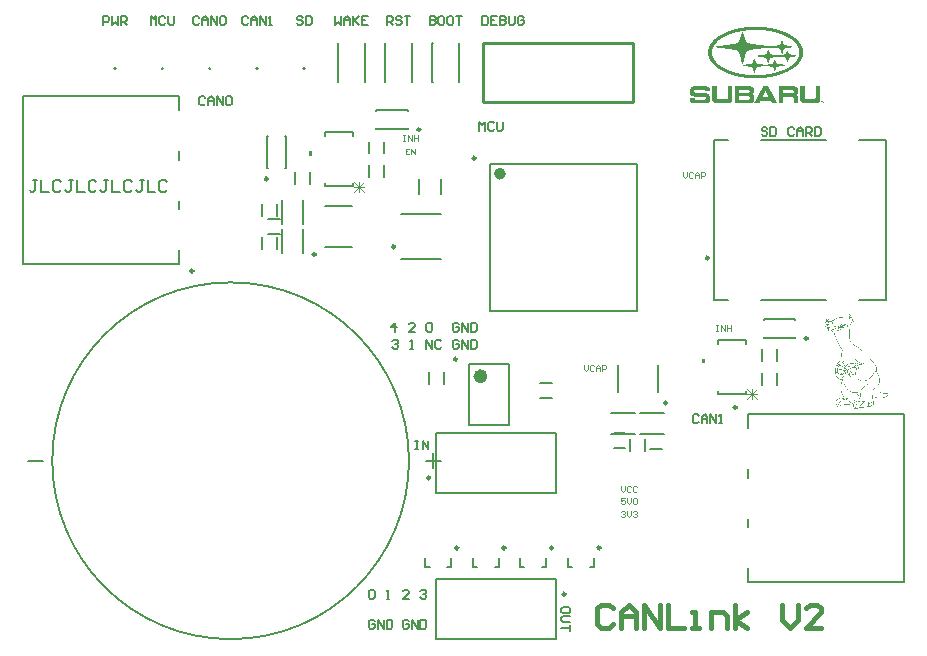
<source format=gto>
G04*
G04 #@! TF.GenerationSoftware,Altium Limited,Altium Designer,24.4.1 (13)*
G04*
G04 Layer_Color=65535*
%FSLAX44Y44*%
%MOMM*%
G71*
G04*
G04 #@! TF.SameCoordinates,4A672E86-6C9B-4248-A0BA-008E6FD5887C*
G04*
G04*
G04 #@! TF.FilePolarity,Positive*
G04*
G01*
G75*
%ADD10C,0.1500*%
%ADD11C,0.1270*%
%ADD12C,0.2500*%
%ADD13C,0.6000*%
%ADD14C,0.5000*%
%ADD15C,0.2000*%
%ADD16C,0.1524*%
%ADD17C,0.2540*%
%ADD18C,0.1000*%
%ADD19C,0.0762*%
%ADD20C,0.4000*%
G36*
X626297Y519009D02*
X628392D01*
Y518870D01*
X629789D01*
Y518730D01*
X631046D01*
Y518590D01*
X632164D01*
Y518451D01*
X633141D01*
Y518311D01*
X633979D01*
Y518171D01*
X634817D01*
Y518032D01*
X635655D01*
Y517892D01*
X636354D01*
Y517752D01*
X637052D01*
Y517612D01*
X637751D01*
Y517473D01*
X638309D01*
Y517333D01*
X638868D01*
Y517193D01*
X639427D01*
Y517054D01*
X639985D01*
Y516914D01*
X640404D01*
Y516774D01*
X640963D01*
Y516635D01*
X641382D01*
Y516495D01*
X641941D01*
Y516355D01*
X642360D01*
Y516216D01*
X642779D01*
Y516076D01*
X643198D01*
Y515936D01*
X643617D01*
Y515797D01*
X644036D01*
Y515657D01*
X644455D01*
Y515517D01*
X644874D01*
Y515378D01*
X645153D01*
Y515238D01*
X645572D01*
Y515098D01*
X645991D01*
Y514959D01*
X646271D01*
Y514819D01*
X646690D01*
Y514679D01*
X646969D01*
Y514540D01*
X647248D01*
Y514400D01*
X647667D01*
Y514260D01*
X647947D01*
Y514121D01*
X648226D01*
Y513981D01*
X648505D01*
Y513841D01*
X648785D01*
Y513702D01*
X649064D01*
Y513562D01*
X649483D01*
Y513422D01*
X649762D01*
Y513283D01*
X650042D01*
Y513143D01*
X650182D01*
Y513003D01*
X650461D01*
Y512864D01*
X650740D01*
Y512724D01*
X651020D01*
Y512584D01*
X651299D01*
Y512444D01*
X651578D01*
Y512305D01*
X651718D01*
Y512165D01*
X651997D01*
Y512025D01*
X652277D01*
Y511886D01*
X652416D01*
Y511746D01*
X652696D01*
Y511606D01*
X652975D01*
Y511467D01*
X653115D01*
Y511327D01*
X653394D01*
Y511188D01*
X653534D01*
Y511048D01*
X653813D01*
Y510908D01*
X653953D01*
Y510768D01*
X654232D01*
Y510629D01*
X654372D01*
Y510489D01*
X654511D01*
Y510349D01*
X654791D01*
Y510210D01*
X654930D01*
Y510070D01*
X655070D01*
Y509930D01*
X655350D01*
Y509791D01*
X655489D01*
Y509651D01*
X655629D01*
Y509511D01*
X655908D01*
Y509372D01*
X656048D01*
Y509232D01*
X656188D01*
Y509092D01*
X656327D01*
Y508953D01*
X656467D01*
Y508813D01*
X656607D01*
Y508673D01*
X656886D01*
Y508534D01*
X657026D01*
Y508394D01*
X657165D01*
Y508254D01*
X657305D01*
Y508115D01*
X657445D01*
Y507975D01*
X657584D01*
Y507835D01*
X657724D01*
Y507696D01*
X657864D01*
Y507556D01*
X658003D01*
Y507416D01*
X658143D01*
Y507277D01*
X658283D01*
Y507137D01*
X658422D01*
Y506997D01*
X658562D01*
Y506718D01*
X658702D01*
Y506578D01*
X658841D01*
Y506439D01*
X658981D01*
Y506299D01*
X659121D01*
Y506159D01*
X659260D01*
Y506020D01*
X659400D01*
Y505740D01*
X659540D01*
Y505601D01*
X659679D01*
Y505321D01*
X659819D01*
Y505182D01*
X659959D01*
Y505042D01*
X660098D01*
Y504762D01*
X660238D01*
Y504623D01*
X660378D01*
Y504343D01*
X660517D01*
Y504064D01*
X660657D01*
Y503924D01*
X660797D01*
Y503645D01*
X660936D01*
Y503366D01*
X661076D01*
Y503086D01*
X661216D01*
Y502807D01*
X661355D01*
Y502528D01*
X661495D01*
Y502248D01*
X661635D01*
Y501829D01*
X661775D01*
Y501410D01*
X661914D01*
Y500991D01*
X662054D01*
Y500572D01*
X662194D01*
Y499874D01*
X662333D01*
Y499175D01*
X662473D01*
Y495684D01*
X662333D01*
Y494846D01*
X662194D01*
Y494287D01*
X662054D01*
Y493728D01*
X661914D01*
Y493309D01*
X661775D01*
Y492890D01*
X661635D01*
Y492611D01*
X661495D01*
Y492332D01*
X661355D01*
Y491912D01*
X661216D01*
Y491633D01*
X661076D01*
Y491354D01*
X660936D01*
Y491074D01*
X660797D01*
Y490935D01*
X660657D01*
Y490655D01*
X660517D01*
Y490376D01*
X660378D01*
Y490236D01*
X660238D01*
Y489957D01*
X660098D01*
Y489817D01*
X659959D01*
Y489538D01*
X659819D01*
Y489398D01*
X659679D01*
Y489259D01*
X659540D01*
Y488979D01*
X659400D01*
Y488840D01*
X659260D01*
Y488700D01*
X659121D01*
Y488421D01*
X658981D01*
Y488281D01*
X658841D01*
Y488141D01*
X658702D01*
Y488002D01*
X658562D01*
Y487862D01*
X658422D01*
Y487722D01*
X658283D01*
Y487583D01*
X658143D01*
Y487443D01*
X658003D01*
Y487164D01*
X657724D01*
Y487024D01*
X657584D01*
Y486744D01*
X657305D01*
Y486605D01*
X657165D01*
Y486465D01*
X657026D01*
Y486325D01*
X656886D01*
Y486186D01*
X656746D01*
Y486046D01*
X656607D01*
Y485906D01*
X656467D01*
Y485767D01*
X656327D01*
Y485627D01*
X656048D01*
Y485488D01*
X655908D01*
Y485348D01*
X655769D01*
Y485208D01*
X655629D01*
Y485068D01*
X655489D01*
Y484929D01*
X655210D01*
Y484789D01*
X655070D01*
Y484649D01*
X654930D01*
Y484510D01*
X654651D01*
Y484370D01*
X654511D01*
Y484230D01*
X654232D01*
Y484091D01*
X654092D01*
Y483951D01*
X653953D01*
Y483811D01*
X653673D01*
Y483672D01*
X653534D01*
Y483532D01*
X653254D01*
Y483392D01*
X652975D01*
Y483253D01*
X652835D01*
Y483113D01*
X652556D01*
Y482973D01*
X652416D01*
Y482834D01*
X652137D01*
Y482694D01*
X651858D01*
Y482554D01*
X651718D01*
Y482415D01*
X651439D01*
Y482275D01*
X651159D01*
Y482135D01*
X650880D01*
Y481996D01*
X650601D01*
Y481856D01*
X650321D01*
Y481716D01*
X650182D01*
Y481577D01*
X649902D01*
Y481437D01*
X649623D01*
Y481297D01*
X649343D01*
Y481158D01*
X649064D01*
Y481018D01*
X648785D01*
Y480878D01*
X648366D01*
Y480739D01*
X648086D01*
Y480599D01*
X647807D01*
Y480459D01*
X647528D01*
Y480320D01*
X647109D01*
Y480180D01*
X646829D01*
Y480040D01*
X646550D01*
Y479901D01*
X646131D01*
Y479761D01*
X645852D01*
Y479621D01*
X645433D01*
Y479482D01*
X645014D01*
Y479342D01*
X644734D01*
Y479202D01*
X644315D01*
Y479062D01*
X643896D01*
Y478923D01*
X643477D01*
Y478783D01*
X643058D01*
Y478643D01*
X642639D01*
Y478504D01*
X642220D01*
Y478364D01*
X641661D01*
Y478224D01*
X641242D01*
Y478085D01*
X640823D01*
Y477945D01*
X640265D01*
Y477805D01*
X639706D01*
Y477666D01*
X639147D01*
Y477526D01*
X638589D01*
Y477386D01*
X638030D01*
Y477247D01*
X637471D01*
Y477107D01*
X636773D01*
Y476967D01*
X636074D01*
Y476828D01*
X635376D01*
Y476688D01*
X634538D01*
Y476548D01*
X633700D01*
Y476409D01*
X632722D01*
Y476269D01*
X631745D01*
Y476129D01*
X630488D01*
Y475990D01*
X629230D01*
Y475850D01*
X627554D01*
Y475710D01*
X624901D01*
Y475571D01*
X619733D01*
Y475710D01*
X616939D01*
Y475850D01*
X615263D01*
Y475990D01*
X614006D01*
Y476129D01*
X612749D01*
Y476269D01*
X611771D01*
Y476409D01*
X610933D01*
Y476548D01*
X609955D01*
Y476688D01*
X609257D01*
Y476828D01*
X608419D01*
Y476967D01*
X607721D01*
Y477107D01*
X607022D01*
Y477247D01*
X606464D01*
Y477386D01*
X605905D01*
Y477526D01*
X605346D01*
Y477666D01*
X604787D01*
Y477805D01*
X604229D01*
Y477945D01*
X603810D01*
Y478085D01*
X603251D01*
Y478224D01*
X602832D01*
Y478364D01*
X602273D01*
Y478504D01*
X601854D01*
Y478643D01*
X601435D01*
Y478783D01*
X601016D01*
Y478923D01*
X600597D01*
Y479062D01*
X600178D01*
Y479202D01*
X599759D01*
Y479342D01*
X599480D01*
Y479482D01*
X599061D01*
Y479621D01*
X598782D01*
Y479761D01*
X598363D01*
Y479901D01*
X598083D01*
Y480040D01*
X597664D01*
Y480180D01*
X597385D01*
Y480320D01*
X596966D01*
Y480459D01*
X596686D01*
Y480599D01*
X596407D01*
Y480739D01*
X596128D01*
Y480878D01*
X595848D01*
Y481018D01*
X595569D01*
Y481158D01*
X595290D01*
Y481297D01*
X595010D01*
Y481437D01*
X594591D01*
Y481577D01*
X594312D01*
Y481716D01*
X594172D01*
Y481856D01*
X593893D01*
Y481996D01*
X593614D01*
Y482135D01*
X593334D01*
Y482275D01*
X593055D01*
Y482415D01*
X592775D01*
Y482554D01*
X592636D01*
Y482694D01*
X592356D01*
Y482834D01*
X592077D01*
Y482973D01*
X591937D01*
Y483113D01*
X591658D01*
Y483253D01*
X591519D01*
Y483392D01*
X591239D01*
Y483532D01*
X591100D01*
Y483672D01*
X590820D01*
Y483811D01*
X590681D01*
Y483951D01*
X590401D01*
Y484091D01*
X590261D01*
Y484230D01*
X589982D01*
Y484370D01*
X589842D01*
Y484510D01*
X589703D01*
Y484649D01*
X589423D01*
Y484789D01*
X589284D01*
Y484929D01*
X589144D01*
Y485068D01*
X588865D01*
Y485208D01*
X588725D01*
Y485348D01*
X588585D01*
Y485488D01*
X588446D01*
Y485627D01*
X588166D01*
Y485767D01*
X588027D01*
Y485906D01*
X587887D01*
Y486046D01*
X587747D01*
Y486186D01*
X587608D01*
Y486325D01*
X587468D01*
Y486465D01*
X587328D01*
Y486605D01*
X587189D01*
Y486744D01*
X587049D01*
Y486884D01*
X586909D01*
Y487024D01*
X586770D01*
Y487164D01*
X586630D01*
Y487303D01*
X586490D01*
Y487443D01*
X586351D01*
Y487583D01*
X586211D01*
Y487722D01*
X586071D01*
Y487862D01*
X585932D01*
Y488002D01*
X585792D01*
Y488141D01*
X585652D01*
Y488281D01*
X585513D01*
Y488560D01*
X585373D01*
Y488700D01*
X585233D01*
Y488840D01*
X585093D01*
Y488979D01*
X584954D01*
Y489259D01*
X584814D01*
Y489398D01*
X584674D01*
Y489538D01*
X584535D01*
Y489817D01*
X584395D01*
Y489957D01*
X584255D01*
Y490236D01*
X584116D01*
Y490376D01*
X583976D01*
Y490655D01*
X583836D01*
Y490935D01*
X583697D01*
Y491214D01*
X583557D01*
Y491354D01*
X583417D01*
Y491633D01*
X583278D01*
Y492052D01*
X583138D01*
Y492332D01*
X582998D01*
Y492611D01*
X582859D01*
Y493030D01*
X582719D01*
Y493309D01*
X582579D01*
Y493868D01*
X582440D01*
Y494287D01*
X582300D01*
Y494846D01*
X582160D01*
Y495684D01*
X582021D01*
Y499036D01*
X582160D01*
Y499874D01*
X582300D01*
Y500433D01*
X582440D01*
Y500991D01*
X582579D01*
Y501410D01*
X582719D01*
Y501829D01*
X582859D01*
Y502109D01*
X582998D01*
Y502528D01*
X583138D01*
Y502807D01*
X583278D01*
Y503086D01*
X583417D01*
Y503366D01*
X583557D01*
Y503645D01*
X583697D01*
Y503924D01*
X583836D01*
Y504064D01*
X583976D01*
Y504343D01*
X584116D01*
Y504623D01*
X584255D01*
Y504762D01*
X584395D01*
Y504902D01*
X584535D01*
Y505182D01*
X584674D01*
Y505321D01*
X584814D01*
Y505601D01*
X584954D01*
Y505740D01*
X585093D01*
Y505880D01*
X585233D01*
Y506159D01*
X585373D01*
Y506299D01*
X585513D01*
Y506439D01*
X585652D01*
Y506578D01*
X585792D01*
Y506718D01*
X585932D01*
Y506997D01*
X586071D01*
Y507137D01*
X586211D01*
Y507277D01*
X586351D01*
Y507416D01*
X586490D01*
Y507556D01*
X586630D01*
Y507696D01*
X586770D01*
Y507835D01*
X586909D01*
Y507975D01*
X587049D01*
Y508115D01*
X587189D01*
Y508254D01*
X587328D01*
Y508394D01*
X587468D01*
Y508534D01*
X587747D01*
Y508673D01*
X587887D01*
Y508813D01*
X588027D01*
Y508953D01*
X588166D01*
Y509092D01*
X588306D01*
Y509232D01*
X588446D01*
Y509372D01*
X588725D01*
Y509511D01*
X588865D01*
Y509651D01*
X589004D01*
Y509791D01*
X589144D01*
Y509930D01*
X589423D01*
Y510070D01*
X589563D01*
Y510210D01*
X589703D01*
Y510349D01*
X589982D01*
Y510489D01*
X590122D01*
Y510629D01*
X590401D01*
Y510768D01*
X590541D01*
Y510908D01*
X590681D01*
Y511048D01*
X590960D01*
Y511188D01*
X591100D01*
Y511327D01*
X591379D01*
Y511467D01*
X591658D01*
Y511606D01*
X591798D01*
Y511746D01*
X592077D01*
Y511886D01*
X592217D01*
Y512025D01*
X592496D01*
Y512165D01*
X592775D01*
Y512305D01*
X593055D01*
Y512444D01*
X593195D01*
Y512584D01*
X593474D01*
Y512724D01*
X593753D01*
Y512864D01*
X594033D01*
Y513003D01*
X594312D01*
Y513143D01*
X594591D01*
Y513283D01*
X594871D01*
Y513422D01*
X595150D01*
Y513562D01*
X595429D01*
Y513702D01*
X595709D01*
Y513841D01*
X595988D01*
Y513981D01*
X596267D01*
Y514121D01*
X596547D01*
Y514260D01*
X596826D01*
Y514400D01*
X597245D01*
Y514540D01*
X597524D01*
Y514679D01*
X597804D01*
Y514819D01*
X598223D01*
Y514959D01*
X598502D01*
Y515098D01*
X598921D01*
Y515238D01*
X599340D01*
Y515378D01*
X599620D01*
Y515517D01*
X600039D01*
Y515657D01*
X600458D01*
Y515797D01*
X600877D01*
Y515936D01*
X601296D01*
Y516076D01*
X601715D01*
Y516216D01*
X602134D01*
Y516355D01*
X602553D01*
Y516495D01*
X603111D01*
Y516635D01*
X603530D01*
Y516774D01*
X604089D01*
Y516914D01*
X604508D01*
Y517054D01*
X605067D01*
Y517193D01*
X605626D01*
Y517333D01*
X606184D01*
Y517473D01*
X606883D01*
Y517612D01*
X607441D01*
Y517752D01*
X608140D01*
Y517892D01*
X608838D01*
Y518032D01*
X609676D01*
Y518171D01*
X610514D01*
Y518311D01*
X611352D01*
Y518451D01*
X612330D01*
Y518590D01*
X613447D01*
Y518730D01*
X614704D01*
Y518870D01*
X616241D01*
Y519009D01*
X618196D01*
Y519149D01*
X626297D01*
Y519009D01*
D02*
G37*
G36*
X632862Y468587D02*
X633002D01*
Y468447D01*
X633141D01*
Y468168D01*
X633281D01*
Y467889D01*
X633421D01*
Y467609D01*
X633560D01*
Y467330D01*
X633700D01*
Y467190D01*
X633840D01*
Y466911D01*
X633979D01*
Y466632D01*
X634119D01*
Y466352D01*
X634259D01*
Y466073D01*
X634398D01*
Y465793D01*
X634538D01*
Y465514D01*
X634678D01*
Y465374D01*
X634817D01*
Y465095D01*
X634957D01*
Y464816D01*
X635097D01*
Y464536D01*
X635236D01*
Y464257D01*
X635376D01*
Y463978D01*
X635516D01*
Y463838D01*
X635655D01*
Y463559D01*
X635795D01*
Y463279D01*
X635935D01*
Y463000D01*
X636074D01*
Y462721D01*
X636214D01*
Y462441D01*
X636354D01*
Y462162D01*
X636493D01*
Y462022D01*
X636633D01*
Y461743D01*
X636773D01*
Y461464D01*
X636912D01*
Y461184D01*
X637052D01*
Y460905D01*
X637192D01*
Y460625D01*
X637332D01*
Y460346D01*
X637471D01*
Y460206D01*
X637611D01*
Y459927D01*
X637751D01*
Y459648D01*
X637890D01*
Y459368D01*
X638030D01*
Y459089D01*
X638170D01*
Y458810D01*
X638309D01*
Y458670D01*
X638449D01*
Y458391D01*
X638589D01*
Y458111D01*
X638728D01*
Y457832D01*
X638868D01*
Y457553D01*
X639008D01*
Y457273D01*
X639147D01*
Y457134D01*
X639287D01*
Y456854D01*
X639427D01*
Y456575D01*
X639566D01*
Y456296D01*
X639706D01*
Y456016D01*
X639846D01*
Y455737D01*
X639985D01*
Y455458D01*
X640125D01*
Y455318D01*
X640265D01*
Y455039D01*
X640404D01*
Y454759D01*
X640544D01*
Y454480D01*
X640684D01*
Y454340D01*
X636214D01*
Y454480D01*
X636074D01*
Y454759D01*
X635935D01*
Y455039D01*
X635795D01*
Y455178D01*
X635655D01*
Y455458D01*
X635516D01*
Y455737D01*
X635376D01*
Y456016D01*
X635236D01*
Y456296D01*
X635097D01*
Y456435D01*
X634957D01*
Y456715D01*
X626437D01*
Y456435D01*
X626297D01*
Y456156D01*
X626158D01*
Y455877D01*
X626018D01*
Y455597D01*
X625878D01*
Y455458D01*
X625739D01*
Y455178D01*
X625599D01*
Y454899D01*
X625459D01*
Y454619D01*
X625320D01*
Y454340D01*
X620990D01*
Y454619D01*
X621129D01*
Y454899D01*
X621269D01*
Y455178D01*
X621409D01*
Y455458D01*
X621548D01*
Y455597D01*
X621688D01*
Y455877D01*
X621828D01*
Y456156D01*
X621967D01*
Y456435D01*
X622107D01*
Y456715D01*
X622247D01*
Y456994D01*
X622386D01*
Y457134D01*
X622526D01*
Y457413D01*
X622666D01*
Y457692D01*
X622805D01*
Y457972D01*
X622945D01*
Y458251D01*
X623085D01*
Y458530D01*
X623224D01*
Y458810D01*
X623364D01*
Y458949D01*
X623504D01*
Y459229D01*
X623643D01*
Y459508D01*
X623783D01*
Y459787D01*
X623923D01*
Y460067D01*
X624062D01*
Y460346D01*
X624202D01*
Y460486D01*
X624342D01*
Y460765D01*
X624482D01*
Y461045D01*
X624621D01*
Y461324D01*
X624761D01*
Y461603D01*
X624901D01*
Y461883D01*
X625040D01*
Y462162D01*
X625180D01*
Y462441D01*
X625320D01*
Y462581D01*
X625459D01*
Y462860D01*
X625599D01*
Y463140D01*
X625739D01*
Y463419D01*
X625878D01*
Y463698D01*
X626018D01*
Y463978D01*
X626158D01*
Y464117D01*
X626297D01*
Y464397D01*
X626437D01*
Y464676D01*
X626577D01*
Y464955D01*
X626716D01*
Y465235D01*
X626856D01*
Y465514D01*
X626996D01*
Y465793D01*
X627135D01*
Y465933D01*
X627275D01*
Y466213D01*
X627415D01*
Y466492D01*
X627554D01*
Y466771D01*
X627694D01*
Y467051D01*
X627834D01*
Y467330D01*
X627973D01*
Y467470D01*
X628113D01*
Y467749D01*
X628253D01*
Y468028D01*
X628392D01*
Y468308D01*
X628532D01*
Y468587D01*
X628672D01*
Y468727D01*
X628811D01*
Y468587D01*
X630348D01*
Y468727D01*
X632443D01*
Y468587D01*
X632722D01*
Y468727D01*
X632862D01*
Y468587D01*
D02*
G37*
G36*
X589284Y458670D02*
X589423D01*
Y458391D01*
X589563D01*
Y458111D01*
X589703D01*
Y457972D01*
X589982D01*
Y457832D01*
X590261D01*
Y457692D01*
X597804D01*
Y457832D01*
X598083D01*
Y457972D01*
X598223D01*
Y458111D01*
X598363D01*
Y458251D01*
X598502D01*
Y458530D01*
X598642D01*
Y468587D01*
X602413D01*
Y456994D01*
X602273D01*
Y456435D01*
X602134D01*
Y456156D01*
X601994D01*
Y455877D01*
X601854D01*
Y455737D01*
X601715D01*
Y455597D01*
X601575D01*
Y455458D01*
X601435D01*
Y455318D01*
X601296D01*
Y455178D01*
X601156D01*
Y455039D01*
X601016D01*
Y454899D01*
X600737D01*
Y454759D01*
X600458D01*
Y454619D01*
X600039D01*
Y454480D01*
X599480D01*
Y454340D01*
X588446D01*
Y454480D01*
X587887D01*
Y454619D01*
X587468D01*
Y454759D01*
X587189D01*
Y454899D01*
X586909D01*
Y455039D01*
X586770D01*
Y455178D01*
X586630D01*
Y455318D01*
X586351D01*
Y455597D01*
X586211D01*
Y455737D01*
X586071D01*
Y455877D01*
X585932D01*
Y456156D01*
X585792D01*
Y456435D01*
X585652D01*
Y456994D01*
X585513D01*
Y462022D01*
Y462162D01*
Y468587D01*
X585652D01*
Y468727D01*
X585792D01*
Y468587D01*
X589144D01*
Y468727D01*
X589284D01*
Y458670D01*
D02*
G37*
G36*
X581322Y468447D02*
X581741D01*
Y468308D01*
X582160D01*
Y468168D01*
X582440D01*
Y468028D01*
X582579D01*
Y467889D01*
X582859D01*
Y467749D01*
X582998D01*
Y467609D01*
X583138D01*
Y467470D01*
X583278D01*
Y467190D01*
X583417D01*
Y466911D01*
X583557D01*
Y466492D01*
X583697D01*
Y464397D01*
X579786D01*
Y464676D01*
X579646D01*
Y465095D01*
X579506D01*
Y465235D01*
X579367D01*
Y465374D01*
X579227D01*
Y465514D01*
X578669D01*
Y465654D01*
X571126D01*
Y465514D01*
X570707D01*
Y465374D01*
X570567D01*
Y465235D01*
X570428D01*
Y464955D01*
X570288D01*
Y463698D01*
X570428D01*
Y463559D01*
X570567D01*
Y463419D01*
X570707D01*
Y463279D01*
X571126D01*
Y463140D01*
X574199D01*
Y463000D01*
X577272D01*
Y462860D01*
X580205D01*
Y462721D01*
X580903D01*
Y462581D01*
X581322D01*
Y462441D01*
X581602D01*
Y462302D01*
X581881D01*
Y462162D01*
X582160D01*
Y462022D01*
X582300D01*
Y461883D01*
X582579D01*
Y461743D01*
X582719D01*
Y461603D01*
X582859D01*
Y461324D01*
X582998D01*
Y461184D01*
X583138D01*
Y460905D01*
X583278D01*
Y460765D01*
X583417D01*
Y460346D01*
X583557D01*
Y459927D01*
X583697D01*
Y459089D01*
X583836D01*
Y457832D01*
X583697D01*
Y456994D01*
X583557D01*
Y456435D01*
X583417D01*
Y456156D01*
X583278D01*
Y455877D01*
X583138D01*
Y455597D01*
X582998D01*
Y455458D01*
X582859D01*
Y455318D01*
X582719D01*
Y455178D01*
X582579D01*
Y455039D01*
X582440D01*
Y454899D01*
X582160D01*
Y454759D01*
X581881D01*
Y454619D01*
X581602D01*
Y454480D01*
X581043D01*
Y454340D01*
X569310D01*
Y454480D01*
X568891D01*
Y454619D01*
X568472D01*
Y454759D01*
X568193D01*
Y454899D01*
X567914D01*
Y455039D01*
X567774D01*
Y455178D01*
X567634D01*
Y455318D01*
X567495D01*
Y455458D01*
X567355D01*
Y455597D01*
X567215D01*
Y455737D01*
X567076D01*
Y456016D01*
X566936D01*
Y456296D01*
X566796D01*
Y456715D01*
X566657D01*
Y458530D01*
X566517D01*
Y458670D01*
X566657D01*
Y458810D01*
X570567D01*
Y458251D01*
X570707D01*
Y457832D01*
X570847D01*
Y457692D01*
X570986D01*
Y457553D01*
X571126D01*
Y457413D01*
X571405D01*
Y457273D01*
X579367D01*
Y457413D01*
X579646D01*
Y457553D01*
X579786D01*
Y457692D01*
X579926D01*
Y457972D01*
X580065D01*
Y459368D01*
X579926D01*
Y459508D01*
X579786D01*
Y459648D01*
X579646D01*
Y459787D01*
X579367D01*
Y459927D01*
X575177D01*
Y460067D01*
X570148D01*
Y460206D01*
X569310D01*
Y460346D01*
X568891D01*
Y460486D01*
X568472D01*
Y460625D01*
X568193D01*
Y460765D01*
X568053D01*
Y460905D01*
X567774D01*
Y461045D01*
X567634D01*
Y461184D01*
X567495D01*
Y461464D01*
X567355D01*
Y461603D01*
X567215D01*
Y461743D01*
X567076D01*
Y462022D01*
X566936D01*
Y462302D01*
X566796D01*
Y462860D01*
X566657D01*
Y465374D01*
X566796D01*
Y465933D01*
X566936D01*
Y466352D01*
X567076D01*
Y466632D01*
X567215D01*
Y466911D01*
X567355D01*
Y467051D01*
X567495D01*
Y467330D01*
X567634D01*
Y467470D01*
X567774D01*
Y467609D01*
X567914D01*
Y467749D01*
X568053D01*
Y467889D01*
X568333D01*
Y468028D01*
X568612D01*
Y468168D01*
X568752D01*
Y468308D01*
X569171D01*
Y468447D01*
X569590D01*
Y468587D01*
X581322D01*
Y468447D01*
D02*
G37*
G36*
X673367Y468587D02*
X676859D01*
Y456994D01*
X676720D01*
Y456435D01*
X676580D01*
Y456156D01*
X676440D01*
Y455877D01*
X676301D01*
Y455737D01*
X676161D01*
Y455458D01*
X676021D01*
Y455318D01*
X675742D01*
Y455178D01*
X675602D01*
Y455039D01*
X675462D01*
Y454899D01*
X675183D01*
Y454759D01*
X674904D01*
Y454619D01*
X674485D01*
Y454480D01*
X673926D01*
Y454340D01*
X662892D01*
Y454480D01*
X662333D01*
Y454619D01*
X661914D01*
Y454759D01*
X661635D01*
Y454899D01*
X661355D01*
Y455039D01*
X661216D01*
Y455178D01*
X661076D01*
Y455318D01*
X660936D01*
Y455458D01*
X660797D01*
Y455597D01*
X660657D01*
Y455737D01*
X660517D01*
Y455877D01*
X660378D01*
Y456156D01*
X660238D01*
Y456575D01*
X660098D01*
Y457273D01*
X659959D01*
Y464955D01*
Y465095D01*
Y468587D01*
X660098D01*
Y468727D01*
X660238D01*
Y468587D01*
X663730D01*
Y458810D01*
X663870D01*
Y458391D01*
X664009D01*
Y458251D01*
X664149D01*
Y457972D01*
X664428D01*
Y457832D01*
X664708D01*
Y457692D01*
X672250D01*
Y457832D01*
X672529D01*
Y457972D01*
X672669D01*
Y458111D01*
X672809D01*
Y458251D01*
X672948D01*
Y458530D01*
X673088D01*
Y468587D01*
X673228D01*
Y468727D01*
X673367D01*
Y468587D01*
D02*
G37*
G36*
X679094Y456296D02*
X679373D01*
Y456156D01*
X679653D01*
Y455877D01*
X679792D01*
Y454899D01*
X679653D01*
Y454619D01*
X679513D01*
Y454480D01*
X679234D01*
Y454340D01*
X678396D01*
Y454480D01*
X678116D01*
Y454619D01*
X677977D01*
Y454899D01*
X677837D01*
Y455458D01*
Y455597D01*
Y455877D01*
X677977D01*
Y456016D01*
X678116D01*
Y456156D01*
X678256D01*
Y456296D01*
X678535D01*
Y456435D01*
X679094D01*
Y456296D01*
D02*
G37*
G36*
X655908Y468447D02*
X656327D01*
Y468308D01*
X656607D01*
Y468168D01*
X656746D01*
Y468028D01*
X657026D01*
Y467889D01*
X657165D01*
Y467749D01*
X657305D01*
Y467470D01*
X657445D01*
Y467330D01*
X657584D01*
Y467051D01*
X657724D01*
Y466771D01*
X657864D01*
Y466492D01*
X658003D01*
Y465933D01*
X658143D01*
Y464955D01*
X658283D01*
Y463698D01*
X658143D01*
Y462860D01*
X658003D01*
Y462441D01*
X657864D01*
Y462162D01*
X657724D01*
Y461883D01*
X657584D01*
Y461743D01*
X657445D01*
Y461603D01*
X657305D01*
Y461464D01*
X657165D01*
Y461324D01*
X657026D01*
Y461184D01*
X656886D01*
Y461045D01*
X657026D01*
Y460905D01*
X657165D01*
Y460765D01*
X657305D01*
Y460625D01*
X657445D01*
Y460346D01*
X657584D01*
Y460206D01*
X657724D01*
Y459927D01*
X657864D01*
Y459648D01*
X658003D01*
Y459229D01*
X658143D01*
Y458670D01*
X658283D01*
Y457692D01*
X658422D01*
Y454340D01*
X654651D01*
Y458251D01*
X654511D01*
Y458670D01*
X654372D01*
Y458949D01*
X654232D01*
Y459089D01*
X654092D01*
Y459229D01*
X653673D01*
Y459368D01*
X645433D01*
Y454340D01*
X641661D01*
Y468587D01*
X655908D01*
Y468447D01*
D02*
G37*
G36*
X618755D02*
X619174D01*
Y468308D01*
X619453D01*
Y468168D01*
X619733D01*
Y468028D01*
X619872D01*
Y467889D01*
X620012D01*
Y467749D01*
X620152D01*
Y467609D01*
X620291D01*
Y467470D01*
X620431D01*
Y467330D01*
Y467190D01*
X620571D01*
Y466911D01*
X620710D01*
Y466632D01*
X620850D01*
Y466213D01*
X620990D01*
Y463838D01*
X620850D01*
Y463419D01*
X620710D01*
Y463140D01*
X620571D01*
Y462860D01*
X620431D01*
Y462581D01*
X620291D01*
Y462441D01*
X620152D01*
Y462302D01*
X620012D01*
Y462162D01*
X619733D01*
Y462022D01*
X619593D01*
Y461883D01*
X619872D01*
Y461743D01*
X620012D01*
Y461603D01*
X620152D01*
Y461464D01*
X620291D01*
Y461324D01*
X620431D01*
Y461184D01*
X620571D01*
Y460905D01*
X620710D01*
Y460625D01*
X620850D01*
Y460206D01*
X620990D01*
Y459508D01*
X621129D01*
Y457413D01*
X620990D01*
Y456854D01*
X620850D01*
Y456435D01*
X620710D01*
Y456156D01*
X620571D01*
Y455877D01*
X620431D01*
Y455597D01*
X620291D01*
Y455458D01*
X620152D01*
Y455318D01*
X620012D01*
Y455178D01*
X619872D01*
Y455039D01*
X619733D01*
Y454899D01*
X619593D01*
Y454759D01*
X619453D01*
Y454619D01*
X619174D01*
Y454480D01*
X618755D01*
Y454340D01*
X604508D01*
Y468587D01*
X618755D01*
Y468447D01*
D02*
G37*
G36*
X247040Y410055D02*
X244500D01*
Y413865D01*
X247040D01*
Y410055D01*
D02*
G37*
G36*
X701696Y275634D02*
X701781D01*
Y275549D01*
X701949D01*
Y275465D01*
X702034D01*
Y275380D01*
X702203D01*
Y275296D01*
X702287D01*
Y275212D01*
X702371D01*
Y275127D01*
X702456D01*
Y275043D01*
X702540D01*
Y274959D01*
X702624D01*
Y274874D01*
X702709D01*
Y274790D01*
X702793D01*
Y274621D01*
X702877D01*
Y274537D01*
X702962D01*
Y274368D01*
X703046D01*
Y274284D01*
X703130D01*
Y274115D01*
X703215D01*
Y273778D01*
X703299D01*
Y273440D01*
X703383D01*
Y273356D01*
X703552D01*
Y273272D01*
X703721D01*
Y273187D01*
X703805D01*
Y273103D01*
X703890D01*
Y273018D01*
X703974D01*
Y272934D01*
X704143D01*
Y272850D01*
X704227D01*
Y272765D01*
X704311D01*
Y272681D01*
X704396D01*
Y272597D01*
X704480D01*
Y272428D01*
X704564D01*
Y272344D01*
X704649D01*
Y272175D01*
X704733D01*
Y271837D01*
X704818D01*
Y270910D01*
X704733D01*
Y270403D01*
X704649D01*
Y270150D01*
X704818D01*
Y270066D01*
X705070D01*
Y269982D01*
X705155D01*
Y269897D01*
X705324D01*
Y269813D01*
X705408D01*
Y269644D01*
X705492D01*
Y269560D01*
X705577D01*
Y269391D01*
X705661D01*
Y269138D01*
X705745D01*
Y268716D01*
X705577D01*
Y268801D01*
X705492D01*
Y268969D01*
X705408D01*
Y269138D01*
X705324D01*
Y269222D01*
X705239D01*
Y269391D01*
X705155D01*
Y269475D01*
X705070D01*
Y269560D01*
X704986D01*
Y269644D01*
X704902D01*
Y269729D01*
X704818D01*
Y269813D01*
X704733D01*
Y269897D01*
X704649D01*
Y269982D01*
X704480D01*
Y269897D01*
X704396D01*
Y269813D01*
X704311D01*
Y269729D01*
X704227D01*
Y269560D01*
X704143D01*
Y269475D01*
X704058D01*
Y269391D01*
X703974D01*
Y269307D01*
X703890D01*
Y269138D01*
X703805D01*
Y269054D01*
X703721D01*
Y268969D01*
X703636D01*
Y268801D01*
X703552D01*
Y268716D01*
X703468D01*
Y268548D01*
X703383D01*
Y268463D01*
X703299D01*
Y268295D01*
X703215D01*
Y268126D01*
X703130D01*
Y267957D01*
X703046D01*
Y267704D01*
X702962D01*
Y267535D01*
X702877D01*
Y267282D01*
X702793D01*
Y266945D01*
X702709D01*
Y266607D01*
X702624D01*
Y266270D01*
X702540D01*
Y265933D01*
X702456D01*
Y265511D01*
X702371D01*
Y265005D01*
X702287D01*
Y264499D01*
X702203D01*
Y263908D01*
X702118D01*
Y263064D01*
X702034D01*
Y261546D01*
X701949D01*
Y256147D01*
X702034D01*
Y255388D01*
X702118D01*
Y254798D01*
X702203D01*
Y254291D01*
X702287D01*
Y253870D01*
X702371D01*
Y253532D01*
X702456D01*
Y253279D01*
X702540D01*
Y253026D01*
X702624D01*
Y252773D01*
X702709D01*
Y252604D01*
X702793D01*
Y252436D01*
X702877D01*
Y252267D01*
X702962D01*
Y252098D01*
X703046D01*
Y252014D01*
X703130D01*
Y251845D01*
X703215D01*
Y251761D01*
X703299D01*
Y251676D01*
X703383D01*
Y251592D01*
X703468D01*
Y251423D01*
X703552D01*
Y251339D01*
X703636D01*
Y251255D01*
X703721D01*
Y251170D01*
X703805D01*
Y251086D01*
X703890D01*
Y251002D01*
X704058D01*
Y250917D01*
X704143D01*
Y250833D01*
X704227D01*
Y250749D01*
X704311D01*
Y250664D01*
X704480D01*
Y250580D01*
X704564D01*
Y250495D01*
X704733D01*
Y250411D01*
X704818D01*
Y250327D01*
X704986D01*
Y250242D01*
X705070D01*
Y250158D01*
X705239D01*
Y250074D01*
X705408D01*
Y249989D01*
X705577D01*
Y249905D01*
X705661D01*
Y249821D01*
X705830D01*
Y249736D01*
X705999D01*
Y249652D01*
X706167D01*
Y249568D01*
X706336D01*
Y249483D01*
X706505D01*
Y249399D01*
X706589D01*
Y249314D01*
X706758D01*
Y249230D01*
X706926D01*
Y249146D01*
X707095D01*
Y249061D01*
X707264D01*
Y248977D01*
X707432D01*
Y248893D01*
X707601D01*
Y248808D01*
X707770D01*
Y248724D01*
X707854D01*
Y248640D01*
X708023D01*
Y248555D01*
X708192D01*
Y248471D01*
X708360D01*
Y248386D01*
X708529D01*
Y248302D01*
X708698D01*
Y248218D01*
X708867D01*
Y248134D01*
X708951D01*
Y248049D01*
X709120D01*
Y247965D01*
X709288D01*
Y247880D01*
X709457D01*
Y247796D01*
X709541D01*
Y247712D01*
X709710D01*
Y247627D01*
X709794D01*
Y247543D01*
X709879D01*
Y247459D01*
X710048D01*
Y247374D01*
X710132D01*
Y247290D01*
X710216D01*
Y247206D01*
X710301D01*
Y247121D01*
X710385D01*
Y247037D01*
X710469D01*
Y246952D01*
X710554D01*
Y246868D01*
X710638D01*
Y246784D01*
X710722D01*
Y246699D01*
X710807D01*
Y246615D01*
X710891D01*
Y246531D01*
X710975D01*
Y246446D01*
X711060D01*
Y246362D01*
X711144D01*
Y246193D01*
X711228D01*
Y246109D01*
X711313D01*
Y246025D01*
X711397D01*
Y245940D01*
X711482D01*
Y245856D01*
X711566D01*
Y245772D01*
X711650D01*
Y245603D01*
X711735D01*
Y245518D01*
X711819D01*
Y245434D01*
X711903D01*
Y245265D01*
X711988D01*
Y245181D01*
X712072D01*
Y245097D01*
X712156D01*
Y244928D01*
X712241D01*
Y244844D01*
X712325D01*
Y244759D01*
X712410D01*
Y244590D01*
X712494D01*
Y244506D01*
X712578D01*
Y244422D01*
X712663D01*
Y244337D01*
X712747D01*
Y244169D01*
X712831D01*
Y244084D01*
X712916D01*
Y244000D01*
X713000D01*
Y243916D01*
X713084D01*
Y243831D01*
X713169D01*
Y243747D01*
X713253D01*
Y243663D01*
X713337D01*
Y243494D01*
X713422D01*
Y243410D01*
X713506D01*
Y243325D01*
X713590D01*
Y243241D01*
X713675D01*
Y243157D01*
X713759D01*
Y243072D01*
X713844D01*
Y242988D01*
X713928D01*
Y242903D01*
X714012D01*
Y242819D01*
X714097D01*
Y242735D01*
X714181D01*
Y242650D01*
X714265D01*
Y242566D01*
X714350D01*
Y242482D01*
X714434D01*
Y242397D01*
X714518D01*
Y242313D01*
X714603D01*
Y242229D01*
X714687D01*
Y242144D01*
X714771D01*
Y242060D01*
X714856D01*
Y241975D01*
X714940D01*
Y241891D01*
X715025D01*
Y241807D01*
X715109D01*
Y241722D01*
X715193D01*
Y241638D01*
X715278D01*
Y241554D01*
X715362D01*
Y241469D01*
X715446D01*
Y241385D01*
X715531D01*
Y241301D01*
X715615D01*
Y241216D01*
X715699D01*
Y241132D01*
X715784D01*
Y241048D01*
X715868D01*
Y240963D01*
X715953D01*
Y240879D01*
X716037D01*
Y240795D01*
X716121D01*
Y240710D01*
X716206D01*
Y240626D01*
X716290D01*
Y240541D01*
X716374D01*
Y240457D01*
X716459D01*
Y240373D01*
X716543D01*
Y240288D01*
X716627D01*
Y240204D01*
X716712D01*
Y240120D01*
X716796D01*
Y240035D01*
X716880D01*
Y239951D01*
X716965D01*
Y239867D01*
X717049D01*
Y239782D01*
X717133D01*
Y239698D01*
X717218D01*
Y239613D01*
X717302D01*
Y239529D01*
X717386D01*
Y239445D01*
X717555D01*
Y239361D01*
X717640D01*
Y239276D01*
X717724D01*
Y239192D01*
X717808D01*
Y239107D01*
X717893D01*
Y239023D01*
X717977D01*
Y238939D01*
X718061D01*
Y238854D01*
X718146D01*
Y238770D01*
X718230D01*
Y238686D01*
X718314D01*
Y238601D01*
X718399D01*
Y238517D01*
X718483D01*
Y238433D01*
X718568D01*
Y238348D01*
X718652D01*
Y238264D01*
X718736D01*
Y238179D01*
X718821D01*
Y238095D01*
X718905D01*
Y238011D01*
X718989D01*
Y237926D01*
X719074D01*
Y237842D01*
X719158D01*
Y237758D01*
X719242D01*
Y237673D01*
X719327D01*
Y237589D01*
X719411D01*
Y237505D01*
X719580D01*
Y237420D01*
X719664D01*
Y237336D01*
X719749D01*
Y237251D01*
X719833D01*
Y237167D01*
X719917D01*
Y237083D01*
X720002D01*
Y236999D01*
X720086D01*
Y236914D01*
X720170D01*
Y236830D01*
X720255D01*
Y236745D01*
X720339D01*
Y236661D01*
X720423D01*
Y236577D01*
X720508D01*
Y236492D01*
X720592D01*
Y236408D01*
X720676D01*
Y236324D01*
X720761D01*
Y236239D01*
X720845D01*
Y236155D01*
X720929D01*
Y236071D01*
X721014D01*
Y235986D01*
X721098D01*
Y235902D01*
X721182D01*
Y235818D01*
X721267D01*
Y235733D01*
X721351D01*
Y235649D01*
X721436D01*
Y235564D01*
X721520D01*
Y235480D01*
X721604D01*
Y235396D01*
X721689D01*
Y235311D01*
X721773D01*
Y235227D01*
X721857D01*
Y235143D01*
X721942D01*
Y235058D01*
X722026D01*
Y234974D01*
X722110D01*
Y234890D01*
X722195D01*
Y234805D01*
X722279D01*
Y234721D01*
X722364D01*
Y234636D01*
X722448D01*
Y234468D01*
X722532D01*
Y234384D01*
X722617D01*
Y234299D01*
X722701D01*
Y234215D01*
X722785D01*
Y234130D01*
X722870D01*
Y234046D01*
X722954D01*
Y233962D01*
X723038D01*
Y233793D01*
X723123D01*
Y233709D01*
X723207D01*
Y233624D01*
X723291D01*
Y233540D01*
X723376D01*
Y233371D01*
X723460D01*
Y233287D01*
X723544D01*
Y233118D01*
X723629D01*
Y233034D01*
X723713D01*
Y232865D01*
X723798D01*
Y232781D01*
X723882D01*
Y232612D01*
X723966D01*
Y232443D01*
X724051D01*
Y232275D01*
X724135D01*
Y232106D01*
X724219D01*
Y231937D01*
X724304D01*
Y231684D01*
X724388D01*
Y231515D01*
X724472D01*
Y231262D01*
X724557D01*
Y230925D01*
X724641D01*
Y230587D01*
X724725D01*
Y230081D01*
X724810D01*
Y228563D01*
X724725D01*
Y228225D01*
X724641D01*
Y227972D01*
X724557D01*
Y227635D01*
X724641D01*
Y227466D01*
X724725D01*
Y227298D01*
X724810D01*
Y227213D01*
X724894D01*
Y227045D01*
X724978D01*
Y226960D01*
X725063D01*
Y226791D01*
X725147D01*
Y226623D01*
X725232D01*
Y226538D01*
X725316D01*
Y226370D01*
X725400D01*
Y226201D01*
X725485D01*
Y226032D01*
X725569D01*
Y225863D01*
X725653D01*
Y225695D01*
X725738D01*
Y225526D01*
X725822D01*
Y225357D01*
X725906D01*
Y225189D01*
X725991D01*
Y225020D01*
X726075D01*
Y224851D01*
X726160D01*
Y224683D01*
X726244D01*
Y224429D01*
X726328D01*
Y224261D01*
X726413D01*
Y224092D01*
X726497D01*
Y223839D01*
X726581D01*
Y223586D01*
X726666D01*
Y223417D01*
X726750D01*
Y223164D01*
X726834D01*
Y222827D01*
X726919D01*
Y222574D01*
X727003D01*
Y222236D01*
X727087D01*
Y221899D01*
X727172D01*
Y221477D01*
X727256D01*
Y220971D01*
X727340D01*
Y219959D01*
X727425D01*
Y219199D01*
X727340D01*
Y218356D01*
X727256D01*
Y217934D01*
X727172D01*
Y217681D01*
X727087D01*
Y217428D01*
X727003D01*
Y217259D01*
X726919D01*
Y217090D01*
X726834D01*
Y216922D01*
X726750D01*
Y216669D01*
X726666D01*
Y216584D01*
X726581D01*
Y216416D01*
X726497D01*
Y216247D01*
X726413D01*
Y216078D01*
X726328D01*
Y215994D01*
X726244D01*
Y215825D01*
X726160D01*
Y215741D01*
X726075D01*
Y215572D01*
X725991D01*
Y215488D01*
X725906D01*
Y215319D01*
X725822D01*
Y215235D01*
X725738D01*
Y215150D01*
X725653D01*
Y215066D01*
X725569D01*
Y214897D01*
X725485D01*
Y214813D01*
X725400D01*
Y214729D01*
X725316D01*
Y214644D01*
X725232D01*
Y214475D01*
X725147D01*
Y214391D01*
X725063D01*
Y214307D01*
X724978D01*
Y214222D01*
X724894D01*
Y214138D01*
X724810D01*
Y214054D01*
X724725D01*
Y213969D01*
X724641D01*
Y213885D01*
X724557D01*
Y213716D01*
X724472D01*
Y213632D01*
X724388D01*
Y213548D01*
X724304D01*
Y213210D01*
X724388D01*
Y213041D01*
X724472D01*
Y212957D01*
X724557D01*
Y212788D01*
X724641D01*
Y212704D01*
X724725D01*
Y212620D01*
X724810D01*
Y212535D01*
X724894D01*
Y212367D01*
X724978D01*
Y212282D01*
X725063D01*
Y212198D01*
X725147D01*
Y212113D01*
X725232D01*
Y212029D01*
X725316D01*
Y211945D01*
X725400D01*
Y211861D01*
X725485D01*
Y211776D01*
X725569D01*
Y211692D01*
X725653D01*
Y211607D01*
X725738D01*
Y211439D01*
X725822D01*
Y211354D01*
X725906D01*
Y211270D01*
X725991D01*
Y211186D01*
X726075D01*
Y211101D01*
X726160D01*
Y211017D01*
X726244D01*
Y210933D01*
X726328D01*
Y210848D01*
X726413D01*
Y210764D01*
X726497D01*
Y210679D01*
X726581D01*
Y210595D01*
X726750D01*
Y210511D01*
X726834D01*
Y210426D01*
X726919D01*
Y210342D01*
X727003D01*
Y210258D01*
X727087D01*
Y210173D01*
X727256D01*
Y210089D01*
X727340D01*
Y210005D01*
X727425D01*
Y209920D01*
X727594D01*
Y209836D01*
X727678D01*
Y209751D01*
X727847D01*
Y209667D01*
X727931D01*
Y209583D01*
X728100D01*
Y209499D01*
X728268D01*
Y209414D01*
X728521D01*
Y209330D01*
X728690D01*
Y209245D01*
X728943D01*
Y209161D01*
X729281D01*
Y209077D01*
X730209D01*
Y208992D01*
X731811D01*
Y208908D01*
X733499D01*
Y208824D01*
X734173D01*
Y208739D01*
X734342D01*
Y208655D01*
X734511D01*
Y208571D01*
X734595D01*
Y208402D01*
X734679D01*
Y208064D01*
X734764D01*
Y207727D01*
X734679D01*
Y207305D01*
X734595D01*
Y207136D01*
X734511D01*
Y207052D01*
X734426D01*
Y206884D01*
X734342D01*
Y206799D01*
X734258D01*
Y206715D01*
X734173D01*
Y206630D01*
X734089D01*
Y206546D01*
X734005D01*
Y206462D01*
X733920D01*
Y206377D01*
X733836D01*
Y206293D01*
X733752D01*
Y206209D01*
X733667D01*
Y206124D01*
X733583D01*
Y206040D01*
X733499D01*
Y205956D01*
X733330D01*
Y205871D01*
X733245D01*
Y205787D01*
X733077D01*
Y205702D01*
X732908D01*
Y205618D01*
X732655D01*
Y205534D01*
X732402D01*
Y205449D01*
X732149D01*
Y205365D01*
X731980D01*
Y205281D01*
X731727D01*
Y205196D01*
X731390D01*
Y205112D01*
X731136D01*
Y205028D01*
X730799D01*
Y204943D01*
X730462D01*
Y204859D01*
X730124D01*
Y204775D01*
X729703D01*
Y204690D01*
X729365D01*
Y204606D01*
X728943D01*
Y204522D01*
X728268D01*
Y204437D01*
X727087D01*
Y204522D01*
X726413D01*
Y204606D01*
X725906D01*
Y204690D01*
X725485D01*
Y204775D01*
X725063D01*
Y204859D01*
X724725D01*
Y204943D01*
X724472D01*
Y205028D01*
X724219D01*
Y205112D01*
X723966D01*
Y205196D01*
X723713D01*
Y205281D01*
X723544D01*
Y205365D01*
X723376D01*
Y205449D01*
X723207D01*
Y205534D01*
X723038D01*
Y205618D01*
X722870D01*
Y205702D01*
X722701D01*
Y205787D01*
X722532D01*
Y205871D01*
X722448D01*
Y205956D01*
X722279D01*
Y206040D01*
X722195D01*
Y206124D01*
X722026D01*
Y206209D01*
X721857D01*
Y206293D01*
X721773D01*
Y206377D01*
X721520D01*
Y206293D01*
X721436D01*
Y205956D01*
X721351D01*
Y205618D01*
X721267D01*
Y205196D01*
X721182D01*
Y204943D01*
X721267D01*
Y204690D01*
X721351D01*
Y204437D01*
X721436D01*
Y204184D01*
X721520D01*
Y203931D01*
X721604D01*
Y203594D01*
X721689D01*
Y203340D01*
X721773D01*
Y203088D01*
X721857D01*
Y202834D01*
X721942D01*
Y202581D01*
X722026D01*
Y202244D01*
X722110D01*
Y201907D01*
X722195D01*
Y201569D01*
X722279D01*
Y200979D01*
X722364D01*
Y199376D01*
X722279D01*
Y199038D01*
X722195D01*
Y198870D01*
X722110D01*
Y198785D01*
X722026D01*
Y198701D01*
X721942D01*
Y198532D01*
X721857D01*
Y198448D01*
X721773D01*
Y198363D01*
X721604D01*
Y198279D01*
X721520D01*
Y198195D01*
X721351D01*
Y198110D01*
X721182D01*
Y198026D01*
X721014D01*
Y197942D01*
X720761D01*
Y197857D01*
X720508D01*
Y197773D01*
X720086D01*
Y197689D01*
X719664D01*
Y197604D01*
X718905D01*
Y197520D01*
X718061D01*
Y197436D01*
X717218D01*
Y197351D01*
X716543D01*
Y197267D01*
X716121D01*
Y197183D01*
X715784D01*
Y197098D01*
X715362D01*
Y197014D01*
X715025D01*
Y196929D01*
X714603D01*
Y196845D01*
X714012D01*
Y196761D01*
X713422D01*
Y196676D01*
X712831D01*
Y196592D01*
X712156D01*
Y196508D01*
X711482D01*
Y196423D01*
X710975D01*
Y196339D01*
X710385D01*
Y196255D01*
X709794D01*
Y196170D01*
X709373D01*
Y196086D01*
X708951D01*
Y196002D01*
X708614D01*
Y195917D01*
X708276D01*
Y195833D01*
X707854D01*
Y195749D01*
X707517D01*
Y195664D01*
X707179D01*
Y195580D01*
X706842D01*
Y195495D01*
X706589D01*
Y195580D01*
X706420D01*
Y195664D01*
X706252D01*
Y195749D01*
X706167D01*
Y195833D01*
X705999D01*
Y195917D01*
X705914D01*
Y196002D01*
X705830D01*
Y196086D01*
X705745D01*
Y196170D01*
X705661D01*
Y196339D01*
X705577D01*
Y196423D01*
X705492D01*
Y196508D01*
X705408D01*
Y196676D01*
X705324D01*
Y196845D01*
X705239D01*
Y197014D01*
X705155D01*
Y197183D01*
X705070D01*
Y197436D01*
X704986D01*
Y197689D01*
X704902D01*
Y198532D01*
X704818D01*
Y198954D01*
X704396D01*
Y198870D01*
X702371D01*
Y198954D01*
X701949D01*
Y199038D01*
X701612D01*
Y199123D01*
X698322D01*
Y199038D01*
X697647D01*
Y198954D01*
X697057D01*
Y198870D01*
X696551D01*
Y198785D01*
X696044D01*
Y198701D01*
X695623D01*
Y198617D01*
X695285D01*
Y198532D01*
X694948D01*
Y198448D01*
X694610D01*
Y198363D01*
X694273D01*
Y198279D01*
X693936D01*
Y198195D01*
X693682D01*
Y198110D01*
X693429D01*
Y198026D01*
X693176D01*
Y197942D01*
X692923D01*
Y197857D01*
X692670D01*
Y197773D01*
X692417D01*
Y197689D01*
X692164D01*
Y197604D01*
X691911D01*
Y197520D01*
X691574D01*
Y197604D01*
X691489D01*
Y197689D01*
X691405D01*
Y197773D01*
X691321D01*
Y197857D01*
X691236D01*
Y197942D01*
X691152D01*
Y198026D01*
X691068D01*
Y198195D01*
X690983D01*
Y198279D01*
X690899D01*
Y198448D01*
X690814D01*
Y198617D01*
X690730D01*
Y198785D01*
X690646D01*
Y198870D01*
X690561D01*
Y199123D01*
X690477D01*
Y199291D01*
X690393D01*
Y199545D01*
X690308D01*
Y199882D01*
X690224D01*
Y200388D01*
X690140D01*
Y201147D01*
X690224D01*
Y201653D01*
X690308D01*
Y201991D01*
X690393D01*
Y202244D01*
X690477D01*
Y202497D01*
X690561D01*
Y202666D01*
X690646D01*
Y202834D01*
X690730D01*
Y202919D01*
X690814D01*
Y203088D01*
X690899D01*
Y203172D01*
X690983D01*
Y203256D01*
X691068D01*
Y203425D01*
X691152D01*
Y203509D01*
X691236D01*
Y203594D01*
X691321D01*
Y203678D01*
X691489D01*
Y203762D01*
X691574D01*
Y203847D01*
X691658D01*
Y203931D01*
X691827D01*
Y204015D01*
X691995D01*
Y204100D01*
X692080D01*
Y204184D01*
X692249D01*
Y204268D01*
X692502D01*
Y204353D01*
X692670D01*
Y204437D01*
X692923D01*
Y204522D01*
X693176D01*
Y204606D01*
X693429D01*
Y204690D01*
X693851D01*
Y204775D01*
X694273D01*
Y204859D01*
X694610D01*
Y204943D01*
X694779D01*
Y205028D01*
X694864D01*
Y205112D01*
X694948D01*
Y205196D01*
X695032D01*
Y205281D01*
X695201D01*
Y205365D01*
X695285D01*
Y205449D01*
X695370D01*
Y205534D01*
X695454D01*
Y205618D01*
X695623D01*
Y205702D01*
X695791D01*
Y205787D01*
X695960D01*
Y205871D01*
X696213D01*
Y205956D01*
X696298D01*
Y206124D01*
X696213D01*
Y206293D01*
X696129D01*
Y206462D01*
X696044D01*
Y206630D01*
X695960D01*
Y206799D01*
X695876D01*
Y206968D01*
X695791D01*
Y207136D01*
X695707D01*
Y207305D01*
X695623D01*
Y207474D01*
X695538D01*
Y207727D01*
X695454D01*
Y207896D01*
X695370D01*
Y208149D01*
X695285D01*
Y208402D01*
X695201D01*
Y208655D01*
X695117D01*
Y208908D01*
X695032D01*
Y209245D01*
X694948D01*
Y209499D01*
X694864D01*
Y209836D01*
X694779D01*
Y210173D01*
X694695D01*
Y210511D01*
X694610D01*
Y210848D01*
X694526D01*
Y211270D01*
X694442D01*
Y213632D01*
X694357D01*
Y214475D01*
X694442D01*
Y215741D01*
X694526D01*
Y216247D01*
X694610D01*
Y216753D01*
X694695D01*
Y217175D01*
X694779D01*
Y217512D01*
X694864D01*
Y217850D01*
X694948D01*
Y218187D01*
X695032D01*
Y218440D01*
X695117D01*
Y218778D01*
X695201D01*
Y219031D01*
X695285D01*
Y219284D01*
X695370D01*
Y219537D01*
X695454D01*
Y219874D01*
X695538D01*
Y220127D01*
X695285D01*
Y220212D01*
X694779D01*
Y220296D01*
X694357D01*
Y220380D01*
X693936D01*
Y220465D01*
X693598D01*
Y220549D01*
X693345D01*
Y220634D01*
X693092D01*
Y220718D01*
X692923D01*
Y220802D01*
X692755D01*
Y220886D01*
X692586D01*
Y220971D01*
X692417D01*
Y221055D01*
X692249D01*
Y221140D01*
X692164D01*
Y221224D01*
X691995D01*
Y221308D01*
X691911D01*
Y221393D01*
X691827D01*
Y221477D01*
X691742D01*
Y221561D01*
X691658D01*
Y221646D01*
X691574D01*
Y221730D01*
X691489D01*
Y221814D01*
X691405D01*
Y221899D01*
X691321D01*
Y221983D01*
X691236D01*
Y222068D01*
X691152D01*
Y222236D01*
X691068D01*
Y222321D01*
X690983D01*
Y222405D01*
X690899D01*
Y222574D01*
X690814D01*
Y222742D01*
X690730D01*
Y222827D01*
X690646D01*
Y222995D01*
X690561D01*
Y223164D01*
X690477D01*
Y223417D01*
X690393D01*
Y223586D01*
X690308D01*
Y223755D01*
X690224D01*
Y224008D01*
X690140D01*
Y224261D01*
X690055D01*
Y224514D01*
X689971D01*
Y224851D01*
X689886D01*
Y225357D01*
X689802D01*
Y225948D01*
X689718D01*
Y229575D01*
X689802D01*
Y230250D01*
X689886D01*
Y230672D01*
X689971D01*
Y231094D01*
X690055D01*
Y231347D01*
X690140D01*
Y231600D01*
X690224D01*
Y231853D01*
X690308D01*
Y232022D01*
X690393D01*
Y232275D01*
X690477D01*
Y232443D01*
X690561D01*
Y232612D01*
X690646D01*
Y232781D01*
X690730D01*
Y232865D01*
X690814D01*
Y233034D01*
X690899D01*
Y233202D01*
X690983D01*
Y233287D01*
X691068D01*
Y233456D01*
X691152D01*
Y233540D01*
X691236D01*
Y233709D01*
X691321D01*
Y233793D01*
X691405D01*
Y233877D01*
X691489D01*
Y234046D01*
X691574D01*
Y234130D01*
X691658D01*
Y234215D01*
X691742D01*
Y234299D01*
X691827D01*
Y234384D01*
X691911D01*
Y234468D01*
X691995D01*
Y234636D01*
X692080D01*
Y234721D01*
X692164D01*
Y234805D01*
X692249D01*
Y234890D01*
X692333D01*
Y234974D01*
X692417D01*
Y235058D01*
X692502D01*
Y235143D01*
X692586D01*
Y235227D01*
X692670D01*
Y235311D01*
X692839D01*
Y235396D01*
X692923D01*
Y235480D01*
X693008D01*
Y235564D01*
X693092D01*
Y235649D01*
X693176D01*
Y235733D01*
X693261D01*
Y235818D01*
X693429D01*
Y235902D01*
X693514D01*
Y235986D01*
X693598D01*
Y236071D01*
X693682D01*
Y236155D01*
X693851D01*
Y236239D01*
X693936D01*
Y236324D01*
X694020D01*
Y236408D01*
X694189D01*
Y236492D01*
X694273D01*
Y236577D01*
X694357D01*
Y236745D01*
X694442D01*
Y237842D01*
X694526D01*
Y239445D01*
X694610D01*
Y240288D01*
X694695D01*
Y241048D01*
X694779D01*
Y241638D01*
X694864D01*
Y242229D01*
X694948D01*
Y242650D01*
X695032D01*
Y243157D01*
X695117D01*
Y243578D01*
X695201D01*
Y243916D01*
X695285D01*
Y244253D01*
X695370D01*
Y244675D01*
X695454D01*
Y245097D01*
X695538D01*
Y245181D01*
X695454D01*
Y245434D01*
X695370D01*
Y245603D01*
X695285D01*
Y245687D01*
X695201D01*
Y245856D01*
X695117D01*
Y246025D01*
X695032D01*
Y246109D01*
X694948D01*
Y246278D01*
X694864D01*
Y246362D01*
X694779D01*
Y246531D01*
X694695D01*
Y246615D01*
X694610D01*
Y246784D01*
X694526D01*
Y246952D01*
X694442D01*
Y247037D01*
X694357D01*
Y247206D01*
X694273D01*
Y247374D01*
X694189D01*
Y247459D01*
X694104D01*
Y247627D01*
X694020D01*
Y247796D01*
X693936D01*
Y247880D01*
X693851D01*
Y248049D01*
X693767D01*
Y248218D01*
X693682D01*
Y248386D01*
X693598D01*
Y248555D01*
X693514D01*
Y248724D01*
X693429D01*
Y248808D01*
X693345D01*
Y248977D01*
X693261D01*
Y249146D01*
X693176D01*
Y249314D01*
X693092D01*
Y249483D01*
X693008D01*
Y249652D01*
X692923D01*
Y249821D01*
X692839D01*
Y249989D01*
X692755D01*
Y250158D01*
X692670D01*
Y250327D01*
X692586D01*
Y250495D01*
X692502D01*
Y250664D01*
X692417D01*
Y250833D01*
X692333D01*
Y251002D01*
X692249D01*
Y251170D01*
X692164D01*
Y251339D01*
X692080D01*
Y251508D01*
X691995D01*
Y251676D01*
X691911D01*
Y251845D01*
X691827D01*
Y252098D01*
X691742D01*
Y252267D01*
X691658D01*
Y252436D01*
X691574D01*
Y252604D01*
X691489D01*
Y252773D01*
X691405D01*
Y252942D01*
X691321D01*
Y253110D01*
X691236D01*
Y253363D01*
X691152D01*
Y253532D01*
X691068D01*
Y253701D01*
X690983D01*
Y253870D01*
X690899D01*
Y254123D01*
X690814D01*
Y254291D01*
X690730D01*
Y254460D01*
X690646D01*
Y254713D01*
X690561D01*
Y254882D01*
X690477D01*
Y255051D01*
X690393D01*
Y255219D01*
X690308D01*
Y255472D01*
X690224D01*
Y255641D01*
X690140D01*
Y255894D01*
X690055D01*
Y256063D01*
X689971D01*
Y256232D01*
X689886D01*
Y256485D01*
X689802D01*
Y256653D01*
X689718D01*
Y256907D01*
X689633D01*
Y257075D01*
X689549D01*
Y257328D01*
X689465D01*
Y257497D01*
X689380D01*
Y257750D01*
X689296D01*
Y258003D01*
X689212D01*
Y258172D01*
X689127D01*
Y258425D01*
X689043D01*
Y258678D01*
X688959D01*
Y258847D01*
X688874D01*
Y259100D01*
X688790D01*
Y259268D01*
X688706D01*
Y259522D01*
X688621D01*
Y259775D01*
X688537D01*
Y260028D01*
X688453D01*
Y260196D01*
X688368D01*
Y260281D01*
X688284D01*
Y260365D01*
X688199D01*
Y260449D01*
X688115D01*
Y260534D01*
X688031D01*
Y260618D01*
X687946D01*
Y260702D01*
X687778D01*
Y260787D01*
X687693D01*
Y260871D01*
X687609D01*
Y260956D01*
X687440D01*
Y261040D01*
X687356D01*
Y261124D01*
X687271D01*
Y261209D01*
X687103D01*
Y261293D01*
X687018D01*
Y261377D01*
X686934D01*
Y261462D01*
X686850D01*
Y261546D01*
X686765D01*
Y261630D01*
X686681D01*
Y261715D01*
X686597D01*
Y261799D01*
X686512D01*
Y261883D01*
X686428D01*
Y261968D01*
X686344D01*
Y262052D01*
X686259D01*
Y262136D01*
X686175D01*
Y262305D01*
X686090D01*
Y262390D01*
X686006D01*
Y262558D01*
X685922D01*
Y262643D01*
X685837D01*
Y262727D01*
X685753D01*
Y262896D01*
X685669D01*
Y262980D01*
X685584D01*
Y263149D01*
X685500D01*
Y263233D01*
X685416D01*
Y263318D01*
X685331D01*
Y263402D01*
X685247D01*
Y263486D01*
X685163D01*
Y263655D01*
X685078D01*
Y263739D01*
X684994D01*
Y263824D01*
X684910D01*
Y263908D01*
X684825D01*
Y263992D01*
X684741D01*
Y264077D01*
X684656D01*
Y264161D01*
X684572D01*
Y264245D01*
X684488D01*
Y264330D01*
X684403D01*
Y264414D01*
X684319D01*
Y264499D01*
X684150D01*
Y264414D01*
X684066D01*
Y264245D01*
X683982D01*
Y262980D01*
X684066D01*
Y261968D01*
X684150D01*
Y261546D01*
X684066D01*
Y261630D01*
X683982D01*
Y261799D01*
X683897D01*
Y261968D01*
X683813D01*
Y262221D01*
X683728D01*
Y262643D01*
X683644D01*
Y263571D01*
X683728D01*
Y264245D01*
X683813D01*
Y264330D01*
X683307D01*
Y263739D01*
X683222D01*
Y263402D01*
X683138D01*
Y263064D01*
X683054D01*
Y262727D01*
X682969D01*
Y262474D01*
X682885D01*
Y262305D01*
X682801D01*
Y262390D01*
X682716D01*
Y262811D01*
X682801D01*
Y263318D01*
X682885D01*
Y263655D01*
X682969D01*
Y263992D01*
X683054D01*
Y264330D01*
X682969D01*
Y264414D01*
X682885D01*
Y264499D01*
X682632D01*
Y264583D01*
X682294D01*
Y264667D01*
X682126D01*
Y264751D01*
X681957D01*
Y264836D01*
X681873D01*
Y264920D01*
X681788D01*
Y265005D01*
X681704D01*
Y265089D01*
X681620D01*
Y265173D01*
X681535D01*
Y265258D01*
X681451D01*
Y265342D01*
X681367D01*
Y265511D01*
X681282D01*
Y265595D01*
X681198D01*
Y265764D01*
X681114D01*
Y265933D01*
X681029D01*
Y266186D01*
X680945D01*
Y266439D01*
X680860D01*
Y267029D01*
X680776D01*
Y267620D01*
X680860D01*
Y268041D01*
X680945D01*
Y268295D01*
X681029D01*
Y268548D01*
X681114D01*
Y268716D01*
X681198D01*
Y268885D01*
X681282D01*
Y268969D01*
X681367D01*
Y269138D01*
X681451D01*
Y269222D01*
X681535D01*
Y269307D01*
X681620D01*
Y269391D01*
X681704D01*
Y269560D01*
X681788D01*
Y269644D01*
X681957D01*
Y269729D01*
X682041D01*
Y269813D01*
X682126D01*
Y269897D01*
X682210D01*
Y270150D01*
X682126D01*
Y270657D01*
X682041D01*
Y271500D01*
X682126D01*
Y271669D01*
X682210D01*
Y271837D01*
X682294D01*
Y271922D01*
X682379D01*
Y272006D01*
X682463D01*
Y272090D01*
X682548D01*
Y272175D01*
X682632D01*
Y272259D01*
X682801D01*
Y272344D01*
X682885D01*
Y272428D01*
X683054D01*
Y272512D01*
X683307D01*
Y272597D01*
X683391D01*
Y272428D01*
X683307D01*
Y272344D01*
X683222D01*
Y272259D01*
X683138D01*
Y272175D01*
X683054D01*
Y272090D01*
X682969D01*
Y272006D01*
X682885D01*
Y271922D01*
X682801D01*
Y271837D01*
X682716D01*
Y271753D01*
X682632D01*
Y271669D01*
X682548D01*
Y271500D01*
X682463D01*
Y271247D01*
X682379D01*
Y270235D01*
X682463D01*
Y269982D01*
X682632D01*
Y270066D01*
X682716D01*
Y270150D01*
X682801D01*
Y270319D01*
X682885D01*
Y270488D01*
X682969D01*
Y270572D01*
X683054D01*
Y270657D01*
X683138D01*
Y270741D01*
X683222D01*
Y270825D01*
X683307D01*
Y270910D01*
X683391D01*
Y270994D01*
X683475D01*
Y271078D01*
X683560D01*
Y271163D01*
X683644D01*
Y271247D01*
X683813D01*
Y271331D01*
X683897D01*
Y271416D01*
X684066D01*
Y271500D01*
X684319D01*
Y271584D01*
X684572D01*
Y271669D01*
X684910D01*
Y271584D01*
X684994D01*
Y271500D01*
X684910D01*
Y271416D01*
X684741D01*
Y271331D01*
X684572D01*
Y271247D01*
X684403D01*
Y271163D01*
X684235D01*
Y271078D01*
X684150D01*
Y270994D01*
X683982D01*
Y270910D01*
X683897D01*
Y270825D01*
X683728D01*
Y270741D01*
X683644D01*
Y270657D01*
X683475D01*
Y270572D01*
X683391D01*
Y270488D01*
X683307D01*
Y270403D01*
X683222D01*
Y270319D01*
X683138D01*
Y270235D01*
X683054D01*
Y270150D01*
X682969D01*
Y270066D01*
X682885D01*
Y269982D01*
X683138D01*
Y269897D01*
X683728D01*
Y269813D01*
X684741D01*
Y269729D01*
X686006D01*
Y269813D01*
X686175D01*
Y269897D01*
X686344D01*
Y269982D01*
X686512D01*
Y270066D01*
X686681D01*
Y270150D01*
X686765D01*
Y270235D01*
X686934D01*
Y270319D01*
X687103D01*
Y270403D01*
X687187D01*
Y270488D01*
X687356D01*
Y270572D01*
X687440D01*
Y270657D01*
X687609D01*
Y270741D01*
X687778D01*
Y270825D01*
X687862D01*
Y270910D01*
X688031D01*
Y270994D01*
X688115D01*
Y271078D01*
X688284D01*
Y271163D01*
X688368D01*
Y271247D01*
X688537D01*
Y271331D01*
X688621D01*
Y271416D01*
X688790D01*
Y271500D01*
X688959D01*
Y271584D01*
X689127D01*
Y271669D01*
X689212D01*
Y271753D01*
X689380D01*
Y271837D01*
X689465D01*
Y271922D01*
X689633D01*
Y272006D01*
X689802D01*
Y272090D01*
X689971D01*
Y272175D01*
X690140D01*
Y272259D01*
X690393D01*
Y272344D01*
X690561D01*
Y272428D01*
X690814D01*
Y272512D01*
X691068D01*
Y272597D01*
X691321D01*
Y272681D01*
X691658D01*
Y272765D01*
X692080D01*
Y272850D01*
X692586D01*
Y272934D01*
X693261D01*
Y273018D01*
X694273D01*
Y273103D01*
X694695D01*
Y273018D01*
X696466D01*
Y272934D01*
X697310D01*
Y272850D01*
X697985D01*
Y272765D01*
X698660D01*
Y272681D01*
X700853D01*
Y272765D01*
X701021D01*
Y272850D01*
X701190D01*
Y272934D01*
X701359D01*
Y273018D01*
X701528D01*
Y273103D01*
X701612D01*
Y273187D01*
X701781D01*
Y273272D01*
X701949D01*
Y273356D01*
X702118D01*
Y273440D01*
X702203D01*
Y273524D01*
X701949D01*
Y273609D01*
X701781D01*
Y273693D01*
X701612D01*
Y273778D01*
X701021D01*
Y273862D01*
X700853D01*
Y274031D01*
X700937D01*
Y274115D01*
X701781D01*
Y274031D01*
X701949D01*
Y273946D01*
X702118D01*
Y273862D01*
X702203D01*
Y273778D01*
X702287D01*
Y273693D01*
X702371D01*
Y273609D01*
X702540D01*
Y273524D01*
X702793D01*
Y273440D01*
X703046D01*
Y273524D01*
X703130D01*
Y273609D01*
X703046D01*
Y273778D01*
X702962D01*
Y273946D01*
X702877D01*
Y274031D01*
X702793D01*
Y274199D01*
X702709D01*
Y274284D01*
X702624D01*
Y274368D01*
X702540D01*
Y274452D01*
X702456D01*
Y274537D01*
X702371D01*
Y274621D01*
X702287D01*
Y274790D01*
X702203D01*
Y274874D01*
X702118D01*
Y274959D01*
X702034D01*
Y275043D01*
X701949D01*
Y275127D01*
X701865D01*
Y275212D01*
X701781D01*
Y275296D01*
X701612D01*
Y275380D01*
X701528D01*
Y275465D01*
X701443D01*
Y275549D01*
X701274D01*
Y275634D01*
X701190D01*
Y275718D01*
X701696D01*
Y275634D01*
D02*
G37*
G36*
X704564Y269560D02*
X704733D01*
Y269475D01*
X704902D01*
Y269391D01*
X704986D01*
Y269307D01*
X705070D01*
Y269222D01*
X705239D01*
Y269054D01*
X705324D01*
Y268969D01*
X705408D01*
Y268801D01*
X705492D01*
Y268548D01*
X705324D01*
Y268632D01*
X705239D01*
Y268716D01*
X705155D01*
Y268801D01*
X705070D01*
Y268885D01*
X704986D01*
Y268969D01*
X704902D01*
Y269054D01*
X704818D01*
Y269138D01*
X704733D01*
Y269222D01*
X704649D01*
Y269307D01*
X704564D01*
Y269391D01*
X704480D01*
Y269475D01*
X704396D01*
Y269560D01*
X704311D01*
Y269644D01*
X704564D01*
Y269560D01*
D02*
G37*
G36*
X579644Y234097D02*
X577104D01*
Y237907D01*
X579644D01*
Y234097D01*
D02*
G37*
%LPC*%
G36*
X625739Y516495D02*
X619034D01*
Y516355D01*
X616660D01*
Y516216D01*
X615123D01*
Y516076D01*
X613866D01*
Y515936D01*
X612749D01*
Y515797D01*
X611771D01*
Y515657D01*
X610933D01*
Y515517D01*
X610095D01*
Y515378D01*
X609397D01*
Y515238D01*
X608698D01*
Y515098D01*
X608000D01*
Y514959D01*
X607441D01*
Y514819D01*
X606883D01*
Y514679D01*
X606184D01*
Y514540D01*
X605626D01*
Y514400D01*
X605206D01*
Y514260D01*
X604648D01*
Y514121D01*
X604089D01*
Y513981D01*
X603670D01*
Y513841D01*
X603251D01*
Y513702D01*
X602832D01*
Y513562D01*
X602413D01*
Y513422D01*
X601994D01*
Y513283D01*
X601575D01*
Y513143D01*
X601156D01*
Y513003D01*
X600737D01*
Y512864D01*
X600458D01*
Y512724D01*
X600039D01*
Y512584D01*
X599620D01*
Y512444D01*
X599340D01*
Y512305D01*
X599061D01*
Y512165D01*
X598642D01*
Y512025D01*
X598363D01*
Y511886D01*
X598083D01*
Y511746D01*
X597804D01*
Y511606D01*
X597385D01*
Y511467D01*
X597105D01*
Y511327D01*
X596826D01*
Y511188D01*
X596547D01*
Y511048D01*
X596267D01*
Y510908D01*
X595988D01*
Y510768D01*
X595709D01*
Y510629D01*
X595429D01*
Y510489D01*
X595290D01*
Y510349D01*
X595010D01*
Y510210D01*
X594731D01*
Y510070D01*
X594452D01*
Y509930D01*
X594312D01*
Y509791D01*
X594033D01*
Y509651D01*
X593753D01*
Y509511D01*
X593614D01*
Y509372D01*
X593334D01*
Y509232D01*
X593195D01*
Y509092D01*
X592915D01*
Y508953D01*
X592775D01*
Y508813D01*
X592496D01*
Y508673D01*
X592356D01*
Y508534D01*
X592217D01*
Y508394D01*
X591937D01*
Y508254D01*
X591798D01*
Y508115D01*
X591519D01*
Y507975D01*
X591379D01*
Y507835D01*
X591239D01*
Y507696D01*
X591100D01*
Y507556D01*
X590820D01*
Y507416D01*
X590681D01*
Y507277D01*
X590541D01*
Y507137D01*
X590401D01*
Y506997D01*
X590261D01*
Y506858D01*
X590122D01*
Y506718D01*
X589982D01*
Y506578D01*
X589842D01*
Y506439D01*
X589703D01*
Y506299D01*
X589563D01*
Y506159D01*
X589423D01*
Y506020D01*
X589284D01*
Y505880D01*
X589144D01*
Y505740D01*
X589004D01*
Y505601D01*
X588865D01*
Y505461D01*
X588725D01*
Y505321D01*
X588585D01*
Y505182D01*
X588446D01*
Y505042D01*
X588306D01*
Y504902D01*
X588166D01*
Y504623D01*
X588027D01*
Y504483D01*
X587887D01*
Y504343D01*
X587747D01*
Y504204D01*
X587608D01*
Y503924D01*
X587468D01*
Y503785D01*
X587328D01*
Y503505D01*
X587189D01*
Y503366D01*
X587049D01*
Y503226D01*
Y503086D01*
X586909D01*
Y502807D01*
X586770D01*
Y502667D01*
X586630D01*
Y502388D01*
X586490D01*
Y502109D01*
X586351D01*
Y501829D01*
X586211D01*
Y501410D01*
X586071D01*
Y501131D01*
X585932D01*
Y500712D01*
X585792D01*
Y500293D01*
X585652D01*
Y499874D01*
X585513D01*
Y499175D01*
X585373D01*
Y498058D01*
X585233D01*
Y496522D01*
X585373D01*
Y495544D01*
X585513D01*
Y494846D01*
X585652D01*
Y494427D01*
X585792D01*
Y494008D01*
X585932D01*
Y493589D01*
X586071D01*
Y493170D01*
X586211D01*
Y492890D01*
X586351D01*
Y492611D01*
X586490D01*
Y492332D01*
X586630D01*
Y492052D01*
X586770D01*
Y491773D01*
X586909D01*
Y491633D01*
X587049D01*
Y491354D01*
X587189D01*
Y491214D01*
X587328D01*
Y490935D01*
X587468D01*
Y490795D01*
X587608D01*
Y490516D01*
X587747D01*
Y490376D01*
X587887D01*
Y490236D01*
X588027D01*
Y489957D01*
X588166D01*
Y489817D01*
X588306D01*
Y489678D01*
X588446D01*
Y489538D01*
X588585D01*
Y489398D01*
X588725D01*
Y489119D01*
X588865D01*
Y488979D01*
X589004D01*
Y488840D01*
X589144D01*
Y488700D01*
X589284D01*
Y488560D01*
X589423D01*
Y488421D01*
X589563D01*
Y488281D01*
X589703D01*
Y488141D01*
X589842D01*
Y488002D01*
X590122D01*
Y487862D01*
X590261D01*
Y487722D01*
X590401D01*
Y487583D01*
X590541D01*
Y487443D01*
X590681D01*
Y487303D01*
X590820D01*
Y487164D01*
X590960D01*
Y487024D01*
X591239D01*
Y486884D01*
X591379D01*
Y486744D01*
X591519D01*
Y486605D01*
X591798D01*
Y486465D01*
X591937D01*
Y486325D01*
X592077D01*
Y486186D01*
X592356D01*
Y486046D01*
X592496D01*
Y485906D01*
X592775D01*
Y485767D01*
X592915D01*
Y485627D01*
X593195D01*
Y485488D01*
X593334D01*
Y485348D01*
X593614D01*
Y485208D01*
X593753D01*
Y485068D01*
X594033D01*
Y484929D01*
X594172D01*
Y484789D01*
X594452D01*
Y484649D01*
X594731D01*
Y484510D01*
X595010D01*
Y484370D01*
X595150D01*
Y484230D01*
X595429D01*
Y484091D01*
X595709D01*
Y483951D01*
X595988D01*
Y483811D01*
X596267D01*
Y483672D01*
X596547D01*
Y483532D01*
X596826D01*
Y483392D01*
X597105D01*
Y483253D01*
X597385D01*
Y483113D01*
X597664D01*
Y482973D01*
X597943D01*
Y482834D01*
X598363D01*
Y482694D01*
X598642D01*
Y482554D01*
X598921D01*
Y482415D01*
X599340D01*
Y482275D01*
X599620D01*
Y482135D01*
X599899D01*
Y481996D01*
X600318D01*
Y481856D01*
X600737D01*
Y481716D01*
X601156D01*
Y481577D01*
X601435D01*
Y481437D01*
X601854D01*
Y481297D01*
X602273D01*
Y481158D01*
X602692D01*
Y481018D01*
X603111D01*
Y480878D01*
X603670D01*
Y480739D01*
X604089D01*
Y480599D01*
X604508D01*
Y480459D01*
X605067D01*
Y480320D01*
X605626D01*
Y480180D01*
X606045D01*
Y480040D01*
X606743D01*
Y479901D01*
X607302D01*
Y479761D01*
X608000D01*
Y479621D01*
X608559D01*
Y479482D01*
X609257D01*
Y479342D01*
X609955D01*
Y479202D01*
X610793D01*
Y479062D01*
X611632D01*
Y478923D01*
X612609D01*
Y478783D01*
X613587D01*
Y478643D01*
X614844D01*
Y478504D01*
X616241D01*
Y478364D01*
X618615D01*
Y478224D01*
X626158D01*
Y478364D01*
X628392D01*
Y478504D01*
X629929D01*
Y478643D01*
X631046D01*
Y478783D01*
X632164D01*
Y478923D01*
X633002D01*
Y479062D01*
X633840D01*
Y479202D01*
X634678D01*
Y479342D01*
X635376D01*
Y479482D01*
X636074D01*
Y479621D01*
X636773D01*
Y479761D01*
X637332D01*
Y479901D01*
X638030D01*
Y480040D01*
X638589D01*
Y480180D01*
X639147D01*
Y480320D01*
X639706D01*
Y480459D01*
X640125D01*
Y480599D01*
X640684D01*
Y480739D01*
X641103D01*
Y480878D01*
X641522D01*
Y481018D01*
X641941D01*
Y481158D01*
X642360D01*
Y481297D01*
X642779D01*
Y481437D01*
X643198D01*
Y481577D01*
X643617D01*
Y481716D01*
X643896D01*
Y481856D01*
X644315D01*
Y481996D01*
X644734D01*
Y482135D01*
X645014D01*
Y482275D01*
X645433D01*
Y482415D01*
X645712D01*
Y482554D01*
X646131D01*
Y482694D01*
X646410D01*
Y482834D01*
X646690D01*
Y482973D01*
X646969D01*
Y483113D01*
X647248D01*
Y483253D01*
X647667D01*
Y483392D01*
X647947D01*
Y483532D01*
X648226D01*
Y483672D01*
X648505D01*
Y483811D01*
X648645D01*
Y483951D01*
X648924D01*
Y484091D01*
X649204D01*
Y484230D01*
X649483D01*
Y484370D01*
X649762D01*
Y484510D01*
X649902D01*
Y484649D01*
X650182D01*
Y484789D01*
X650461D01*
Y484929D01*
X650740D01*
Y485068D01*
X650880D01*
Y485208D01*
X651159D01*
Y485348D01*
X651299D01*
Y485488D01*
X651578D01*
Y485627D01*
X651718D01*
Y485767D01*
X651997D01*
Y485906D01*
X652137D01*
Y486046D01*
X652416D01*
Y486186D01*
X652556D01*
Y486325D01*
X652696D01*
Y486465D01*
X652975D01*
Y486605D01*
X653115D01*
Y486744D01*
X653254D01*
Y486884D01*
X653534D01*
Y487024D01*
X653673D01*
Y487164D01*
X653813D01*
Y487303D01*
X653953D01*
Y487443D01*
X654092D01*
Y487583D01*
X654372D01*
Y487722D01*
X654511D01*
Y487862D01*
X654651D01*
Y488002D01*
X654791D01*
Y488141D01*
X654930D01*
Y488281D01*
X655070D01*
Y488421D01*
X655210D01*
Y488560D01*
X655350D01*
Y488700D01*
X655489D01*
Y488840D01*
X655629D01*
Y488979D01*
X655769D01*
Y489119D01*
X655908D01*
Y489259D01*
X656048D01*
Y489398D01*
X656188D01*
Y489678D01*
X656327D01*
Y489817D01*
X656467D01*
Y489957D01*
X656607D01*
Y490097D01*
X656746D01*
Y490376D01*
X656886D01*
Y490516D01*
X657026D01*
Y490655D01*
X657165D01*
Y490935D01*
X657305D01*
Y491074D01*
X657445D01*
Y491354D01*
X657584D01*
Y491493D01*
X657724D01*
Y491773D01*
X657864D01*
Y492052D01*
X658003D01*
Y492192D01*
X658143D01*
Y492471D01*
X658283D01*
Y492751D01*
X658422D01*
Y493170D01*
X658562D01*
Y493449D01*
X658702D01*
Y493868D01*
X658841D01*
Y494287D01*
X658981D01*
Y494706D01*
X659121D01*
Y495265D01*
X659260D01*
Y496242D01*
X659400D01*
Y498477D01*
X659260D01*
Y499455D01*
X659121D01*
Y500014D01*
X658981D01*
Y500433D01*
X658841D01*
Y500852D01*
X658702D01*
Y501271D01*
X658562D01*
Y501550D01*
X658422D01*
Y501829D01*
X658283D01*
Y502248D01*
X658143D01*
Y502388D01*
X658003D01*
Y502667D01*
X657864D01*
Y502947D01*
X657724D01*
Y503226D01*
X657584D01*
Y503366D01*
X657445D01*
Y503645D01*
X657305D01*
Y503785D01*
X657165D01*
Y504064D01*
X657026D01*
Y504204D01*
X656886D01*
Y504343D01*
X656746D01*
Y504623D01*
X656607D01*
Y504762D01*
X656467D01*
Y504902D01*
X656327D01*
Y505042D01*
X656188D01*
Y505182D01*
X656048D01*
Y505461D01*
X655908D01*
Y505601D01*
X655769D01*
Y505740D01*
X655629D01*
Y505880D01*
X655489D01*
Y506020D01*
X655350D01*
Y506159D01*
X655210D01*
Y506299D01*
X655070D01*
Y506439D01*
X654930D01*
Y506578D01*
X654791D01*
Y506718D01*
X654651D01*
Y506858D01*
X654372D01*
Y506997D01*
X654232D01*
Y507137D01*
X654092D01*
Y507277D01*
X653953D01*
Y507416D01*
X653813D01*
Y507556D01*
X653673D01*
Y507696D01*
X653394D01*
Y507835D01*
X653254D01*
Y507975D01*
X653115D01*
Y508115D01*
X652975D01*
Y508254D01*
X652696D01*
Y508394D01*
X652556D01*
Y508534D01*
X652277D01*
Y508673D01*
X652137D01*
Y508813D01*
X651997D01*
Y508953D01*
X651718D01*
Y509092D01*
X651578D01*
Y509232D01*
X651299D01*
Y509372D01*
X651020D01*
Y509511D01*
X650880D01*
Y509651D01*
X650601D01*
Y509791D01*
X650461D01*
Y509930D01*
X650182D01*
Y510070D01*
X649902D01*
Y510210D01*
X649762D01*
Y510349D01*
X649483D01*
Y510489D01*
X649204D01*
Y510629D01*
X648924D01*
Y510768D01*
X648645D01*
Y510908D01*
X648366D01*
Y511048D01*
X648086D01*
Y511188D01*
X647807D01*
Y511327D01*
X647528D01*
Y511467D01*
X647248D01*
Y511606D01*
X646969D01*
Y511746D01*
X646690D01*
Y511886D01*
X646271D01*
Y512025D01*
X645991D01*
Y512165D01*
X645712D01*
Y512305D01*
X645293D01*
Y512444D01*
X645014D01*
Y512584D01*
X644595D01*
Y512724D01*
X644315D01*
Y512864D01*
X643896D01*
Y513003D01*
X643477D01*
Y513143D01*
X643198D01*
Y513283D01*
X642779D01*
Y513422D01*
X642360D01*
Y513562D01*
X641941D01*
Y513702D01*
X641382D01*
Y513841D01*
X640963D01*
Y513981D01*
X640544D01*
Y514121D01*
X639985D01*
Y514260D01*
X639566D01*
Y514400D01*
X639008D01*
Y514540D01*
X638449D01*
Y514679D01*
X637890D01*
Y514819D01*
X637332D01*
Y514959D01*
X636633D01*
Y515098D01*
X635935D01*
Y515238D01*
X635236D01*
Y515378D01*
X634538D01*
Y515517D01*
X633840D01*
Y515657D01*
X632862D01*
Y515797D01*
X631884D01*
Y515936D01*
X630767D01*
Y516076D01*
X629650D01*
Y516216D01*
X627834D01*
Y516355D01*
X625739D01*
Y516495D01*
D02*
G37*
%LPD*%
G36*
X611492Y514260D02*
X611632D01*
Y513981D01*
X611771D01*
Y513422D01*
X611911D01*
Y513003D01*
X612051D01*
Y512584D01*
X612190D01*
Y512165D01*
X612330D01*
Y511606D01*
X612470D01*
Y511188D01*
X612609D01*
Y510768D01*
X612749D01*
Y510349D01*
X612889D01*
Y509930D01*
X613028D01*
Y509511D01*
X613168D01*
Y509092D01*
X613308D01*
Y508673D01*
X613447D01*
Y508394D01*
X613587D01*
Y507975D01*
X613727D01*
Y507696D01*
X613866D01*
Y507416D01*
X614006D01*
Y507137D01*
X614146D01*
Y506997D01*
X614285D01*
Y506718D01*
X614425D01*
Y506578D01*
X614565D01*
Y506439D01*
X614704D01*
Y506299D01*
X614844D01*
Y506159D01*
X614984D01*
Y506020D01*
X615123D01*
Y505880D01*
X615263D01*
Y505740D01*
X615403D01*
Y505601D01*
X615682D01*
Y505461D01*
X615961D01*
Y505321D01*
X616381D01*
Y505182D01*
X616800D01*
Y505042D01*
X617219D01*
Y504902D01*
X617777D01*
Y504762D01*
X618475D01*
Y504623D01*
X619453D01*
Y504483D01*
X620431D01*
Y504343D01*
X621548D01*
Y504204D01*
X622666D01*
Y504064D01*
X623783D01*
Y503924D01*
X624901D01*
Y503785D01*
X626018D01*
Y503645D01*
X627135D01*
Y503505D01*
X628253D01*
Y503366D01*
X629370D01*
Y503226D01*
X630627D01*
Y503086D01*
X631884D01*
Y502947D01*
X633141D01*
Y502807D01*
X637052D01*
Y502947D01*
X638170D01*
Y503086D01*
X639147D01*
Y503226D01*
X640544D01*
Y503366D01*
X641382D01*
Y503505D01*
X641941D01*
Y503645D01*
X642360D01*
Y503785D01*
X642499D01*
Y503924D01*
X642779D01*
Y504064D01*
X642918D01*
Y504204D01*
X643058D01*
Y504343D01*
X643198D01*
Y504623D01*
X643337D01*
Y504762D01*
X643477D01*
Y505042D01*
X643617D01*
Y505461D01*
X643756D01*
Y505740D01*
X643896D01*
Y506159D01*
X644036D01*
Y506718D01*
X644175D01*
Y507137D01*
X644315D01*
Y507416D01*
X644455D01*
Y507556D01*
X644874D01*
Y507416D01*
X645014D01*
Y507137D01*
X645153D01*
Y506718D01*
X645293D01*
Y506299D01*
X645433D01*
Y506020D01*
X645572D01*
Y505601D01*
X645712D01*
Y505321D01*
X645852D01*
Y504902D01*
X645991D01*
Y504483D01*
X646131D01*
Y504343D01*
X646271D01*
Y504064D01*
X646550D01*
Y503924D01*
X646690D01*
Y503785D01*
X646969D01*
Y503645D01*
X647248D01*
Y503505D01*
X647807D01*
Y503366D01*
X648785D01*
Y503226D01*
X649623D01*
Y503086D01*
X650461D01*
Y502947D01*
X651439D01*
Y502807D01*
X652277D01*
Y502667D01*
X653115D01*
Y502528D01*
X653394D01*
Y502388D01*
X653534D01*
Y501969D01*
X653394D01*
Y501829D01*
X653115D01*
Y501690D01*
X652277D01*
Y501550D01*
X651439D01*
Y501410D01*
X650740D01*
Y501271D01*
X649902D01*
Y501131D01*
X648785D01*
Y500991D01*
X647947D01*
Y500852D01*
X647388D01*
Y500712D01*
X646969D01*
Y500572D01*
X646690D01*
Y500433D01*
X646550D01*
Y500293D01*
X646410D01*
Y500153D01*
X646271D01*
Y500014D01*
X646131D01*
Y499734D01*
X645991D01*
Y499315D01*
X645852D01*
Y498896D01*
X645712D01*
Y498477D01*
X645572D01*
Y497919D01*
X645433D01*
Y497499D01*
X645293D01*
Y496941D01*
X645153D01*
Y496522D01*
X645014D01*
Y496242D01*
X644874D01*
Y496103D01*
X644455D01*
Y496242D01*
X644315D01*
Y496382D01*
X644175D01*
Y496801D01*
X644036D01*
Y497360D01*
X643896D01*
Y497919D01*
X643756D01*
Y498477D01*
X643617D01*
Y498896D01*
X643477D01*
Y499315D01*
X643337D01*
Y499734D01*
X643198D01*
Y500014D01*
X643058D01*
Y500293D01*
X642918D01*
Y500433D01*
X642779D01*
Y500572D01*
X642499D01*
Y500712D01*
X642220D01*
Y500852D01*
X641661D01*
Y500991D01*
X640823D01*
Y501131D01*
X639706D01*
Y501271D01*
X638170D01*
Y501410D01*
X636633D01*
Y501550D01*
X634538D01*
Y501410D01*
X632303D01*
Y501271D01*
X630767D01*
Y501131D01*
X629370D01*
Y500991D01*
X628113D01*
Y500852D01*
X626856D01*
Y500712D01*
X625739D01*
Y500572D01*
X624621D01*
Y500433D01*
X623504D01*
Y500293D01*
X622386D01*
Y500153D01*
X621409D01*
Y500014D01*
X620291D01*
Y499874D01*
X619174D01*
Y499734D01*
X618336D01*
Y499594D01*
X617498D01*
Y499455D01*
X616939D01*
Y499315D01*
X616520D01*
Y499175D01*
X616241D01*
Y499036D01*
X615961D01*
Y498896D01*
X615682D01*
Y498756D01*
X615403D01*
Y498617D01*
X615263D01*
Y498477D01*
X615123D01*
Y498338D01*
X614984D01*
Y498198D01*
X614844D01*
Y498058D01*
X614704D01*
Y497919D01*
X614565D01*
Y497639D01*
X614425D01*
Y497499D01*
X614285D01*
Y497220D01*
X614146D01*
Y496941D01*
X614006D01*
Y496661D01*
X613866D01*
Y496242D01*
X613727D01*
Y495823D01*
X613587D01*
Y495404D01*
X613447D01*
Y494985D01*
X613308D01*
Y494427D01*
X613168D01*
Y493868D01*
X613028D01*
Y493449D01*
X612889D01*
Y492890D01*
X612749D01*
Y492332D01*
X612609D01*
Y491773D01*
X612470D01*
Y491354D01*
X612330D01*
Y490795D01*
X612190D01*
Y490236D01*
X612051D01*
Y489678D01*
X611911D01*
Y489119D01*
X611771D01*
Y488421D01*
X611632D01*
Y488002D01*
X611492D01*
Y487722D01*
X611352D01*
Y487583D01*
X611073D01*
Y487722D01*
X610793D01*
Y488002D01*
X610654D01*
Y488700D01*
X610514D01*
Y489259D01*
X610374D01*
Y489678D01*
X610235D01*
Y490376D01*
X610095D01*
Y490935D01*
X609955D01*
Y491493D01*
X609816D01*
Y492052D01*
X609676D01*
Y492751D01*
X609536D01*
Y493309D01*
X609397D01*
Y493868D01*
X609257D01*
Y494566D01*
X609117D01*
Y494985D01*
X608978D01*
Y495404D01*
X608838D01*
Y495823D01*
X608698D01*
Y496242D01*
X608559D01*
Y496522D01*
X608419D01*
Y496801D01*
X608279D01*
Y497220D01*
X608140D01*
Y497360D01*
X608000D01*
Y497639D01*
X607860D01*
Y497919D01*
X607721D01*
Y498058D01*
X607581D01*
Y498198D01*
X607441D01*
Y498338D01*
X607302D01*
Y498477D01*
X607162D01*
Y498617D01*
X607022D01*
Y498756D01*
X606883D01*
Y498896D01*
X606603D01*
Y499036D01*
X606184D01*
Y499175D01*
X605905D01*
Y499315D01*
X605346D01*
Y499455D01*
X604787D01*
Y499594D01*
X604089D01*
Y499734D01*
X603111D01*
Y499874D01*
X602134D01*
Y500014D01*
X601156D01*
Y500153D01*
X600178D01*
Y500293D01*
X599201D01*
Y500433D01*
X598223D01*
Y500572D01*
X597245D01*
Y500712D01*
X596267D01*
Y500852D01*
X595150D01*
Y500991D01*
X594172D01*
Y501131D01*
X593195D01*
Y501271D01*
X591937D01*
Y501410D01*
X590960D01*
Y501550D01*
X589982D01*
Y501690D01*
X589004D01*
Y501829D01*
X588725D01*
Y501969D01*
X588585D01*
Y502388D01*
X588725D01*
Y502528D01*
X589144D01*
Y502667D01*
X590261D01*
Y502807D01*
X591239D01*
Y502947D01*
X592356D01*
Y503086D01*
X593334D01*
Y503226D01*
X594312D01*
Y503366D01*
X595290D01*
Y503505D01*
X596267D01*
Y503645D01*
X597245D01*
Y503785D01*
X598223D01*
Y503924D01*
X599201D01*
Y504064D01*
X600318D01*
Y504204D01*
X601296D01*
Y504343D01*
X602413D01*
Y504483D01*
X603391D01*
Y504623D01*
X604089D01*
Y504762D01*
X604787D01*
Y504902D01*
X605346D01*
Y505042D01*
X605765D01*
Y505182D01*
X606045D01*
Y505321D01*
X606464D01*
Y505461D01*
X606743D01*
Y505601D01*
X606883D01*
Y505740D01*
X607162D01*
Y505880D01*
X607302D01*
Y506020D01*
X607441D01*
Y506159D01*
X607581D01*
Y506299D01*
X607721D01*
Y506439D01*
X607860D01*
Y506578D01*
X608000D01*
Y506858D01*
X608140D01*
Y507137D01*
X608279D01*
Y507416D01*
X608419D01*
Y507696D01*
X608559D01*
Y507975D01*
X608698D01*
Y508254D01*
X608838D01*
Y508394D01*
Y508673D01*
X608978D01*
Y509092D01*
X609117D01*
Y509511D01*
X609257D01*
Y509791D01*
X609397D01*
Y510210D01*
X609536D01*
Y510629D01*
X609676D01*
Y511048D01*
X609816D01*
Y511467D01*
X609955D01*
Y511886D01*
X610095D01*
Y512305D01*
X610235D01*
Y512724D01*
X610374D01*
Y513283D01*
X610514D01*
Y513702D01*
X610654D01*
Y514121D01*
X610793D01*
Y514400D01*
X610933D01*
Y514540D01*
X611492D01*
Y514260D01*
D02*
G37*
G36*
X633281Y499594D02*
X633421D01*
Y499315D01*
X633560D01*
Y498896D01*
X633700D01*
Y498477D01*
X633840D01*
Y498058D01*
X633979D01*
Y497639D01*
X634119D01*
Y497360D01*
X634259D01*
Y497080D01*
X634398D01*
Y496801D01*
X634538D01*
Y496522D01*
X634678D01*
Y496382D01*
X634817D01*
Y496242D01*
X634957D01*
Y496103D01*
X635097D01*
Y495963D01*
X635376D01*
Y495823D01*
X635795D01*
Y495684D01*
X636354D01*
Y495544D01*
X637052D01*
Y495404D01*
X638170D01*
Y495265D01*
X639287D01*
Y495125D01*
X640404D01*
Y494985D01*
X643477D01*
Y495125D01*
X644455D01*
Y495265D01*
X645293D01*
Y495404D01*
X645991D01*
Y495544D01*
X646690D01*
Y495684D01*
X646969D01*
Y495823D01*
X647248D01*
Y495963D01*
X647528D01*
Y496103D01*
X647667D01*
Y496242D01*
X647807D01*
Y496382D01*
X647947D01*
Y496661D01*
X648086D01*
Y497080D01*
X648226D01*
Y497360D01*
X648366D01*
Y497779D01*
X648505D01*
Y498198D01*
X648645D01*
Y498477D01*
X648785D01*
Y498756D01*
X648924D01*
Y498896D01*
X649064D01*
Y499036D01*
X649204D01*
Y498896D01*
X649483D01*
Y498617D01*
X649623D01*
Y498477D01*
X649762D01*
Y498058D01*
X649902D01*
Y497779D01*
X650042D01*
Y497360D01*
X650182D01*
Y496941D01*
X650321D01*
Y496661D01*
X650461D01*
Y496382D01*
X650601D01*
Y496242D01*
X650740D01*
Y496103D01*
X650880D01*
Y495963D01*
X651159D01*
Y495823D01*
X651578D01*
Y495684D01*
X652137D01*
Y495544D01*
X652835D01*
Y495404D01*
X653394D01*
Y495265D01*
X654092D01*
Y495125D01*
X654791D01*
Y494985D01*
X655769D01*
Y494846D01*
X656327D01*
Y494706D01*
X656607D01*
Y494147D01*
X656327D01*
Y494008D01*
X655769D01*
Y493868D01*
X654651D01*
Y493728D01*
X653673D01*
Y493589D01*
X652975D01*
Y493449D01*
X652277D01*
Y493309D01*
X651718D01*
Y493170D01*
X651299D01*
Y493030D01*
X651159D01*
Y492890D01*
X650880D01*
Y492751D01*
X650740D01*
Y492611D01*
X650601D01*
Y492332D01*
X650461D01*
Y492192D01*
X650321D01*
Y491773D01*
X650182D01*
Y491354D01*
X650042D01*
Y490935D01*
X649902D01*
Y490376D01*
X649762D01*
Y489817D01*
X649623D01*
Y489398D01*
X649483D01*
Y489259D01*
X649064D01*
Y489398D01*
X648924D01*
Y489678D01*
X648785D01*
Y489957D01*
X648645D01*
Y490376D01*
X648505D01*
Y490795D01*
X648366D01*
Y491354D01*
X648226D01*
Y491773D01*
X648086D01*
Y492192D01*
X647947D01*
Y492471D01*
X647807D01*
Y492611D01*
X647667D01*
Y492751D01*
X647528D01*
Y492890D01*
X647388D01*
Y493030D01*
X647109D01*
Y493170D01*
X646690D01*
Y493309D01*
X645852D01*
Y493449D01*
X644874D01*
Y493589D01*
X643896D01*
Y493728D01*
X640544D01*
Y493589D01*
X639427D01*
Y493449D01*
X638589D01*
Y493309D01*
X637751D01*
Y493170D01*
X636912D01*
Y493030D01*
X636074D01*
Y492890D01*
X635516D01*
Y492751D01*
X635097D01*
Y492611D01*
X634957D01*
Y492471D01*
X634817D01*
Y492332D01*
X634678D01*
Y492192D01*
X634538D01*
Y491912D01*
X634398D01*
Y491493D01*
X634259D01*
Y491214D01*
X634119D01*
Y490655D01*
X633979D01*
Y490236D01*
X633840D01*
Y489678D01*
X633700D01*
Y489119D01*
X633560D01*
Y488700D01*
X633421D01*
Y488281D01*
X633281D01*
Y488141D01*
X632862D01*
Y488281D01*
X632722D01*
Y488560D01*
X632583D01*
Y488979D01*
X632443D01*
Y489538D01*
X632303D01*
Y489957D01*
X632164D01*
Y490376D01*
X632024D01*
Y490935D01*
X631884D01*
Y491354D01*
X631745D01*
Y491773D01*
X631605D01*
Y492192D01*
X631465D01*
Y492332D01*
X631326D01*
Y492471D01*
X631186D01*
Y492611D01*
X631046D01*
Y492751D01*
X630767D01*
Y492890D01*
X630348D01*
Y493030D01*
X629650D01*
Y493170D01*
X628672D01*
Y493309D01*
X627694D01*
Y493449D01*
X626437D01*
Y493589D01*
X625459D01*
Y493728D01*
X624761D01*
Y493868D01*
X624062D01*
Y494008D01*
X623783D01*
Y494147D01*
X623504D01*
Y494566D01*
X623643D01*
Y494706D01*
X624062D01*
Y494846D01*
X624761D01*
Y494985D01*
X625739D01*
Y495125D01*
X626996D01*
Y495265D01*
X628392D01*
Y495404D01*
X629370D01*
Y495544D01*
X629929D01*
Y495684D01*
X630488D01*
Y495823D01*
X630767D01*
Y495963D01*
X631046D01*
Y496103D01*
X631326D01*
Y496382D01*
X631465D01*
Y496522D01*
X631605D01*
Y496801D01*
X631745D01*
Y497080D01*
X631884D01*
Y497499D01*
X632024D01*
Y497919D01*
X632164D01*
Y498338D01*
X632303D01*
Y498756D01*
X632443D01*
Y499175D01*
X632583D01*
Y499455D01*
X632722D01*
Y499734D01*
X632862D01*
Y499874D01*
X633281D01*
Y499594D01*
D02*
G37*
G36*
X621409Y491773D02*
X621548D01*
Y491493D01*
X621688D01*
Y491074D01*
X621828D01*
Y490655D01*
X621967D01*
Y490236D01*
X622107D01*
Y489817D01*
X622247D01*
Y489538D01*
X622386D01*
Y489259D01*
X622526D01*
Y488979D01*
X622666D01*
Y488700D01*
X622805D01*
Y488560D01*
X622945D01*
Y488421D01*
X623085D01*
Y488281D01*
X623224D01*
Y488141D01*
X623504D01*
Y488002D01*
X623783D01*
Y487862D01*
X624342D01*
Y487722D01*
X624901D01*
Y487583D01*
X626018D01*
Y487443D01*
X627135D01*
Y487303D01*
X628392D01*
Y487164D01*
X632583D01*
Y487303D01*
X633560D01*
Y487443D01*
X634398D01*
Y487583D01*
X635236D01*
Y487722D01*
X635935D01*
Y487862D01*
X636354D01*
Y488002D01*
X636633D01*
Y488141D01*
X636773D01*
Y488281D01*
X636912D01*
Y488560D01*
X637052D01*
Y488700D01*
X637192D01*
Y488979D01*
X637332D01*
Y489398D01*
X637471D01*
Y489817D01*
X637611D01*
Y490236D01*
X637751D01*
Y490655D01*
X637890D01*
Y491074D01*
X638030D01*
Y491354D01*
X638589D01*
Y491214D01*
X638728D01*
Y491074D01*
X638868D01*
Y490655D01*
X639008D01*
Y490236D01*
X639147D01*
Y489817D01*
X639287D01*
Y489398D01*
X639427D01*
Y488979D01*
X639566D01*
Y488700D01*
X639706D01*
Y488421D01*
X639846D01*
Y488281D01*
X640125D01*
Y488141D01*
X640265D01*
Y488002D01*
X640684D01*
Y487862D01*
X641242D01*
Y487722D01*
X642081D01*
Y487583D01*
X643058D01*
Y487443D01*
X644036D01*
Y487303D01*
X645153D01*
Y487164D01*
X646271D01*
Y487024D01*
X646969D01*
Y486884D01*
X647248D01*
Y486325D01*
X646969D01*
Y486186D01*
X645991D01*
Y486046D01*
X645014D01*
Y485906D01*
X644036D01*
Y485767D01*
X643058D01*
Y485627D01*
X642081D01*
Y485488D01*
X641242D01*
Y485348D01*
X640823D01*
Y485208D01*
X640404D01*
Y485068D01*
X640265D01*
Y484929D01*
X640125D01*
Y484789D01*
X639846D01*
Y484510D01*
X639706D01*
Y484230D01*
X639566D01*
Y483951D01*
X639427D01*
Y483532D01*
X639287D01*
Y483253D01*
X639147D01*
Y482694D01*
X639008D01*
Y482275D01*
X638868D01*
Y481996D01*
X638728D01*
Y481716D01*
X638170D01*
Y481856D01*
X638030D01*
Y482275D01*
X637890D01*
Y482694D01*
X637751D01*
Y483113D01*
X637611D01*
Y483532D01*
X637471D01*
Y483951D01*
X637332D01*
Y484230D01*
X637192D01*
Y484510D01*
X637052D01*
Y484789D01*
X636912D01*
Y484929D01*
X636773D01*
Y485068D01*
X636493D01*
Y485208D01*
X636074D01*
Y485348D01*
X635376D01*
Y485488D01*
X634538D01*
Y485627D01*
X633560D01*
Y485767D01*
X632583D01*
Y485906D01*
X628811D01*
Y485767D01*
X627694D01*
Y485627D01*
X626856D01*
Y485488D01*
X625878D01*
Y485348D01*
X625040D01*
Y485208D01*
X624202D01*
Y485068D01*
X623643D01*
Y484929D01*
X623364D01*
Y484789D01*
X623085D01*
Y484649D01*
X622945D01*
Y484510D01*
X622805D01*
Y484230D01*
X622666D01*
Y483951D01*
X622526D01*
Y483672D01*
X622386D01*
Y483253D01*
X622247D01*
Y482694D01*
X622107D01*
Y482275D01*
X621967D01*
Y481716D01*
X621828D01*
Y481158D01*
X621688D01*
Y480739D01*
X621548D01*
Y480459D01*
X621409D01*
Y480320D01*
X621129D01*
Y480459D01*
X620990D01*
Y480599D01*
X620850D01*
Y481018D01*
X620710D01*
Y481437D01*
X620571D01*
Y481856D01*
X620431D01*
Y482415D01*
X620291D01*
Y482834D01*
X620152D01*
Y483253D01*
X620012D01*
Y483672D01*
X619872D01*
Y484091D01*
X619733D01*
Y484370D01*
X619593D01*
Y484649D01*
X619453D01*
Y484789D01*
X619174D01*
Y484929D01*
X618895D01*
Y485068D01*
X618475D01*
Y485208D01*
X617777D01*
Y485348D01*
X616800D01*
Y485488D01*
X615682D01*
Y485627D01*
X614565D01*
Y485767D01*
X613587D01*
Y485906D01*
X612749D01*
Y486046D01*
X612190D01*
Y486186D01*
X611911D01*
Y486325D01*
X611771D01*
Y486465D01*
X611632D01*
Y486605D01*
X611771D01*
Y486744D01*
X611911D01*
Y486884D01*
X612470D01*
Y487024D01*
X613168D01*
Y487164D01*
X614285D01*
Y487303D01*
X615682D01*
Y487443D01*
X616800D01*
Y487583D01*
X617777D01*
Y487722D01*
X618336D01*
Y487862D01*
X618755D01*
Y488002D01*
X619174D01*
Y488141D01*
X619314D01*
Y488281D01*
X619453D01*
Y488421D01*
X619593D01*
Y488560D01*
X619733D01*
Y488840D01*
X619872D01*
Y489119D01*
X620012D01*
Y489398D01*
X620152D01*
Y489817D01*
X620291D01*
Y490236D01*
X620431D01*
Y490655D01*
X620571D01*
Y490795D01*
Y491074D01*
X620710D01*
Y491493D01*
X620850D01*
Y491773D01*
X620990D01*
Y491912D01*
X621409D01*
Y491773D01*
D02*
G37*
%LPC*%
G36*
X630767Y464816D02*
X630627D01*
Y464536D01*
X630488D01*
Y464257D01*
X630348D01*
Y463978D01*
X630208D01*
Y463698D01*
X630069D01*
Y463419D01*
X629929D01*
Y463279D01*
X629789D01*
Y463000D01*
X629650D01*
Y462721D01*
X629510D01*
Y462441D01*
X629370D01*
Y462162D01*
X629230D01*
Y461883D01*
X629091D01*
Y461603D01*
X628951D01*
Y461324D01*
X628811D01*
Y461045D01*
X628672D01*
Y460765D01*
X628532D01*
Y460625D01*
X628392D01*
Y460346D01*
X628253D01*
Y460067D01*
X628113D01*
Y459787D01*
X633281D01*
Y460067D01*
X633141D01*
Y460346D01*
X633002D01*
Y460625D01*
X632862D01*
Y460905D01*
X632722D01*
Y461184D01*
X632583D01*
Y461464D01*
X632443D01*
Y461603D01*
X632303D01*
Y461883D01*
X632164D01*
Y462162D01*
X632024D01*
Y462441D01*
X631884D01*
Y462721D01*
X631745D01*
Y463000D01*
X631605D01*
Y463279D01*
X631465D01*
Y463559D01*
X631326D01*
Y463838D01*
X631186D01*
Y464117D01*
X631046D01*
Y464397D01*
X630906D01*
Y464676D01*
X630767D01*
Y464816D01*
D02*
G37*
G36*
X678954Y456296D02*
X678675D01*
Y456156D01*
X678396D01*
Y456016D01*
X678256D01*
Y455877D01*
X678116D01*
Y455737D01*
X677977D01*
Y455039D01*
X678116D01*
Y454759D01*
X678256D01*
Y454619D01*
X678535D01*
Y454480D01*
X679094D01*
Y454619D01*
X679373D01*
Y454759D01*
X679513D01*
Y455039D01*
X679653D01*
Y455737D01*
X679513D01*
Y456016D01*
X679373D01*
Y456156D01*
X678954D01*
Y456296D01*
D02*
G37*
%LPD*%
G36*
Y455877D02*
X679234D01*
Y455458D01*
X679094D01*
Y455178D01*
X679234D01*
Y454759D01*
X679094D01*
Y454899D01*
X678954D01*
Y455178D01*
X678815D01*
Y455318D01*
X678675D01*
Y454759D01*
X678396D01*
Y455458D01*
Y455597D01*
Y455877D01*
X678535D01*
Y456016D01*
X678954D01*
Y455877D01*
D02*
G37*
%LPC*%
G36*
X678815D02*
X678675D01*
Y455737D01*
Y455458D01*
X678954D01*
Y455597D01*
X679094D01*
Y455737D01*
X678815D01*
Y455877D01*
D02*
G37*
G36*
X653534Y465514D02*
X645433D01*
Y462860D01*
X653813D01*
Y463000D01*
X654092D01*
Y463140D01*
X654232D01*
Y463279D01*
X654372D01*
Y463559D01*
X654511D01*
Y464816D01*
X654372D01*
Y464955D01*
X654232D01*
Y465095D01*
X654092D01*
Y465235D01*
X653953D01*
Y465374D01*
X653534D01*
Y465514D01*
D02*
G37*
G36*
X616660D02*
X608000D01*
Y463000D01*
X616520D01*
Y463140D01*
X616800D01*
Y463279D01*
X616939D01*
Y463419D01*
Y463559D01*
X617079D01*
Y463978D01*
X617219D01*
Y464676D01*
X617079D01*
Y465095D01*
X616939D01*
Y465235D01*
X616800D01*
Y465374D01*
X616660D01*
Y465514D01*
D02*
G37*
G36*
X616381Y460346D02*
X615682D01*
Y460206D01*
X615403D01*
Y460346D01*
X615263D01*
Y460206D01*
X614984D01*
Y460346D01*
X614844D01*
Y460206D01*
X614565D01*
Y460346D01*
X614425D01*
Y460206D01*
X614146D01*
Y460346D01*
X614006D01*
Y460206D01*
X613587D01*
Y460346D01*
X611492D01*
Y460206D01*
X611213D01*
Y460346D01*
X611073D01*
Y460206D01*
X610793D01*
Y460346D01*
X610654D01*
Y460206D01*
X610374D01*
Y460346D01*
X610235D01*
Y460206D01*
X609955D01*
Y460346D01*
X609816D01*
Y460206D01*
X609397D01*
Y460346D01*
X608140D01*
Y460206D01*
X608000D01*
Y457273D01*
X616660D01*
Y457413D01*
X616939D01*
Y457553D01*
X617079D01*
Y457692D01*
X617219D01*
Y457972D01*
X617358D01*
Y458391D01*
X617498D01*
Y459229D01*
X617358D01*
Y459648D01*
X617219D01*
Y459927D01*
X617079D01*
Y460067D01*
X616800D01*
Y460206D01*
X616381D01*
Y460346D01*
D02*
G37*
G36*
X702118Y272934D02*
X701949D01*
Y272850D01*
X702118D01*
Y272934D01*
D02*
G37*
G36*
X701949Y272850D02*
X701781D01*
Y272765D01*
X701612D01*
Y272681D01*
X701443D01*
Y272597D01*
X701359D01*
Y272512D01*
X701190D01*
Y272428D01*
X701106D01*
Y272344D01*
X701021D01*
Y272259D01*
X700853D01*
Y272175D01*
X700262D01*
Y272259D01*
X699166D01*
Y272344D01*
X698407D01*
Y272428D01*
X697732D01*
Y272512D01*
X697225D01*
Y272597D01*
X693261D01*
Y272512D01*
X692417D01*
Y272428D01*
X691911D01*
Y272344D01*
X691489D01*
Y272259D01*
X691152D01*
Y272175D01*
X690983D01*
Y272090D01*
X690730D01*
Y272006D01*
X690477D01*
Y271922D01*
X690308D01*
Y271837D01*
X690055D01*
Y271753D01*
X689886D01*
Y271669D01*
X689802D01*
Y271584D01*
X689633D01*
Y271500D01*
X689465D01*
Y271416D01*
X689296D01*
Y271331D01*
X689212D01*
Y271247D01*
X689043D01*
Y271163D01*
X688874D01*
Y271078D01*
X688790D01*
Y270994D01*
X689212D01*
Y271078D01*
X689633D01*
Y271163D01*
X690224D01*
Y271247D01*
X692839D01*
Y271163D01*
X693514D01*
Y271078D01*
X693936D01*
Y270994D01*
X694189D01*
Y270910D01*
X694357D01*
Y270825D01*
X694526D01*
Y270741D01*
X694610D01*
Y270657D01*
X694695D01*
Y270572D01*
X694779D01*
Y270488D01*
X694864D01*
Y270403D01*
X694948D01*
Y270319D01*
X695032D01*
Y270235D01*
X695117D01*
Y270066D01*
X695201D01*
Y269982D01*
X695285D01*
Y269813D01*
X695370D01*
Y269560D01*
X695454D01*
Y269138D01*
X695538D01*
Y268379D01*
X695454D01*
Y267957D01*
X695370D01*
Y267704D01*
X695285D01*
Y267451D01*
X695201D01*
Y267282D01*
X695117D01*
Y267198D01*
X695032D01*
Y267029D01*
X694948D01*
Y266945D01*
X694864D01*
Y266861D01*
X694779D01*
Y266692D01*
X694695D01*
Y266607D01*
X694610D01*
Y266523D01*
X694526D01*
Y266439D01*
X694442D01*
Y266354D01*
X694357D01*
Y266270D01*
X694273D01*
Y266186D01*
X694189D01*
Y266101D01*
X694104D01*
Y266017D01*
X694020D01*
Y265933D01*
X693936D01*
Y265848D01*
X693851D01*
Y265764D01*
X693682D01*
Y265679D01*
X693598D01*
Y265595D01*
X693514D01*
Y265511D01*
X693429D01*
Y265426D01*
X693261D01*
Y265342D01*
X693092D01*
Y265258D01*
X692923D01*
Y265173D01*
X692755D01*
Y265089D01*
X692502D01*
Y265005D01*
X692164D01*
Y264920D01*
X691827D01*
Y264836D01*
X691405D01*
Y264920D01*
X690899D01*
Y265005D01*
X690477D01*
Y265089D01*
X690055D01*
Y265173D01*
X689633D01*
Y265258D01*
X689212D01*
Y265342D01*
X688874D01*
Y265426D01*
X688621D01*
Y265511D01*
X688453D01*
Y265595D01*
X688284D01*
Y265679D01*
X688199D01*
Y265764D01*
X688115D01*
Y265848D01*
X688031D01*
Y265933D01*
X687946D01*
Y266017D01*
X687862D01*
Y266101D01*
X687778D01*
Y266270D01*
X687693D01*
Y266439D01*
X687609D01*
Y266607D01*
X687525D01*
Y266861D01*
X687440D01*
Y267113D01*
X687356D01*
Y267451D01*
X687271D01*
Y268041D01*
X687187D01*
Y268801D01*
X687271D01*
Y269222D01*
X687356D01*
Y269560D01*
X687440D01*
Y269813D01*
X687525D01*
Y269982D01*
X687609D01*
Y270150D01*
X687440D01*
Y270066D01*
X687356D01*
Y269982D01*
X687187D01*
Y269897D01*
X687018D01*
Y269813D01*
X686934D01*
Y269729D01*
X686681D01*
Y269644D01*
X686512D01*
Y269560D01*
X686259D01*
Y269475D01*
X686006D01*
Y269391D01*
X685331D01*
Y269307D01*
X684910D01*
Y269391D01*
X683982D01*
Y269475D01*
X682294D01*
Y269391D01*
X682041D01*
Y269307D01*
X681957D01*
Y269222D01*
X681873D01*
Y269138D01*
X682210D01*
Y269222D01*
X683391D01*
Y269138D01*
X683560D01*
Y269054D01*
X683644D01*
Y268969D01*
X683813D01*
Y268885D01*
X683897D01*
Y268801D01*
X683982D01*
Y268716D01*
X684066D01*
Y268548D01*
X684150D01*
Y268379D01*
X684235D01*
Y268210D01*
X684319D01*
Y267957D01*
X684403D01*
Y267535D01*
X684488D01*
Y267029D01*
X684403D01*
Y266945D01*
X684319D01*
Y266861D01*
X684235D01*
Y266776D01*
X684150D01*
Y266692D01*
X684066D01*
Y266607D01*
X683982D01*
Y266523D01*
X683813D01*
Y266439D01*
X683728D01*
Y266354D01*
X683560D01*
Y266270D01*
X683475D01*
Y266186D01*
X683307D01*
Y266101D01*
X683138D01*
Y266017D01*
X682969D01*
Y265933D01*
X682801D01*
Y265848D01*
X682632D01*
Y265764D01*
X682463D01*
Y265679D01*
X682210D01*
Y265595D01*
X682041D01*
Y265511D01*
X681873D01*
Y265342D01*
X681957D01*
Y265258D01*
X682041D01*
Y265173D01*
X682210D01*
Y265089D01*
X682379D01*
Y265005D01*
X682548D01*
Y264920D01*
X682969D01*
Y264836D01*
X683982D01*
Y264920D01*
X684150D01*
Y266017D01*
X684235D01*
Y266101D01*
X684403D01*
Y265933D01*
X684488D01*
Y265511D01*
X684572D01*
Y265173D01*
X684656D01*
Y264920D01*
X684741D01*
Y264751D01*
X684825D01*
Y264583D01*
X684910D01*
Y264499D01*
X684994D01*
Y264330D01*
X685078D01*
Y264245D01*
X685163D01*
Y264161D01*
X685247D01*
Y263992D01*
X685331D01*
Y263908D01*
X685416D01*
Y263824D01*
X685500D01*
Y263739D01*
X685584D01*
Y263655D01*
X685669D01*
Y263571D01*
X685753D01*
Y263402D01*
X685837D01*
Y263318D01*
X685922D01*
Y263233D01*
X686006D01*
Y263064D01*
X686090D01*
Y262980D01*
X686175D01*
Y262811D01*
X686259D01*
Y262727D01*
X686344D01*
Y262558D01*
X686428D01*
Y262474D01*
X686512D01*
Y262390D01*
X686597D01*
Y262221D01*
X686681D01*
Y262136D01*
X686765D01*
Y262052D01*
X686850D01*
Y261968D01*
X686934D01*
Y261883D01*
X687018D01*
Y261799D01*
X687103D01*
Y261715D01*
X687187D01*
Y261630D01*
X687271D01*
Y261546D01*
X687440D01*
Y261462D01*
X687525D01*
Y261377D01*
X687609D01*
Y261293D01*
X687778D01*
Y261209D01*
X687862D01*
Y261124D01*
X688031D01*
Y261040D01*
X688115D01*
Y260956D01*
X688284D01*
Y260871D01*
X688453D01*
Y260787D01*
X688537D01*
Y260702D01*
X688706D01*
Y260534D01*
X688790D01*
Y260281D01*
X688874D01*
Y260028D01*
X688959D01*
Y259775D01*
X689043D01*
Y259522D01*
X689127D01*
Y259268D01*
X689212D01*
Y259015D01*
X689296D01*
Y258762D01*
X689380D01*
Y258509D01*
X689465D01*
Y258340D01*
X689549D01*
Y258087D01*
X689633D01*
Y257919D01*
X689718D01*
Y257666D01*
X689802D01*
Y257497D01*
X689886D01*
Y257244D01*
X689971D01*
Y257075D01*
X690055D01*
Y256822D01*
X690140D01*
Y256653D01*
X690224D01*
Y256400D01*
X690308D01*
Y256232D01*
X690393D01*
Y255979D01*
X690477D01*
Y255810D01*
X690561D01*
Y255641D01*
X690646D01*
Y255388D01*
X690730D01*
Y255219D01*
X690814D01*
Y255051D01*
X690899D01*
Y254798D01*
X690983D01*
Y254629D01*
X691068D01*
Y254376D01*
X691152D01*
Y254207D01*
X691236D01*
Y254038D01*
X691321D01*
Y253870D01*
X691405D01*
Y253701D01*
X691489D01*
Y253532D01*
X691574D01*
Y253279D01*
X691658D01*
Y253110D01*
X691742D01*
Y252942D01*
X691827D01*
Y252773D01*
X691911D01*
Y252520D01*
X691995D01*
Y252351D01*
X692080D01*
Y252183D01*
X692164D01*
Y252014D01*
X692249D01*
Y251845D01*
X692333D01*
Y251676D01*
X692417D01*
Y251508D01*
X692502D01*
Y251339D01*
X692586D01*
Y251170D01*
X692670D01*
Y251002D01*
X692755D01*
Y250833D01*
X692839D01*
Y250664D01*
X692923D01*
Y250495D01*
X693008D01*
Y250327D01*
X693092D01*
Y250158D01*
X693176D01*
Y249989D01*
X693261D01*
Y249821D01*
X693345D01*
Y249652D01*
X693429D01*
Y249483D01*
X693514D01*
Y249314D01*
X693598D01*
Y249146D01*
X693682D01*
Y249061D01*
X693767D01*
Y248893D01*
X693851D01*
Y248724D01*
X693936D01*
Y248555D01*
X694020D01*
Y248386D01*
X694104D01*
Y248302D01*
X694189D01*
Y248134D01*
X694273D01*
Y247965D01*
X694357D01*
Y247796D01*
X694442D01*
Y247712D01*
X694526D01*
Y247543D01*
X694610D01*
Y247374D01*
X694695D01*
Y247290D01*
X694779D01*
Y247121D01*
X694864D01*
Y247037D01*
X694948D01*
Y246868D01*
X695032D01*
Y246699D01*
X695117D01*
Y246615D01*
X695201D01*
Y246446D01*
X695285D01*
Y246362D01*
X695370D01*
Y246193D01*
X695454D01*
Y246109D01*
X695538D01*
Y245940D01*
X695623D01*
Y245856D01*
X695707D01*
Y245687D01*
X695791D01*
Y245603D01*
X695876D01*
Y245434D01*
X695960D01*
Y245097D01*
X695876D01*
Y244759D01*
X695791D01*
Y244422D01*
X695707D01*
Y244000D01*
X695623D01*
Y243663D01*
X695538D01*
Y243241D01*
X695454D01*
Y242819D01*
X695370D01*
Y242397D01*
X695285D01*
Y241891D01*
X695201D01*
Y241385D01*
X695117D01*
Y240710D01*
X695032D01*
Y239782D01*
X694948D01*
Y237673D01*
X694864D01*
Y236577D01*
X694948D01*
Y236492D01*
X695201D01*
Y236408D01*
X695538D01*
Y236324D01*
X695791D01*
Y236239D01*
X696044D01*
Y236155D01*
X696213D01*
Y236071D01*
X696466D01*
Y235986D01*
X696635D01*
Y235902D01*
X696804D01*
Y235818D01*
X697057D01*
Y235733D01*
X697225D01*
Y235649D01*
X697310D01*
Y235564D01*
X697563D01*
Y235480D01*
X697647D01*
Y235396D01*
X697816D01*
Y235311D01*
X697900D01*
Y235227D01*
X697985D01*
Y235143D01*
X698153D01*
Y235058D01*
X698238D01*
Y234974D01*
X698322D01*
Y234890D01*
X698407D01*
Y234805D01*
X698491D01*
Y234721D01*
X698575D01*
Y234636D01*
X698660D01*
Y234552D01*
X698744D01*
Y234468D01*
X698828D01*
Y234384D01*
X698913D01*
Y234299D01*
X698997D01*
Y234215D01*
X699081D01*
Y234130D01*
X699166D01*
Y234046D01*
X699250D01*
Y233962D01*
X699334D01*
Y233877D01*
X699419D01*
Y233793D01*
X699503D01*
Y233709D01*
X699587D01*
Y233624D01*
X699672D01*
Y233540D01*
X699756D01*
Y233456D01*
X700094D01*
Y233540D01*
X700262D01*
Y233624D01*
X700431D01*
Y233709D01*
X700684D01*
Y233793D01*
X700853D01*
Y233877D01*
X701106D01*
Y233962D01*
X701443D01*
Y234046D01*
X701781D01*
Y234130D01*
X702287D01*
Y234215D01*
X703046D01*
Y234299D01*
X703468D01*
Y234215D01*
X704733D01*
Y234130D01*
X705239D01*
Y234046D01*
X705577D01*
Y233962D01*
X705914D01*
Y233877D01*
X706252D01*
Y233793D01*
X706336D01*
Y233877D01*
X706505D01*
Y233962D01*
X706589D01*
Y234046D01*
X706673D01*
Y234130D01*
X706758D01*
Y234215D01*
X706842D01*
Y234299D01*
X707011D01*
Y234384D01*
X707095D01*
Y234468D01*
X707264D01*
Y234552D01*
X707601D01*
Y234636D01*
X707770D01*
Y234552D01*
X708107D01*
Y234468D01*
X708276D01*
Y234384D01*
X708445D01*
Y234299D01*
X708529D01*
Y234215D01*
X708698D01*
Y234130D01*
X708782D01*
Y234046D01*
X708951D01*
Y233962D01*
X709035D01*
Y233877D01*
X709204D01*
Y233793D01*
X709288D01*
Y233709D01*
X709457D01*
Y233624D01*
X709626D01*
Y233540D01*
X709794D01*
Y233456D01*
X710132D01*
Y233371D01*
X711482D01*
Y233456D01*
X711988D01*
Y233540D01*
X712156D01*
Y233624D01*
X712241D01*
Y233793D01*
X712156D01*
Y233877D01*
X712072D01*
Y233962D01*
X711988D01*
Y234046D01*
X711903D01*
Y234130D01*
X711735D01*
Y234215D01*
X711650D01*
Y234299D01*
X711566D01*
Y234384D01*
X711313D01*
Y234468D01*
X711144D01*
Y234552D01*
X710807D01*
Y234636D01*
X710469D01*
Y234721D01*
X710132D01*
Y234805D01*
X709879D01*
Y234890D01*
X709626D01*
Y234974D01*
X709373D01*
Y235058D01*
X709204D01*
Y235143D01*
X709035D01*
Y235227D01*
X708867D01*
Y235311D01*
X708698D01*
Y235396D01*
X708614D01*
Y235480D01*
X708445D01*
Y235564D01*
X708360D01*
Y235649D01*
X708276D01*
Y235733D01*
X708192D01*
Y235818D01*
X708107D01*
Y235902D01*
X708023D01*
Y235986D01*
X707854D01*
Y236071D01*
X707770D01*
Y236155D01*
X707686D01*
Y236239D01*
X707601D01*
Y236324D01*
X707517D01*
Y236408D01*
X707432D01*
Y236492D01*
X707348D01*
Y236577D01*
X707264D01*
Y236745D01*
X707179D01*
Y236830D01*
X707095D01*
Y236914D01*
X707011D01*
Y236999D01*
X706926D01*
Y237083D01*
X706842D01*
Y237167D01*
X706758D01*
Y237336D01*
X706673D01*
Y237420D01*
X706589D01*
Y237589D01*
X706505D01*
Y237758D01*
X706420D01*
Y237926D01*
X706336D01*
Y238095D01*
X706252D01*
Y238348D01*
X706167D01*
Y238601D01*
X706252D01*
Y238517D01*
X706336D01*
Y238348D01*
X706420D01*
Y238264D01*
X706505D01*
Y238095D01*
X706589D01*
Y237926D01*
X706673D01*
Y237842D01*
X706758D01*
Y237673D01*
X706842D01*
Y237589D01*
X706926D01*
Y237505D01*
X707011D01*
Y237336D01*
X707095D01*
Y237251D01*
X707179D01*
Y237167D01*
X707264D01*
Y237083D01*
X707348D01*
Y236999D01*
X707432D01*
Y236914D01*
X707517D01*
Y236830D01*
X707601D01*
Y236745D01*
X707686D01*
Y236661D01*
X707770D01*
Y236577D01*
X707854D01*
Y236492D01*
X707939D01*
Y236408D01*
X708023D01*
Y236324D01*
X708107D01*
Y236239D01*
X708192D01*
Y236155D01*
X708276D01*
Y236071D01*
X708445D01*
Y235986D01*
X708529D01*
Y235902D01*
X708614D01*
Y235818D01*
X708698D01*
Y235733D01*
X708867D01*
Y235649D01*
X709035D01*
Y235564D01*
X709120D01*
Y235480D01*
X709288D01*
Y235396D01*
X709457D01*
Y235311D01*
X709710D01*
Y235227D01*
X709879D01*
Y235143D01*
X710216D01*
Y235058D01*
X710554D01*
Y234974D01*
X710807D01*
Y234890D01*
X710975D01*
Y234805D01*
X711228D01*
Y234721D01*
X711397D01*
Y234636D01*
X711566D01*
Y234552D01*
X711650D01*
Y234468D01*
X711819D01*
Y234384D01*
X711903D01*
Y234299D01*
X711988D01*
Y234215D01*
X712072D01*
Y234130D01*
X712241D01*
Y234046D01*
X712325D01*
Y233962D01*
X712410D01*
Y233877D01*
X712494D01*
Y233793D01*
X712578D01*
Y233877D01*
X712747D01*
Y233962D01*
X712916D01*
Y234046D01*
X713000D01*
Y234130D01*
X713169D01*
Y234215D01*
X713337D01*
Y234299D01*
X713506D01*
Y234384D01*
X713675D01*
Y234468D01*
X713844D01*
Y234552D01*
X714012D01*
Y234636D01*
X714181D01*
Y234721D01*
X714434D01*
Y234805D01*
X714856D01*
Y234890D01*
X715784D01*
Y234805D01*
X716712D01*
Y234721D01*
X717049D01*
Y234636D01*
X717218D01*
Y234468D01*
X717133D01*
Y234384D01*
X716712D01*
Y234468D01*
X714771D01*
Y234384D01*
X714350D01*
Y234299D01*
X714181D01*
Y234215D01*
X714012D01*
Y234130D01*
X713844D01*
Y234046D01*
X713675D01*
Y233962D01*
X713506D01*
Y233877D01*
X713337D01*
Y233793D01*
X713253D01*
Y233709D01*
X713084D01*
Y233624D01*
X712916D01*
Y233540D01*
X712747D01*
Y233456D01*
X712578D01*
Y233371D01*
X712410D01*
Y233287D01*
X712241D01*
Y233202D01*
X712072D01*
Y233118D01*
X711819D01*
Y233034D01*
X711397D01*
Y232949D01*
X710554D01*
Y233034D01*
X709963D01*
Y233118D01*
X709626D01*
Y233202D01*
X709457D01*
Y233287D01*
X709288D01*
Y233371D01*
X709204D01*
Y233456D01*
X709035D01*
Y233540D01*
X708867D01*
Y233624D01*
X708782D01*
Y233709D01*
X708614D01*
Y233793D01*
X708529D01*
Y233877D01*
X708360D01*
Y233962D01*
X708276D01*
Y234046D01*
X708107D01*
Y234130D01*
X707939D01*
Y234215D01*
X707348D01*
Y234130D01*
X707179D01*
Y234046D01*
X707095D01*
Y233962D01*
X707011D01*
Y233877D01*
X706926D01*
Y233793D01*
X706842D01*
Y233624D01*
X706758D01*
Y232781D01*
X706842D01*
Y232528D01*
X706926D01*
Y232275D01*
X707011D01*
Y232106D01*
X707095D01*
Y231853D01*
X707179D01*
Y231684D01*
X707264D01*
Y231431D01*
X707348D01*
Y231178D01*
X707432D01*
Y230925D01*
X707517D01*
Y230587D01*
X707601D01*
Y230250D01*
X707686D01*
Y229407D01*
X707770D01*
Y229153D01*
X707686D01*
Y228225D01*
X707601D01*
Y227719D01*
X707517D01*
Y227298D01*
X707432D01*
Y226960D01*
X707348D01*
Y226538D01*
X707264D01*
Y226201D01*
X707179D01*
Y225863D01*
X707095D01*
Y225526D01*
X707011D01*
Y225189D01*
X706926D01*
Y224767D01*
X706842D01*
Y224261D01*
X706758D01*
Y222995D01*
X706842D01*
Y222827D01*
X706926D01*
Y222742D01*
X707011D01*
Y222574D01*
X707095D01*
Y222489D01*
X707179D01*
Y222405D01*
X707264D01*
Y222321D01*
X707348D01*
Y222236D01*
X707432D01*
Y222152D01*
X707517D01*
Y222068D01*
X707601D01*
Y221983D01*
X707686D01*
Y221899D01*
X707770D01*
Y221814D01*
X707854D01*
Y221730D01*
X707939D01*
Y221646D01*
X708023D01*
Y221561D01*
X708107D01*
Y221477D01*
X708192D01*
Y221393D01*
X708276D01*
Y221308D01*
X708445D01*
Y221224D01*
X708529D01*
Y221140D01*
X708614D01*
Y221055D01*
X708698D01*
Y220971D01*
X708867D01*
Y220886D01*
X709035D01*
Y220802D01*
X709120D01*
Y220718D01*
X709288D01*
Y220634D01*
X709373D01*
Y220549D01*
X709541D01*
Y220465D01*
X709710D01*
Y220380D01*
X709794D01*
Y220296D01*
X709963D01*
Y220212D01*
X710132D01*
Y220127D01*
X710301D01*
Y220043D01*
X710469D01*
Y219959D01*
X710638D01*
Y219874D01*
X710891D01*
Y219790D01*
X711144D01*
Y219706D01*
X711397D01*
Y219621D01*
X711735D01*
Y219537D01*
X712156D01*
Y219452D01*
X714181D01*
Y219537D01*
X714771D01*
Y219621D01*
X715109D01*
Y219706D01*
X715362D01*
Y219790D01*
X715615D01*
Y219874D01*
X715868D01*
Y219959D01*
X716037D01*
Y220043D01*
X716206D01*
Y220127D01*
X716374D01*
Y220212D01*
X716543D01*
Y220296D01*
X716712D01*
Y220380D01*
X716880D01*
Y220465D01*
X717049D01*
Y220549D01*
X717218D01*
Y220634D01*
X717302D01*
Y220718D01*
X717471D01*
Y220802D01*
X717555D01*
Y220886D01*
X717724D01*
Y220971D01*
X717808D01*
Y221055D01*
X717893D01*
Y221140D01*
X717977D01*
Y221224D01*
X718061D01*
Y221308D01*
X718230D01*
Y221393D01*
X718314D01*
Y221477D01*
X718399D01*
Y221561D01*
X718483D01*
Y221646D01*
X718568D01*
Y221730D01*
X718652D01*
Y221814D01*
X718736D01*
Y221899D01*
X718821D01*
Y221983D01*
X718905D01*
Y222068D01*
X718989D01*
Y222152D01*
X719074D01*
Y222236D01*
X719158D01*
Y222321D01*
X719242D01*
Y222405D01*
X719327D01*
Y222489D01*
X719411D01*
Y222574D01*
X719495D01*
Y222658D01*
X719580D01*
Y222742D01*
X719664D01*
Y222827D01*
X719749D01*
Y222911D01*
X719833D01*
Y222995D01*
X719917D01*
Y223080D01*
X720002D01*
Y223164D01*
X720086D01*
Y223249D01*
X720170D01*
Y223333D01*
X720255D01*
Y223417D01*
X720339D01*
Y223502D01*
X720423D01*
Y223586D01*
X720508D01*
Y223670D01*
X720592D01*
Y223755D01*
X720676D01*
Y223839D01*
X720761D01*
Y223923D01*
X720845D01*
Y224008D01*
X720929D01*
Y224092D01*
X721014D01*
Y224176D01*
X721098D01*
Y224345D01*
X721182D01*
Y224429D01*
X721267D01*
Y224514D01*
X721351D01*
Y224683D01*
X721436D01*
Y224936D01*
X721520D01*
Y225189D01*
X721604D01*
Y225442D01*
X721689D01*
Y225610D01*
X721773D01*
Y225695D01*
X721857D01*
Y225863D01*
X721942D01*
Y225948D01*
X722026D01*
Y226032D01*
X722110D01*
Y226201D01*
X722195D01*
Y226285D01*
X722279D01*
Y226370D01*
X722364D01*
Y226454D01*
X722448D01*
Y226538D01*
X722532D01*
Y226623D01*
X722617D01*
Y226707D01*
X722701D01*
Y226791D01*
X722785D01*
Y226876D01*
X722870D01*
Y226960D01*
X723038D01*
Y227045D01*
X723123D01*
Y227129D01*
X723207D01*
Y227213D01*
X723291D01*
Y227298D01*
X723460D01*
Y227382D01*
X723544D01*
Y227466D01*
X723629D01*
Y227551D01*
X723713D01*
Y227635D01*
X723882D01*
Y227719D01*
X723966D01*
Y227804D01*
X724051D01*
Y227888D01*
X724135D01*
Y227972D01*
X724219D01*
Y228057D01*
X724304D01*
Y228479D01*
X724388D01*
Y230840D01*
X724304D01*
Y231009D01*
X724219D01*
Y231262D01*
X724135D01*
Y231431D01*
X724051D01*
Y231600D01*
X723966D01*
Y231768D01*
X723882D01*
Y231937D01*
X723798D01*
Y232106D01*
X723713D01*
Y232275D01*
X723629D01*
Y232443D01*
X723544D01*
Y232612D01*
X723460D01*
Y232696D01*
X723376D01*
Y232865D01*
X723291D01*
Y232949D01*
X723207D01*
Y233118D01*
X723123D01*
Y233202D01*
X723038D01*
Y233287D01*
X722954D01*
Y233456D01*
X722870D01*
Y233540D01*
X722785D01*
Y233624D01*
X722701D01*
Y233709D01*
X722617D01*
Y233793D01*
X722532D01*
Y233877D01*
X722448D01*
Y233962D01*
X722364D01*
Y234046D01*
X722279D01*
Y234215D01*
X722195D01*
Y234299D01*
X722110D01*
Y234384D01*
X722026D01*
Y234468D01*
X721942D01*
Y234552D01*
X721857D01*
Y234636D01*
X721773D01*
Y234721D01*
X721689D01*
Y234805D01*
X721604D01*
Y234890D01*
X721520D01*
Y234974D01*
X721436D01*
Y235058D01*
X721351D01*
Y235143D01*
X721267D01*
Y235227D01*
X721182D01*
Y235311D01*
X721098D01*
Y235396D01*
X721014D01*
Y235480D01*
X720929D01*
Y235564D01*
X720845D01*
Y235649D01*
X720761D01*
Y235733D01*
X720676D01*
Y235818D01*
X720592D01*
Y235902D01*
X720508D01*
Y235986D01*
X720423D01*
Y236071D01*
X720339D01*
Y236155D01*
X720255D01*
Y236239D01*
X720170D01*
Y236324D01*
X720086D01*
Y236408D01*
X720002D01*
Y236492D01*
X719917D01*
Y236577D01*
X719833D01*
Y236661D01*
X719749D01*
Y236745D01*
X719664D01*
Y236830D01*
X719580D01*
Y236914D01*
X719495D01*
Y236999D01*
X719411D01*
Y237083D01*
X719327D01*
Y237167D01*
X719242D01*
Y237251D01*
X719158D01*
Y237336D01*
X719074D01*
Y237420D01*
X718989D01*
Y237505D01*
X718905D01*
Y237589D01*
X718821D01*
Y237673D01*
X718736D01*
Y237758D01*
X718652D01*
Y237842D01*
X718568D01*
Y237926D01*
X718483D01*
Y238011D01*
X718399D01*
Y238095D01*
X718314D01*
Y238179D01*
X718230D01*
Y238264D01*
X718146D01*
Y238348D01*
X718061D01*
Y238433D01*
X717977D01*
Y238517D01*
X717808D01*
Y238601D01*
X717724D01*
Y238686D01*
X717640D01*
Y238770D01*
X717555D01*
Y238854D01*
X717471D01*
Y238939D01*
X717386D01*
Y239023D01*
X717302D01*
Y239107D01*
X717218D01*
Y239192D01*
X717133D01*
Y239276D01*
X717049D01*
Y239361D01*
X716965D01*
Y239445D01*
X716880D01*
Y239529D01*
X716796D01*
Y239613D01*
X716712D01*
Y239698D01*
X716627D01*
Y239782D01*
X716543D01*
Y239867D01*
X716459D01*
Y239951D01*
X716374D01*
Y240035D01*
X716290D01*
Y240120D01*
X716206D01*
Y240204D01*
X716121D01*
Y240288D01*
X716037D01*
Y240373D01*
X715868D01*
Y240457D01*
X715784D01*
Y240541D01*
X715699D01*
Y240626D01*
X715615D01*
Y240710D01*
X715531D01*
Y240795D01*
X715446D01*
Y240879D01*
X715362D01*
Y240963D01*
X715278D01*
Y241048D01*
X715193D01*
Y241132D01*
X715109D01*
Y241216D01*
X715025D01*
Y241301D01*
X714940D01*
Y241385D01*
X714856D01*
Y241469D01*
X714771D01*
Y241554D01*
X714687D01*
Y241638D01*
X714603D01*
Y241722D01*
X714518D01*
Y241807D01*
X714434D01*
Y241891D01*
X714350D01*
Y241975D01*
X714265D01*
Y242060D01*
X714181D01*
Y242144D01*
X714097D01*
Y242229D01*
X714012D01*
Y242313D01*
X713928D01*
Y242397D01*
X713844D01*
Y242482D01*
X713759D01*
Y242566D01*
X713675D01*
Y242650D01*
X713590D01*
Y242819D01*
X713506D01*
Y242903D01*
X713422D01*
Y242988D01*
X713337D01*
Y243072D01*
X713253D01*
Y243157D01*
X713169D01*
Y243241D01*
X713084D01*
Y243325D01*
X713000D01*
Y243410D01*
X712916D01*
Y243494D01*
X712831D01*
Y243578D01*
X712747D01*
Y243663D01*
X712663D01*
Y243831D01*
X712578D01*
Y243916D01*
X712494D01*
Y244000D01*
X712410D01*
Y244084D01*
X712325D01*
Y244253D01*
X712241D01*
Y244337D01*
X712156D01*
Y244422D01*
X712072D01*
Y244590D01*
X711988D01*
Y244675D01*
X711903D01*
Y244759D01*
X711819D01*
Y244928D01*
X711735D01*
Y245012D01*
X711650D01*
Y245097D01*
X711566D01*
Y245265D01*
X711482D01*
Y245350D01*
X711397D01*
Y245434D01*
X711313D01*
Y245603D01*
X711228D01*
Y245687D01*
X711144D01*
Y245772D01*
X711060D01*
Y245940D01*
X710975D01*
Y246025D01*
X710891D01*
Y246109D01*
X710807D01*
Y246193D01*
X710722D01*
Y246278D01*
X710638D01*
Y246362D01*
X710554D01*
Y246531D01*
X710469D01*
Y246615D01*
X710301D01*
Y246699D01*
X710216D01*
Y246784D01*
X710132D01*
Y246868D01*
X710048D01*
Y246952D01*
X709963D01*
Y247037D01*
X709879D01*
Y247121D01*
X709710D01*
Y247206D01*
X709626D01*
Y247290D01*
X709457D01*
Y247374D01*
X709373D01*
Y247459D01*
X709204D01*
Y247543D01*
X709120D01*
Y247627D01*
X708951D01*
Y247712D01*
X708782D01*
Y247796D01*
X708614D01*
Y247880D01*
X708529D01*
Y247965D01*
X708360D01*
Y248049D01*
X708192D01*
Y248134D01*
X708023D01*
Y248218D01*
X707854D01*
Y248302D01*
X707686D01*
Y248386D01*
X707517D01*
Y248471D01*
X707348D01*
Y248555D01*
X707264D01*
Y248640D01*
X707095D01*
Y248724D01*
X706926D01*
Y248808D01*
X706758D01*
Y248893D01*
X706589D01*
Y248977D01*
X706420D01*
Y249061D01*
X706252D01*
Y249146D01*
X706083D01*
Y249230D01*
X705914D01*
Y249314D01*
X705830D01*
Y249399D01*
X705661D01*
Y249483D01*
X705492D01*
Y249568D01*
X705324D01*
Y249652D01*
X705155D01*
Y249736D01*
X705070D01*
Y249821D01*
X704902D01*
Y249905D01*
X704733D01*
Y249989D01*
X704649D01*
Y250074D01*
X704480D01*
Y250158D01*
X704396D01*
Y250242D01*
X704311D01*
Y250327D01*
X704143D01*
Y250411D01*
X704058D01*
Y250495D01*
X703974D01*
Y250580D01*
X703890D01*
Y250664D01*
X703721D01*
Y250749D01*
X703636D01*
Y250833D01*
X703552D01*
Y250917D01*
X703468D01*
Y251002D01*
X703383D01*
Y251086D01*
X703299D01*
Y251170D01*
X703215D01*
Y251255D01*
X703130D01*
Y251339D01*
X703046D01*
Y251423D01*
X702962D01*
Y251592D01*
X702877D01*
Y251676D01*
X702793D01*
Y251761D01*
X702709D01*
Y251929D01*
X702624D01*
Y252014D01*
X702540D01*
Y252183D01*
X702456D01*
Y252436D01*
X702371D01*
Y252604D01*
X702287D01*
Y252857D01*
X702203D01*
Y253110D01*
X702118D01*
Y253279D01*
X702034D01*
Y253617D01*
X701949D01*
Y253954D01*
X701865D01*
Y254376D01*
X701781D01*
Y254966D01*
X701696D01*
Y255725D01*
X701612D01*
Y257244D01*
X701528D01*
Y260871D01*
X701612D01*
Y262390D01*
X701696D01*
Y263402D01*
X701781D01*
Y264161D01*
X701865D01*
Y264751D01*
X701949D01*
Y265342D01*
X702034D01*
Y265764D01*
X702118D01*
Y266186D01*
X702203D01*
Y266523D01*
X702287D01*
Y266861D01*
X702371D01*
Y267198D01*
X702456D01*
Y267451D01*
X702540D01*
Y267704D01*
X702624D01*
Y267873D01*
X702709D01*
Y268126D01*
X702793D01*
Y268295D01*
X702877D01*
Y268463D01*
X702962D01*
Y268632D01*
X703046D01*
Y268801D01*
X703130D01*
Y268885D01*
X703215D01*
Y268969D01*
X703299D01*
Y269138D01*
X703383D01*
Y269222D01*
X703468D01*
Y269391D01*
X703552D01*
Y269475D01*
X703636D01*
Y269560D01*
X703721D01*
Y269729D01*
X703805D01*
Y269813D01*
X703890D01*
Y269982D01*
X703974D01*
Y270066D01*
X704058D01*
Y270235D01*
X704143D01*
Y270319D01*
X704227D01*
Y270488D01*
X704311D01*
Y270657D01*
X704396D01*
Y270825D01*
X703974D01*
Y270741D01*
X703636D01*
Y270657D01*
X703130D01*
Y270572D01*
X702203D01*
Y270657D01*
X701781D01*
Y270741D01*
X701528D01*
Y270825D01*
X701359D01*
Y270910D01*
X701274D01*
Y271669D01*
X701359D01*
Y272006D01*
X701443D01*
Y272259D01*
X701528D01*
Y272428D01*
X701612D01*
Y272512D01*
X701696D01*
Y272597D01*
X701781D01*
Y272681D01*
X701865D01*
Y272765D01*
X701949D01*
Y272850D01*
D02*
G37*
G36*
X703636D02*
X703130D01*
Y272765D01*
X702709D01*
Y272681D01*
X702456D01*
Y272597D01*
X702287D01*
Y272512D01*
X702118D01*
Y272428D01*
X702034D01*
Y272344D01*
X701949D01*
Y272259D01*
X701865D01*
Y272090D01*
X701781D01*
Y271922D01*
X701696D01*
Y271163D01*
X701781D01*
Y271078D01*
X701949D01*
Y270994D01*
X702203D01*
Y271163D01*
X702287D01*
Y271247D01*
Y271669D01*
X702371D01*
Y271753D01*
X702456D01*
Y271837D01*
X702540D01*
Y271922D01*
X702709D01*
Y272006D01*
X703468D01*
Y271922D01*
X703636D01*
Y271837D01*
X703721D01*
Y271753D01*
X703805D01*
Y271500D01*
X703890D01*
Y271247D01*
X704227D01*
Y271331D01*
X704396D01*
Y271416D01*
X704480D01*
Y271753D01*
X704396D01*
Y272006D01*
X704311D01*
Y272175D01*
X704227D01*
Y272259D01*
X704143D01*
Y272428D01*
X704058D01*
Y272512D01*
X703974D01*
Y272597D01*
X703890D01*
Y272681D01*
X703805D01*
Y272765D01*
X703636D01*
Y272850D01*
D02*
G37*
G36*
X703383Y271669D02*
X702793D01*
Y271584D01*
X702624D01*
Y271500D01*
X702540D01*
Y271331D01*
X702456D01*
Y271078D01*
X702371D01*
Y270994D01*
X702540D01*
Y271247D01*
X702624D01*
Y271331D01*
X702709D01*
Y271416D01*
X702793D01*
Y271500D01*
X702877D01*
Y271584D01*
X703046D01*
Y271500D01*
X703215D01*
Y271416D01*
X703299D01*
Y271331D01*
X703383D01*
Y271247D01*
X703468D01*
Y271163D01*
X703552D01*
Y271078D01*
X703636D01*
Y271331D01*
X703552D01*
Y271500D01*
X703468D01*
Y271584D01*
X703383D01*
Y271669D01*
D02*
G37*
G36*
X703130Y271078D02*
X702793D01*
Y270994D01*
Y270910D01*
X703046D01*
Y270994D01*
X703130D01*
Y271078D01*
D02*
G37*
G36*
X683307Y268801D02*
X682041D01*
Y268716D01*
X681788D01*
Y268632D01*
X681620D01*
Y268548D01*
X681535D01*
Y268463D01*
X681451D01*
Y268379D01*
X681367D01*
Y268210D01*
X681282D01*
Y266354D01*
X681367D01*
Y266017D01*
X681451D01*
Y265848D01*
X681788D01*
Y265933D01*
X682126D01*
Y266017D01*
X682379D01*
Y266101D01*
X682463D01*
Y266439D01*
X682379D01*
Y266523D01*
X682294D01*
Y266861D01*
X682210D01*
Y267113D01*
X682294D01*
Y267451D01*
X682379D01*
Y267535D01*
X682463D01*
Y267620D01*
X682548D01*
Y267704D01*
X682632D01*
Y267788D01*
X682885D01*
Y267873D01*
X683728D01*
Y267788D01*
X683897D01*
Y267704D01*
X683982D01*
Y267620D01*
X684066D01*
Y267873D01*
X683982D01*
Y268041D01*
X683897D01*
Y268210D01*
X683813D01*
Y268379D01*
X683728D01*
Y268463D01*
X683644D01*
Y268548D01*
X683560D01*
Y268632D01*
X683475D01*
Y268716D01*
X683307D01*
Y268801D01*
D02*
G37*
G36*
X683644Y267535D02*
X682885D01*
Y267451D01*
X682716D01*
Y267367D01*
X682632D01*
Y267198D01*
X682548D01*
Y266607D01*
X682632D01*
Y266439D01*
X682716D01*
Y266354D01*
X682885D01*
Y266523D01*
X682801D01*
Y267029D01*
X682885D01*
Y267113D01*
X682969D01*
Y267198D01*
X683054D01*
Y267282D01*
X683222D01*
Y267367D01*
X683560D01*
Y267282D01*
X683644D01*
Y267198D01*
X683813D01*
Y267113D01*
X683897D01*
Y267282D01*
X683813D01*
Y267367D01*
X683728D01*
Y267451D01*
X683644D01*
Y267535D01*
D02*
G37*
G36*
X683560Y266945D02*
X683222D01*
Y266861D01*
X683138D01*
Y266692D01*
X683054D01*
Y266607D01*
X683138D01*
Y266523D01*
X683391D01*
Y266607D01*
X683475D01*
Y266692D01*
X683560D01*
Y266776D01*
X683644D01*
Y266861D01*
X683560D01*
Y266945D01*
D02*
G37*
G36*
X693851Y270741D02*
X689465D01*
Y270657D01*
X689043D01*
Y270572D01*
X688874D01*
Y270488D01*
X688621D01*
Y270403D01*
X688453D01*
Y270319D01*
X688368D01*
Y270235D01*
X688284D01*
Y270150D01*
X688199D01*
Y270066D01*
X688115D01*
Y269982D01*
X688031D01*
Y269897D01*
X687946D01*
Y269813D01*
X687862D01*
Y269644D01*
X687778D01*
Y269560D01*
Y269391D01*
X687693D01*
Y268969D01*
X687609D01*
Y268041D01*
X687693D01*
Y267198D01*
X687778D01*
Y266945D01*
X687862D01*
Y266776D01*
X687946D01*
Y266607D01*
X688031D01*
Y266439D01*
X688115D01*
Y266270D01*
X688199D01*
Y266186D01*
X688284D01*
Y266101D01*
X688368D01*
Y266017D01*
X688453D01*
Y265933D01*
X688621D01*
Y265848D01*
X688790D01*
Y265764D01*
X689043D01*
Y265679D01*
X689296D01*
Y265595D01*
X689718D01*
Y265511D01*
X690224D01*
Y265426D01*
X690646D01*
Y265342D01*
X691152D01*
Y265258D01*
X691995D01*
Y265342D01*
X692333D01*
Y265426D01*
X692586D01*
Y265511D01*
X692755D01*
Y265595D01*
X692923D01*
Y265679D01*
X693092D01*
Y265764D01*
X693176D01*
Y265848D01*
X693261D01*
Y265933D01*
X693429D01*
Y266017D01*
X693514D01*
Y266101D01*
X693598D01*
Y266186D01*
X693682D01*
Y266270D01*
X693851D01*
Y266354D01*
X693936D01*
Y266439D01*
X694020D01*
Y266523D01*
X694104D01*
Y266607D01*
X694189D01*
Y266692D01*
X694273D01*
Y266776D01*
X694357D01*
Y266945D01*
X694442D01*
Y267029D01*
X694526D01*
Y267113D01*
X694610D01*
Y267198D01*
X694695D01*
Y267367D01*
X694779D01*
Y267451D01*
X694864D01*
Y267620D01*
X694948D01*
Y267788D01*
X695032D01*
Y268126D01*
X695117D01*
Y269307D01*
X695032D01*
Y269644D01*
X694948D01*
Y269813D01*
X694864D01*
Y269982D01*
X694779D01*
Y270066D01*
X694695D01*
Y270150D01*
X694610D01*
Y270235D01*
X694526D01*
Y270319D01*
X694442D01*
Y270403D01*
X694357D01*
Y270488D01*
X694189D01*
Y270572D01*
X694104D01*
Y270657D01*
X693851D01*
Y270741D01*
D02*
G37*
G36*
X694948Y236155D02*
X694610D01*
Y236071D01*
X694357D01*
Y235986D01*
X694189D01*
Y235902D01*
X694020D01*
Y235818D01*
X693936D01*
Y235733D01*
X693767D01*
Y235649D01*
X693682D01*
Y235564D01*
X693514D01*
Y235480D01*
X693429D01*
Y235396D01*
X693345D01*
Y235311D01*
X693261D01*
Y235227D01*
X693176D01*
Y235143D01*
X693008D01*
Y235058D01*
X692923D01*
Y234974D01*
X692839D01*
Y234890D01*
X692755D01*
Y234805D01*
X692670D01*
Y234721D01*
X692586D01*
Y234636D01*
X692502D01*
Y234552D01*
X692417D01*
Y234468D01*
X692333D01*
Y234384D01*
X692249D01*
Y234215D01*
X692164D01*
Y234130D01*
X692080D01*
Y234046D01*
X691995D01*
Y233962D01*
X691911D01*
Y233877D01*
X691827D01*
Y233793D01*
X691742D01*
Y233624D01*
X691658D01*
Y233540D01*
X691574D01*
Y233456D01*
X691489D01*
Y233287D01*
X691405D01*
Y233202D01*
X691321D01*
Y233034D01*
X691236D01*
Y232865D01*
X691152D01*
Y232781D01*
X691068D01*
Y232612D01*
X690983D01*
Y232443D01*
X690899D01*
Y232190D01*
X690814D01*
Y232022D01*
X690730D01*
Y231853D01*
X690646D01*
Y231684D01*
X690561D01*
Y231431D01*
X690477D01*
Y231178D01*
X690393D01*
Y231009D01*
X690477D01*
Y231094D01*
X690561D01*
Y231262D01*
X690646D01*
Y231347D01*
X690730D01*
Y231431D01*
X690814D01*
Y231600D01*
X690899D01*
Y231684D01*
X690983D01*
Y231768D01*
X691068D01*
Y231853D01*
X691152D01*
Y231937D01*
X691236D01*
Y232022D01*
X691321D01*
Y232106D01*
X691405D01*
Y232275D01*
X691489D01*
Y232359D01*
X691574D01*
Y232443D01*
X691658D01*
Y232528D01*
X691742D01*
Y232612D01*
X691827D01*
Y232696D01*
X691911D01*
Y232781D01*
X691995D01*
Y232865D01*
X692080D01*
Y232949D01*
X692164D01*
Y233034D01*
X692249D01*
Y233118D01*
X692333D01*
Y233202D01*
X692417D01*
Y233287D01*
X692502D01*
Y233371D01*
X692586D01*
Y233456D01*
X692670D01*
Y233540D01*
X692755D01*
Y233371D01*
X692670D01*
Y233202D01*
X692586D01*
Y233118D01*
X692502D01*
Y233034D01*
X692417D01*
Y232865D01*
X692333D01*
Y232781D01*
X692249D01*
Y232696D01*
X692164D01*
Y232612D01*
X692080D01*
Y232528D01*
X691995D01*
Y232359D01*
X691911D01*
Y232275D01*
X691827D01*
Y232190D01*
X691742D01*
Y232106D01*
X691658D01*
Y232022D01*
X691574D01*
Y231853D01*
X691489D01*
Y231768D01*
X691405D01*
Y231684D01*
X691321D01*
Y231600D01*
X691236D01*
Y231515D01*
X691152D01*
Y231347D01*
X691068D01*
Y231262D01*
X690983D01*
Y231094D01*
X690899D01*
Y231009D01*
X690814D01*
Y230840D01*
X690730D01*
Y230587D01*
X690646D01*
Y230250D01*
X690561D01*
Y227466D01*
X690646D01*
Y226876D01*
X690730D01*
Y226454D01*
X690814D01*
Y226117D01*
X690899D01*
Y225779D01*
X690983D01*
Y225526D01*
X691068D01*
Y225189D01*
X691152D01*
Y225020D01*
X691068D01*
Y225104D01*
X690983D01*
Y225273D01*
X690899D01*
Y225442D01*
X690814D01*
Y225610D01*
X690730D01*
Y225863D01*
X690646D01*
Y226032D01*
X690561D01*
Y226370D01*
X690477D01*
Y226623D01*
X690393D01*
Y226960D01*
X690308D01*
Y227382D01*
X690224D01*
Y227972D01*
X690140D01*
Y228900D01*
X690055D01*
Y226201D01*
X690140D01*
Y225442D01*
X690224D01*
Y225020D01*
X690308D01*
Y224683D01*
X690393D01*
Y224345D01*
X690477D01*
Y224092D01*
X690561D01*
Y223923D01*
X690646D01*
Y223670D01*
X690730D01*
Y223502D01*
X690814D01*
Y223333D01*
X690899D01*
Y223249D01*
X690983D01*
Y223080D01*
X691068D01*
Y222911D01*
X691152D01*
Y222742D01*
X691236D01*
Y222658D01*
X691321D01*
Y222489D01*
X691405D01*
Y222405D01*
X691489D01*
Y222321D01*
X691574D01*
Y222236D01*
X691658D01*
Y222152D01*
X691742D01*
Y222068D01*
X691827D01*
Y221983D01*
X691911D01*
Y221899D01*
X691995D01*
Y221814D01*
X692080D01*
Y221730D01*
X692164D01*
Y221646D01*
X692249D01*
Y221561D01*
X692417D01*
Y221477D01*
X692502D01*
Y221393D01*
X692586D01*
Y221308D01*
X692755D01*
Y221224D01*
X692839D01*
Y221140D01*
X693008D01*
Y221055D01*
X693176D01*
Y220971D01*
X693429D01*
Y220886D01*
X693682D01*
Y220802D01*
X694020D01*
Y220718D01*
X694526D01*
Y220634D01*
X695285D01*
Y220549D01*
X695876D01*
Y220718D01*
X695960D01*
Y221308D01*
X695876D01*
Y221477D01*
X695791D01*
Y221730D01*
X695707D01*
Y221983D01*
X695623D01*
Y222321D01*
X695707D01*
Y222574D01*
X695791D01*
Y222658D01*
X695876D01*
Y222742D01*
X695960D01*
Y222827D01*
X696044D01*
Y222911D01*
X696213D01*
Y222995D01*
X696298D01*
Y223080D01*
X696382D01*
Y223164D01*
X696551D01*
Y223249D01*
X696635D01*
Y223333D01*
X696804D01*
Y223417D01*
X696972D01*
Y223502D01*
X697057D01*
Y223586D01*
X697225D01*
Y223670D01*
X697310D01*
Y223755D01*
X697478D01*
Y223839D01*
X697647D01*
Y223923D01*
X697732D01*
Y224008D01*
X697900D01*
Y224092D01*
X697985D01*
Y224176D01*
X698069D01*
Y224261D01*
X698238D01*
Y224345D01*
X698322D01*
Y224429D01*
X698407D01*
Y224514D01*
X698491D01*
Y224598D01*
X698660D01*
Y224683D01*
X698744D01*
Y224767D01*
X698828D01*
Y224851D01*
X698913D01*
Y224936D01*
X698997D01*
Y225189D01*
X697985D01*
Y225104D01*
X697310D01*
Y225020D01*
X696888D01*
Y224936D01*
X696635D01*
Y224851D01*
X696298D01*
Y224767D01*
X695960D01*
Y224683D01*
X695538D01*
Y224598D01*
X694104D01*
Y224683D01*
X693767D01*
Y224767D01*
X693514D01*
Y224851D01*
X693261D01*
Y224936D01*
X693008D01*
Y225020D01*
X692755D01*
Y225104D01*
X692586D01*
Y225189D01*
X692417D01*
Y225273D01*
X692249D01*
Y225357D01*
X692164D01*
Y225442D01*
X691995D01*
Y225526D01*
X691911D01*
Y225610D01*
X691827D01*
Y225779D01*
X691742D01*
Y225863D01*
X691658D01*
Y226032D01*
X691574D01*
Y226201D01*
X691489D01*
Y226370D01*
X691405D01*
Y226538D01*
Y226623D01*
Y227551D01*
X691489D01*
Y227888D01*
X691574D01*
Y228141D01*
X691658D01*
Y228563D01*
X691574D01*
Y228900D01*
X691489D01*
Y230166D01*
X691574D01*
Y230503D01*
X691658D01*
Y230756D01*
X691742D01*
Y231009D01*
X691827D01*
Y231178D01*
X691911D01*
Y231347D01*
X691995D01*
Y231515D01*
X692080D01*
Y231684D01*
X692164D01*
Y231853D01*
X692249D01*
Y232022D01*
X692333D01*
Y232190D01*
X692417D01*
Y232359D01*
X692502D01*
Y232528D01*
X692586D01*
Y232696D01*
X692670D01*
Y232865D01*
X692755D01*
Y233034D01*
X692839D01*
Y233202D01*
X692923D01*
Y233371D01*
X693008D01*
Y233540D01*
X693092D01*
Y233624D01*
X693176D01*
Y233793D01*
X693261D01*
Y233962D01*
X693345D01*
Y234046D01*
X693429D01*
Y234215D01*
X693514D01*
Y234299D01*
X693598D01*
Y234384D01*
X693682D01*
Y234468D01*
X693767D01*
Y234552D01*
X693851D01*
Y234636D01*
X693936D01*
Y234721D01*
X694020D01*
Y234805D01*
X694104D01*
Y234890D01*
X694189D01*
Y234974D01*
X694273D01*
Y235058D01*
X694442D01*
Y235143D01*
X694526D01*
Y235227D01*
X694695D01*
Y235311D01*
X694948D01*
Y235396D01*
X695623D01*
Y235311D01*
X695791D01*
Y235227D01*
X695960D01*
Y235143D01*
X696044D01*
Y235058D01*
X696129D01*
Y234974D01*
X696213D01*
Y234890D01*
X696298D01*
Y234805D01*
X696382D01*
Y234721D01*
X696466D01*
Y234636D01*
X696551D01*
Y234552D01*
X696635D01*
Y234468D01*
X696719D01*
Y234384D01*
X696804D01*
Y234215D01*
X696888D01*
Y234130D01*
X696972D01*
Y233962D01*
X697057D01*
Y233877D01*
X697141D01*
Y233709D01*
X697225D01*
Y233540D01*
X697310D01*
Y233456D01*
X697394D01*
Y233287D01*
X697478D01*
Y233118D01*
X697563D01*
Y232949D01*
X697647D01*
Y232865D01*
X697732D01*
Y232696D01*
X697816D01*
Y232528D01*
X697900D01*
Y232359D01*
X697985D01*
Y232190D01*
X698069D01*
Y232106D01*
X698153D01*
Y232022D01*
X698238D01*
Y232106D01*
X698407D01*
Y232190D01*
X698491D01*
Y232275D01*
X698575D01*
Y232359D01*
X698660D01*
Y232443D01*
X698744D01*
Y232528D01*
X698828D01*
Y232612D01*
X698913D01*
Y232696D01*
X698997D01*
Y232781D01*
X699081D01*
Y232865D01*
X699166D01*
Y232949D01*
X699250D01*
Y233034D01*
X699419D01*
Y233118D01*
X699503D01*
Y233287D01*
X699419D01*
Y233371D01*
X699334D01*
Y233456D01*
X699250D01*
Y233540D01*
X699166D01*
Y233624D01*
X699081D01*
Y233709D01*
X698997D01*
Y233793D01*
X698913D01*
Y233877D01*
X698828D01*
Y233962D01*
X698744D01*
Y234046D01*
X698660D01*
Y234130D01*
X698575D01*
Y234215D01*
X698491D01*
Y234299D01*
X698407D01*
Y234384D01*
X698322D01*
Y234468D01*
X698238D01*
Y234552D01*
X698153D01*
Y234636D01*
X698069D01*
Y234721D01*
X697900D01*
Y234805D01*
X697816D01*
Y234890D01*
X697732D01*
Y234974D01*
X697647D01*
Y235058D01*
X697478D01*
Y235143D01*
X697394D01*
Y235227D01*
X697225D01*
Y235311D01*
X697057D01*
Y235396D01*
X696888D01*
Y235480D01*
X696719D01*
Y235564D01*
X696466D01*
Y235649D01*
X696298D01*
Y235733D01*
X696129D01*
Y235818D01*
X695876D01*
Y235902D01*
X695623D01*
Y235986D01*
X695370D01*
Y236071D01*
X694948D01*
Y236155D01*
D02*
G37*
G36*
X704311Y233793D02*
X701865D01*
Y233709D01*
X701528D01*
Y233624D01*
X701274D01*
Y233540D01*
X701021D01*
Y233456D01*
X700853D01*
Y233371D01*
X700684D01*
Y233287D01*
X700515D01*
Y233202D01*
X700347D01*
Y233118D01*
X700178D01*
Y233034D01*
X700009D01*
Y232949D01*
X699925D01*
Y232865D01*
X699756D01*
Y232781D01*
X699672D01*
Y232696D01*
X699587D01*
Y232612D01*
X699419D01*
Y232528D01*
X699334D01*
Y232443D01*
X699250D01*
Y232359D01*
X699166D01*
Y232275D01*
X699081D01*
Y232190D01*
X698913D01*
Y232106D01*
X698828D01*
Y232022D01*
X698744D01*
Y231853D01*
X698660D01*
Y231768D01*
X698575D01*
Y231684D01*
X698491D01*
Y231600D01*
X698407D01*
Y231431D01*
X698322D01*
Y231347D01*
X698238D01*
Y231178D01*
X698153D01*
Y231094D01*
X698069D01*
Y230925D01*
X697985D01*
Y230756D01*
X697900D01*
Y230587D01*
X697816D01*
Y230419D01*
X697732D01*
Y230250D01*
X697647D01*
Y230081D01*
X697563D01*
Y229997D01*
X697647D01*
Y229913D01*
X697900D01*
Y229997D01*
X698322D01*
Y230081D01*
X698660D01*
Y230166D01*
X698997D01*
Y230250D01*
X699250D01*
Y230334D01*
X699587D01*
Y230419D01*
X700009D01*
Y230503D01*
X700515D01*
Y230587D01*
X701612D01*
Y230672D01*
X704058D01*
Y230756D01*
X705745D01*
Y230840D01*
X706926D01*
Y230925D01*
X707095D01*
Y231094D01*
X707011D01*
Y231178D01*
X706926D01*
Y231262D01*
X706673D01*
Y231347D01*
X706420D01*
Y231431D01*
X705914D01*
Y231515D01*
X705324D01*
Y231600D01*
X704480D01*
Y231684D01*
X702371D01*
Y231600D01*
X701781D01*
Y231515D01*
X701443D01*
Y231431D01*
X701106D01*
Y231347D01*
X700853D01*
Y231262D01*
X700600D01*
Y231178D01*
X700431D01*
Y231094D01*
X700178D01*
Y231009D01*
X700009D01*
Y230925D01*
X699840D01*
Y230840D01*
X699756D01*
Y230756D01*
X699587D01*
Y230672D01*
X699419D01*
Y230756D01*
X699503D01*
Y230840D01*
X699587D01*
Y230925D01*
X699672D01*
Y231009D01*
X699756D01*
Y231094D01*
X699925D01*
Y231178D01*
X700094D01*
Y231262D01*
X700178D01*
Y231347D01*
X700347D01*
Y231431D01*
X700515D01*
Y231515D01*
X700684D01*
Y231600D01*
X700853D01*
Y231684D01*
X701021D01*
Y231768D01*
X701274D01*
Y231853D01*
X701528D01*
Y231937D01*
X701865D01*
Y232022D01*
X704818D01*
Y231937D01*
X705324D01*
Y231853D01*
X705661D01*
Y231768D01*
X705914D01*
Y231684D01*
X706252D01*
Y231600D01*
X706589D01*
Y231515D01*
X706842D01*
Y231684D01*
X706758D01*
Y231937D01*
X706673D01*
Y232106D01*
X706589D01*
Y232359D01*
X706505D01*
Y232612D01*
X706420D01*
Y232949D01*
X706336D01*
Y233371D01*
X706252D01*
Y233456D01*
X706167D01*
Y233540D01*
X705830D01*
Y233624D01*
X705492D01*
Y233709D01*
X704311D01*
Y233793D01*
D02*
G37*
G36*
X695623Y234974D02*
X694948D01*
Y234890D01*
X694695D01*
Y234805D01*
X694610D01*
Y234721D01*
X694442D01*
Y234636D01*
X694357D01*
Y234552D01*
X694273D01*
Y234468D01*
X694189D01*
Y234384D01*
X694104D01*
Y234299D01*
X694020D01*
Y234215D01*
X693936D01*
Y234130D01*
X693851D01*
Y233962D01*
X693767D01*
Y233877D01*
X693682D01*
Y233709D01*
X693598D01*
Y233624D01*
X693514D01*
Y233456D01*
X693429D01*
Y233287D01*
X693345D01*
Y233202D01*
X693261D01*
Y232949D01*
X693176D01*
Y232781D01*
X693429D01*
Y232696D01*
X693767D01*
Y232612D01*
X694104D01*
Y232528D01*
X694357D01*
Y232443D01*
X694695D01*
Y232359D01*
X694948D01*
Y232275D01*
X695201D01*
Y232190D01*
X695454D01*
Y232106D01*
X695623D01*
Y232022D01*
X695791D01*
Y231937D01*
X695960D01*
Y231853D01*
X696129D01*
Y231768D01*
X696213D01*
Y231684D01*
X696382D01*
Y231600D01*
X696466D01*
Y231515D01*
X696635D01*
Y231431D01*
X696719D01*
Y231347D01*
X696804D01*
Y231262D01*
X696972D01*
Y231178D01*
X697057D01*
Y231094D01*
X697225D01*
Y231009D01*
X697310D01*
Y230925D01*
X697563D01*
Y231009D01*
X697647D01*
Y231178D01*
X697732D01*
Y231347D01*
X697816D01*
Y231768D01*
X697732D01*
Y231937D01*
X697647D01*
Y232106D01*
X697563D01*
Y232275D01*
X697478D01*
Y232443D01*
X697394D01*
Y232528D01*
Y232612D01*
X697310D01*
Y232781D01*
X697225D01*
Y232949D01*
X697141D01*
Y233118D01*
X697057D01*
Y233202D01*
X696972D01*
Y233371D01*
X696888D01*
Y233540D01*
X696804D01*
Y233624D01*
X696719D01*
Y233793D01*
X696635D01*
Y233877D01*
X696551D01*
Y234046D01*
X696466D01*
Y234130D01*
X696382D01*
Y234299D01*
X696298D01*
Y234384D01*
X696213D01*
Y234468D01*
X696129D01*
Y234552D01*
X696044D01*
Y234636D01*
X695960D01*
Y234721D01*
X695876D01*
Y234805D01*
X695791D01*
Y234890D01*
X695623D01*
Y234974D01*
D02*
G37*
G36*
X702540Y230334D02*
X701528D01*
Y230250D01*
X700853D01*
Y230166D01*
X700262D01*
Y230081D01*
X699840D01*
Y229997D01*
X699503D01*
Y229913D01*
X699081D01*
Y229828D01*
X698997D01*
Y229575D01*
X699081D01*
Y229491D01*
X699166D01*
Y229407D01*
X699250D01*
Y229322D01*
X699334D01*
Y229238D01*
X699419D01*
Y229153D01*
X699503D01*
Y229069D01*
X699587D01*
Y228985D01*
X699672D01*
Y228900D01*
X699756D01*
Y228816D01*
X699840D01*
Y228647D01*
X699925D01*
Y228563D01*
X700009D01*
Y228479D01*
X700094D01*
Y228394D01*
X700347D01*
Y228479D01*
X700431D01*
Y228563D01*
X700515D01*
Y228647D01*
X700600D01*
Y228732D01*
X700684D01*
Y228816D01*
X700768D01*
Y228900D01*
X700853D01*
Y228985D01*
X700937D01*
Y229069D01*
X701021D01*
Y229153D01*
X701106D01*
Y229238D01*
X701190D01*
Y229322D01*
X701359D01*
Y229407D01*
X701443D01*
Y229491D01*
X701528D01*
Y229575D01*
X701612D01*
Y229660D01*
X701781D01*
Y229744D01*
X701865D01*
Y229828D01*
X701949D01*
Y229913D01*
X702118D01*
Y229997D01*
X702287D01*
Y230081D01*
X702371D01*
Y230166D01*
X702540D01*
Y230334D01*
D02*
G37*
G36*
X693429Y232359D02*
X693008D01*
Y232275D01*
X692923D01*
Y232190D01*
X692839D01*
Y232106D01*
X692755D01*
Y231937D01*
X692670D01*
Y231853D01*
X692586D01*
Y231684D01*
X692502D01*
Y231515D01*
X692417D01*
Y231347D01*
X692333D01*
Y231178D01*
X692249D01*
Y231009D01*
X692164D01*
Y230756D01*
X692080D01*
Y230587D01*
X691995D01*
Y230334D01*
X691911D01*
Y229997D01*
X691827D01*
Y229153D01*
X691911D01*
Y228816D01*
X691995D01*
Y228732D01*
X692417D01*
Y228816D01*
X692670D01*
Y228900D01*
X693008D01*
Y228985D01*
X693345D01*
Y229069D01*
X695117D01*
Y228985D01*
X695454D01*
Y228900D01*
X695707D01*
Y228816D01*
X695960D01*
Y228732D01*
X696129D01*
Y228647D01*
X696382D01*
Y228563D01*
X696551D01*
Y228479D01*
X696804D01*
Y228394D01*
X697141D01*
Y228310D01*
X697985D01*
Y228225D01*
X698407D01*
Y228141D01*
X698744D01*
Y228057D01*
X699081D01*
Y227972D01*
X699334D01*
Y227888D01*
X699587D01*
Y227804D01*
X700009D01*
Y227888D01*
X699925D01*
Y228057D01*
X699840D01*
Y228141D01*
X699756D01*
Y228310D01*
X699672D01*
Y228394D01*
X699587D01*
Y228479D01*
X699503D01*
Y228563D01*
X699419D01*
Y228732D01*
X699334D01*
Y228816D01*
X699250D01*
Y228900D01*
X699166D01*
Y228985D01*
X699081D01*
Y229069D01*
X698997D01*
Y229153D01*
X698913D01*
Y229238D01*
X698828D01*
Y229322D01*
X698744D01*
Y229407D01*
X698575D01*
Y229491D01*
X698491D01*
Y229575D01*
X697985D01*
Y229491D01*
X697647D01*
Y229407D01*
X697310D01*
Y229322D01*
X696972D01*
Y229407D01*
Y229575D01*
X697057D01*
Y229828D01*
X697141D01*
Y230081D01*
X697225D01*
Y230334D01*
X697310D01*
Y230503D01*
X697225D01*
Y230587D01*
X697057D01*
Y230672D01*
X696972D01*
Y230756D01*
X696888D01*
Y230840D01*
X696804D01*
Y230925D01*
X696635D01*
Y231009D01*
X696551D01*
Y231094D01*
X696466D01*
Y231178D01*
X696298D01*
Y231262D01*
X696213D01*
Y231347D01*
X696044D01*
Y231431D01*
X695876D01*
Y231515D01*
X695791D01*
Y231600D01*
X695623D01*
Y231684D01*
X695370D01*
Y231768D01*
X695201D01*
Y231853D01*
X695032D01*
Y231937D01*
X694779D01*
Y232022D01*
X694442D01*
Y232106D01*
X694189D01*
Y232190D01*
X693851D01*
Y232275D01*
X693429D01*
Y232359D01*
D02*
G37*
G36*
X706926Y230419D02*
X704649D01*
Y230334D01*
X704143D01*
Y230250D01*
X703805D01*
Y230166D01*
X703468D01*
Y230081D01*
X703215D01*
Y229997D01*
X702962D01*
Y229913D01*
X702793D01*
Y229828D01*
X702624D01*
Y229744D01*
X702456D01*
Y229660D01*
X702287D01*
Y229575D01*
X702118D01*
Y229491D01*
X702034D01*
Y229407D01*
X701865D01*
Y229322D01*
X701781D01*
Y229238D01*
X701696D01*
Y229153D01*
X701528D01*
Y229069D01*
X701443D01*
Y228985D01*
X701359D01*
Y228900D01*
X701274D01*
Y228816D01*
X701190D01*
Y228732D01*
X701106D01*
Y228647D01*
X701021D01*
Y228479D01*
X700937D01*
Y228394D01*
X700853D01*
Y228310D01*
X700768D01*
Y228225D01*
Y228141D01*
X700684D01*
Y228057D01*
X700600D01*
Y227888D01*
X700515D01*
Y227804D01*
X700431D01*
Y227635D01*
X700347D01*
Y227382D01*
X700262D01*
Y227129D01*
X700178D01*
Y226791D01*
X700094D01*
Y226117D01*
X700009D01*
Y224598D01*
X700094D01*
Y224683D01*
X700262D01*
Y224767D01*
X700431D01*
Y224851D01*
X700515D01*
Y224936D01*
X700684D01*
Y225020D01*
X700768D01*
Y225104D01*
X700937D01*
Y225189D01*
X701021D01*
Y225273D01*
X701190D01*
Y225357D01*
X701274D01*
Y225442D01*
X701443D01*
Y225526D01*
X701612D01*
Y225610D01*
X701781D01*
Y225695D01*
X701949D01*
Y225779D01*
X702118D01*
Y225863D01*
X702203D01*
Y225948D01*
X702371D01*
Y226032D01*
X702540D01*
Y226117D01*
X702709D01*
Y226201D01*
X702877D01*
Y226285D01*
X703130D01*
Y226370D01*
X703299D01*
Y226454D01*
X703468D01*
Y226538D01*
X703636D01*
Y226623D01*
X703890D01*
Y226707D01*
X704058D01*
Y226791D01*
X704396D01*
Y226876D01*
X704818D01*
Y226960D01*
X705408D01*
Y227045D01*
X706083D01*
Y226960D01*
X706589D01*
Y226876D01*
X707011D01*
Y227045D01*
X707095D01*
Y227298D01*
X707179D01*
Y227804D01*
X707264D01*
Y228985D01*
X707348D01*
Y229744D01*
X707264D01*
Y230334D01*
X706926D01*
Y230419D01*
D02*
G37*
G36*
X694948Y228732D02*
X693598D01*
Y228647D01*
X693092D01*
Y228563D01*
X692839D01*
Y228479D01*
X692586D01*
Y228394D01*
X692333D01*
Y228310D01*
X692249D01*
Y228225D01*
X692164D01*
Y228141D01*
X692080D01*
Y228057D01*
X691995D01*
Y227888D01*
X691911D01*
Y227635D01*
X691827D01*
Y227213D01*
X691742D01*
Y226538D01*
X691827D01*
Y226285D01*
X691911D01*
Y226117D01*
X691995D01*
Y226032D01*
X692080D01*
Y225948D01*
X692164D01*
Y225863D01*
X692249D01*
Y225779D01*
X692333D01*
Y225695D01*
X692417D01*
Y225610D01*
X692586D01*
Y225526D01*
X692670D01*
Y225442D01*
X692923D01*
Y225357D01*
X693092D01*
Y225273D01*
X693429D01*
Y225189D01*
X693767D01*
Y225104D01*
X693936D01*
Y225189D01*
X694020D01*
Y225273D01*
X694104D01*
Y225357D01*
X694189D01*
Y225442D01*
X694273D01*
Y225526D01*
X694442D01*
Y225610D01*
X694526D01*
Y225695D01*
X694610D01*
Y225779D01*
X694779D01*
Y225863D01*
X694948D01*
Y225948D01*
X695201D01*
Y226032D01*
X696044D01*
Y225948D01*
X696382D01*
Y225863D01*
X696719D01*
Y225779D01*
X696972D01*
Y225695D01*
X697225D01*
Y225610D01*
X697478D01*
Y225526D01*
X698238D01*
Y225610D01*
X698491D01*
Y225695D01*
X698575D01*
Y225779D01*
X698491D01*
Y225948D01*
X698407D01*
Y226117D01*
X698322D01*
Y226201D01*
X698238D01*
Y226370D01*
X698153D01*
Y226454D01*
X698069D01*
Y226538D01*
X697985D01*
Y226707D01*
X697900D01*
Y226791D01*
X697816D01*
Y226876D01*
X697732D01*
Y226960D01*
X697647D01*
Y227045D01*
X697563D01*
Y227129D01*
X697478D01*
Y227213D01*
X697394D01*
Y227298D01*
X697310D01*
Y227382D01*
X697225D01*
Y227466D01*
X697141D01*
Y227551D01*
X697057D01*
Y227635D01*
X696972D01*
Y227719D01*
X696888D01*
Y227804D01*
X696804D01*
Y227888D01*
X696635D01*
Y227972D01*
X696551D01*
Y228057D01*
X696382D01*
Y228141D01*
X696298D01*
Y228225D01*
X696129D01*
Y228310D01*
X695960D01*
Y228394D01*
X695791D01*
Y228479D01*
X695538D01*
Y228563D01*
X695285D01*
Y228647D01*
X694948D01*
Y228732D01*
D02*
G37*
G36*
X696382Y225610D02*
X695117D01*
Y225526D01*
X694948D01*
Y225442D01*
X694779D01*
Y225357D01*
X694610D01*
Y225273D01*
X694526D01*
Y225189D01*
X694442D01*
Y225020D01*
X694357D01*
Y224936D01*
X695285D01*
Y225020D01*
X695623D01*
Y225104D01*
X696044D01*
Y225189D01*
X696382D01*
Y225273D01*
X696551D01*
Y225357D01*
X696635D01*
Y225442D01*
X696551D01*
Y225526D01*
X696382D01*
Y225610D01*
D02*
G37*
G36*
X706336Y226623D02*
X704902D01*
Y226538D01*
X704480D01*
Y226454D01*
X704227D01*
Y226370D01*
X703974D01*
Y226285D01*
X703721D01*
Y226201D01*
X703552D01*
Y226117D01*
X703299D01*
Y226032D01*
X703130D01*
Y225948D01*
X702962D01*
Y225863D01*
X702793D01*
Y225779D01*
X702624D01*
Y225695D01*
X702540D01*
Y225610D01*
X702456D01*
Y225526D01*
X702371D01*
Y225442D01*
X702287D01*
Y225357D01*
X702203D01*
Y225273D01*
X702118D01*
Y225020D01*
X702034D01*
Y224851D01*
X701949D01*
Y224514D01*
X701865D01*
Y224008D01*
X701949D01*
Y223755D01*
X702034D01*
Y223586D01*
X702118D01*
Y223417D01*
X702203D01*
Y223333D01*
X702287D01*
Y223249D01*
X702371D01*
Y223164D01*
X702540D01*
Y223249D01*
X702709D01*
Y223333D01*
X702793D01*
Y223417D01*
X702877D01*
Y223502D01*
X703046D01*
Y223586D01*
X703130D01*
Y223670D01*
X703383D01*
Y223755D01*
X703721D01*
Y223839D01*
X706336D01*
Y224345D01*
X705577D01*
Y224429D01*
X704311D01*
Y224345D01*
X703552D01*
Y224261D01*
X703215D01*
Y224176D01*
X702877D01*
Y224092D01*
X702624D01*
Y224008D01*
X702456D01*
Y224092D01*
X702540D01*
Y224176D01*
X702624D01*
Y224261D01*
X702709D01*
Y224345D01*
X702877D01*
Y224429D01*
X702962D01*
Y224514D01*
X703215D01*
Y224598D01*
X703468D01*
Y224683D01*
X703890D01*
Y224767D01*
X705155D01*
Y224683D01*
X705745D01*
Y224598D01*
X706420D01*
Y224767D01*
X706505D01*
Y225020D01*
X706589D01*
Y225357D01*
X706673D01*
Y225526D01*
Y225610D01*
Y225779D01*
X706758D01*
Y226454D01*
X706673D01*
Y226538D01*
X706336D01*
Y226623D01*
D02*
G37*
G36*
X723882Y213210D02*
X723798D01*
Y213126D01*
X723713D01*
Y213041D01*
X723629D01*
Y212957D01*
X723544D01*
Y212873D01*
X723376D01*
Y212788D01*
X723291D01*
Y212704D01*
X723207D01*
Y212620D01*
X723123D01*
Y212535D01*
X722954D01*
Y212451D01*
X722870D01*
Y212367D01*
X722785D01*
Y212282D01*
X722617D01*
Y212198D01*
X722532D01*
Y212113D01*
X722448D01*
Y212029D01*
X722364D01*
Y211945D01*
X722195D01*
Y211861D01*
X722110D01*
Y211776D01*
X722026D01*
Y211523D01*
X721942D01*
Y210848D01*
X721857D01*
Y209161D01*
X721773D01*
Y208149D01*
X721689D01*
Y207390D01*
X721604D01*
Y206968D01*
X721689D01*
Y206884D01*
X721773D01*
Y206799D01*
X721857D01*
Y206715D01*
X722026D01*
Y206630D01*
X722110D01*
Y206546D01*
X722195D01*
Y206462D01*
X722364D01*
Y206377D01*
X722448D01*
Y206293D01*
X722617D01*
Y206209D01*
X722785D01*
Y206124D01*
X722870D01*
Y206040D01*
X723038D01*
Y205956D01*
X723207D01*
Y205871D01*
X723376D01*
Y205787D01*
X723544D01*
Y205702D01*
X723798D01*
Y205618D01*
X723966D01*
Y205534D01*
X724135D01*
Y205449D01*
X724388D01*
Y205365D01*
X724557D01*
Y205281D01*
X724810D01*
Y205196D01*
X725147D01*
Y205112D01*
X725485D01*
Y205028D01*
X725906D01*
Y204943D01*
X726834D01*
Y204859D01*
X729112D01*
Y204943D01*
X729449D01*
Y205028D01*
X729787D01*
Y205112D01*
X730124D01*
Y205196D01*
X730377D01*
Y205281D01*
X730630D01*
Y205365D01*
X730968D01*
Y205449D01*
X731305D01*
Y205534D01*
X731558D01*
Y205618D01*
X731811D01*
Y205702D01*
X732149D01*
Y205787D01*
X732318D01*
Y205871D01*
X732570D01*
Y205956D01*
X732739D01*
Y206040D01*
X732908D01*
Y206124D01*
X733077D01*
Y206209D01*
X733161D01*
Y206293D01*
X733245D01*
Y206377D01*
X733414D01*
Y206462D01*
X733499D01*
Y206546D01*
X733583D01*
Y206630D01*
X733667D01*
Y206715D01*
X733752D01*
Y206799D01*
X733836D01*
Y206884D01*
X733920D01*
Y206968D01*
X734005D01*
Y207136D01*
X734089D01*
Y207221D01*
X734173D01*
Y207390D01*
X734258D01*
Y207558D01*
X734342D01*
Y208233D01*
X734258D01*
Y208318D01*
X734173D01*
Y208402D01*
X734005D01*
Y208486D01*
X733245D01*
Y208571D01*
X731896D01*
Y208655D01*
X730293D01*
Y208739D01*
X729281D01*
Y208824D01*
X728859D01*
Y208908D01*
X728606D01*
Y208992D01*
X728437D01*
Y209077D01*
X728184D01*
Y209161D01*
X728015D01*
Y209245D01*
X727847D01*
Y209330D01*
X727678D01*
Y209414D01*
X727509D01*
Y209499D01*
X727425D01*
Y209583D01*
X727256D01*
Y209667D01*
X727172D01*
Y209751D01*
X727003D01*
Y209836D01*
X726919D01*
Y209920D01*
X726834D01*
Y210005D01*
X726750D01*
Y210089D01*
X726666D01*
Y210173D01*
X726581D01*
Y210258D01*
X726497D01*
Y210342D01*
X726413D01*
Y210426D01*
X726328D01*
Y210511D01*
X726244D01*
Y210595D01*
X726075D01*
Y210679D01*
Y210764D01*
X725991D01*
Y210848D01*
X725906D01*
Y210933D01*
X725822D01*
Y211017D01*
X725738D01*
Y211101D01*
X725653D01*
Y211186D01*
X725569D01*
Y211270D01*
X725485D01*
Y211354D01*
X725400D01*
Y211439D01*
X725316D01*
Y211523D01*
X725232D01*
Y211607D01*
X725147D01*
Y211692D01*
X725063D01*
Y211776D01*
X724978D01*
Y211861D01*
X724894D01*
Y211945D01*
X724810D01*
Y212029D01*
X724725D01*
Y212113D01*
X724641D01*
Y212282D01*
X724557D01*
Y212367D01*
X724472D01*
Y212451D01*
X724388D01*
Y212535D01*
X724304D01*
Y212620D01*
X724219D01*
Y212788D01*
X724135D01*
Y212873D01*
X724051D01*
Y213041D01*
X723966D01*
Y213126D01*
X723882D01*
Y213210D01*
D02*
G37*
G36*
X710469Y209667D02*
X709288D01*
Y209583D01*
X708867D01*
Y209499D01*
X708276D01*
Y209414D01*
X707939D01*
Y209330D01*
X707854D01*
Y209161D01*
X707939D01*
Y208992D01*
X708023D01*
Y208908D01*
X708107D01*
Y208824D01*
X708192D01*
Y208739D01*
X708276D01*
Y208571D01*
X708360D01*
Y208486D01*
X708445D01*
Y208402D01*
X708529D01*
Y208318D01*
X708614D01*
Y208233D01*
X708698D01*
Y208064D01*
X708782D01*
Y207980D01*
X708867D01*
Y207896D01*
X708951D01*
Y207811D01*
X709035D01*
Y207727D01*
X709120D01*
Y207643D01*
X709204D01*
Y207558D01*
X709288D01*
Y207390D01*
X709373D01*
Y207305D01*
X709457D01*
Y207221D01*
X709541D01*
Y207052D01*
X709626D01*
Y206968D01*
X709710D01*
Y206884D01*
X709794D01*
Y206715D01*
X709879D01*
Y206462D01*
X709963D01*
Y206040D01*
X710048D01*
Y205196D01*
X710132D01*
Y204437D01*
X710216D01*
Y204522D01*
X710301D01*
Y204690D01*
X710385D01*
Y204859D01*
X710469D01*
Y205112D01*
X710554D01*
Y205281D01*
X710638D01*
Y205449D01*
X710722D01*
Y205702D01*
X710807D01*
Y206124D01*
X710891D01*
Y207896D01*
Y207980D01*
Y209077D01*
X710807D01*
Y209499D01*
X710722D01*
Y209583D01*
X710469D01*
Y209667D01*
D02*
G37*
G36*
X698322Y227888D02*
X697478D01*
Y227804D01*
X697563D01*
Y227719D01*
X697647D01*
Y227635D01*
X697732D01*
Y227466D01*
X697816D01*
Y227382D01*
X697900D01*
Y227298D01*
X697985D01*
Y227213D01*
X698069D01*
Y227045D01*
X698153D01*
Y226960D01*
X698238D01*
Y226876D01*
X698322D01*
Y226707D01*
X698407D01*
Y226623D01*
X698491D01*
Y226454D01*
X698575D01*
Y226370D01*
X698660D01*
Y226201D01*
X698744D01*
Y226117D01*
X698828D01*
Y226032D01*
X698913D01*
Y225863D01*
X698997D01*
Y225779D01*
X699081D01*
Y225610D01*
X699166D01*
Y225442D01*
X699250D01*
Y225357D01*
X699334D01*
Y225189D01*
X699419D01*
Y224936D01*
X699334D01*
Y224851D01*
X699250D01*
Y224767D01*
X699166D01*
Y224598D01*
X699081D01*
Y224514D01*
X698997D01*
Y224429D01*
X698913D01*
Y224345D01*
X698828D01*
Y224261D01*
X698660D01*
Y224176D01*
X698575D01*
Y224092D01*
X698491D01*
Y224008D01*
X698407D01*
Y223923D01*
X698238D01*
Y223839D01*
X698153D01*
Y223755D01*
X697985D01*
Y223670D01*
X697900D01*
Y223586D01*
X697732D01*
Y223502D01*
X697647D01*
Y223417D01*
X697478D01*
Y223333D01*
X697394D01*
Y223249D01*
X697225D01*
Y223164D01*
X697141D01*
Y223080D01*
X696972D01*
Y222995D01*
X696804D01*
Y222911D01*
X696719D01*
Y222827D01*
X696551D01*
Y222742D01*
X696466D01*
Y222658D01*
X696382D01*
Y222574D01*
X696298D01*
Y222489D01*
X696213D01*
Y222405D01*
X696129D01*
Y222321D01*
X696044D01*
Y221899D01*
X696129D01*
Y221730D01*
X696213D01*
Y221477D01*
X696298D01*
Y221224D01*
X696382D01*
Y220886D01*
X696298D01*
Y220549D01*
X696213D01*
Y220380D01*
X696129D01*
Y220212D01*
X696044D01*
Y219959D01*
X695960D01*
Y219790D01*
X695876D01*
Y219621D01*
X695791D01*
Y219368D01*
X695707D01*
Y219115D01*
X695623D01*
Y218862D01*
X695538D01*
Y218609D01*
X695454D01*
Y218356D01*
X695370D01*
Y218018D01*
X695285D01*
Y217765D01*
X695201D01*
Y217344D01*
X695117D01*
Y217006D01*
X695032D01*
Y216584D01*
X694948D01*
Y215994D01*
X694864D01*
Y215066D01*
X694779D01*
Y211776D01*
X694864D01*
Y211101D01*
X694948D01*
Y210595D01*
X695032D01*
Y210258D01*
X695117D01*
Y209836D01*
X695201D01*
Y209583D01*
X695285D01*
Y209330D01*
X695370D01*
Y209077D01*
X695454D01*
Y208824D01*
X695538D01*
Y208571D01*
X695623D01*
Y208402D01*
X695707D01*
Y208149D01*
X695791D01*
Y207980D01*
X695876D01*
Y207727D01*
X695960D01*
Y207558D01*
X696044D01*
Y207390D01*
X696129D01*
Y207221D01*
X696213D01*
Y207052D01*
X696298D01*
Y206884D01*
X696382D01*
Y206715D01*
X696466D01*
Y206546D01*
X696551D01*
Y206293D01*
X696635D01*
Y206124D01*
X696719D01*
Y205956D01*
X696804D01*
Y205702D01*
X696719D01*
Y205618D01*
X696466D01*
Y205534D01*
X696213D01*
Y205449D01*
X696044D01*
Y205365D01*
X695876D01*
Y205281D01*
X695707D01*
Y205196D01*
X695538D01*
Y205112D01*
X695454D01*
Y205028D01*
X695370D01*
Y204943D01*
X695285D01*
Y204775D01*
X695454D01*
Y204690D01*
X695707D01*
Y204606D01*
X696129D01*
Y204522D01*
X696466D01*
Y204437D01*
X696804D01*
Y204353D01*
X697225D01*
Y204268D01*
X697563D01*
Y204184D01*
X697900D01*
Y204100D01*
X698238D01*
Y204015D01*
X698575D01*
Y203931D01*
X698828D01*
Y203847D01*
X698997D01*
Y203762D01*
X699250D01*
Y203678D01*
X699419D01*
Y203594D01*
X699587D01*
Y203509D01*
X699756D01*
Y203425D01*
X699925D01*
Y203340D01*
X700009D01*
Y203256D01*
X700178D01*
Y203172D01*
X700262D01*
Y203088D01*
X700431D01*
Y203003D01*
X700515D01*
Y202919D01*
X700600D01*
Y202834D01*
X700768D01*
Y202750D01*
X700853D01*
Y202666D01*
X700937D01*
Y202581D01*
X701021D01*
Y202497D01*
X701106D01*
Y202413D01*
X701190D01*
Y202328D01*
X701274D01*
Y202244D01*
X701359D01*
Y202160D01*
X701528D01*
Y202075D01*
X701612D01*
Y201991D01*
X701696D01*
Y201907D01*
X701781D01*
Y201822D01*
X701865D01*
Y201738D01*
X701949D01*
Y201653D01*
X702118D01*
Y201569D01*
X702203D01*
Y201485D01*
X702287D01*
Y201400D01*
X702456D01*
Y201316D01*
X702540D01*
Y201232D01*
X702709D01*
Y201147D01*
X702877D01*
Y201063D01*
X703046D01*
Y200979D01*
X703130D01*
Y200894D01*
X703299D01*
Y200810D01*
X703468D01*
Y200725D01*
X703636D01*
Y200641D01*
X703805D01*
Y200557D01*
X703974D01*
Y200472D01*
X704143D01*
Y200388D01*
X704311D01*
Y200304D01*
X704396D01*
Y200219D01*
X704564D01*
Y200051D01*
X704143D01*
Y200135D01*
X703890D01*
Y200219D01*
X703721D01*
Y200304D01*
X703468D01*
Y200388D01*
X703299D01*
Y200472D01*
X703130D01*
Y200557D01*
X702962D01*
Y200641D01*
X702793D01*
Y200725D01*
X702624D01*
Y200810D01*
X702371D01*
Y200219D01*
X702287D01*
Y199882D01*
X702203D01*
Y199713D01*
X702118D01*
Y199460D01*
X702034D01*
Y199376D01*
X702118D01*
Y199291D01*
X702624D01*
Y199207D01*
X704143D01*
Y199291D01*
X704480D01*
Y199376D01*
X704649D01*
Y199460D01*
X704733D01*
Y199545D01*
X704818D01*
Y199629D01*
X704902D01*
Y199713D01*
X704986D01*
Y199882D01*
X705070D01*
Y199966D01*
X705155D01*
Y200135D01*
X705239D01*
Y200219D01*
X705324D01*
Y200388D01*
X705408D01*
Y200557D01*
X705492D01*
Y200641D01*
X705577D01*
Y200725D01*
X705661D01*
Y200894D01*
X705745D01*
Y200979D01*
X705830D01*
Y201063D01*
X705914D01*
Y201147D01*
X705999D01*
Y201232D01*
X706083D01*
Y201316D01*
X706167D01*
Y201400D01*
X706252D01*
Y201485D01*
X706336D01*
Y201569D01*
X706505D01*
Y201653D01*
X706589D01*
Y201738D01*
X706758D01*
Y201822D01*
X706842D01*
Y201907D01*
X707011D01*
Y201991D01*
X707179D01*
Y202075D01*
X707348D01*
Y202160D01*
X707517D01*
Y202244D01*
X707770D01*
Y202328D01*
X708023D01*
Y202413D01*
X708192D01*
Y202497D01*
X708360D01*
Y202581D01*
X708445D01*
Y202666D01*
X708529D01*
Y202750D01*
X708698D01*
Y202834D01*
X708782D01*
Y202919D01*
X708867D01*
Y203003D01*
X708951D01*
Y203088D01*
X709035D01*
Y203172D01*
X709120D01*
Y203256D01*
X709204D01*
Y203340D01*
X709288D01*
Y203425D01*
X709373D01*
Y203509D01*
X709457D01*
Y203594D01*
X709541D01*
Y203678D01*
X709626D01*
Y203762D01*
X709710D01*
Y205281D01*
X709626D01*
Y206124D01*
X709541D01*
Y206462D01*
X709457D01*
Y206630D01*
X709373D01*
Y206799D01*
X709288D01*
Y206884D01*
X709204D01*
Y207052D01*
X709120D01*
Y207136D01*
X709035D01*
Y207221D01*
X708951D01*
Y207390D01*
X708867D01*
Y207474D01*
X708782D01*
Y207558D01*
X708698D01*
Y207643D01*
X708614D01*
Y207727D01*
X708529D01*
Y207811D01*
X708445D01*
Y207896D01*
X708360D01*
Y208064D01*
X708276D01*
Y208149D01*
X708192D01*
Y208233D01*
X708107D01*
Y208318D01*
X708023D01*
Y208402D01*
X707939D01*
Y208571D01*
X707854D01*
Y208655D01*
X707770D01*
Y208739D01*
X707686D01*
Y208824D01*
X707601D01*
Y208992D01*
X707517D01*
Y209077D01*
X707432D01*
Y209245D01*
X704986D01*
Y209330D01*
X704733D01*
Y209414D01*
X704480D01*
Y209499D01*
X704227D01*
Y209583D01*
X703974D01*
Y209667D01*
X703805D01*
Y209751D01*
X703552D01*
Y209836D01*
X703299D01*
Y209920D01*
X703130D01*
Y210005D01*
X702877D01*
Y210089D01*
X702709D01*
Y210173D01*
X702540D01*
Y210258D01*
X702371D01*
Y210342D01*
X702203D01*
Y210426D01*
X702034D01*
Y210511D01*
X701949D01*
Y210595D01*
X701781D01*
Y210679D01*
X701612D01*
Y210764D01*
X701528D01*
Y210848D01*
X701443D01*
Y210933D01*
X701274D01*
Y211017D01*
X701190D01*
Y211101D01*
X701106D01*
Y211186D01*
X701021D01*
Y211270D01*
X700853D01*
Y211354D01*
X700768D01*
Y211439D01*
X700684D01*
Y211523D01*
X700600D01*
Y211607D01*
X700431D01*
Y211692D01*
X700347D01*
Y211776D01*
X700262D01*
Y211861D01*
X700178D01*
Y211945D01*
X700094D01*
Y212029D01*
X700009D01*
Y212113D01*
X699925D01*
Y212198D01*
X699840D01*
Y212282D01*
X699756D01*
Y212367D01*
X699672D01*
Y212451D01*
X699587D01*
Y212535D01*
X699503D01*
Y212620D01*
X699419D01*
Y212704D01*
X699334D01*
Y212788D01*
X699250D01*
Y212957D01*
X699166D01*
Y213041D01*
X699081D01*
Y213126D01*
X698997D01*
Y213295D01*
X698913D01*
Y213379D01*
X698828D01*
Y213548D01*
X698744D01*
Y213632D01*
X698660D01*
Y213716D01*
X698575D01*
Y213885D01*
X698491D01*
Y214054D01*
X698407D01*
Y214138D01*
X698322D01*
Y214307D01*
X698238D01*
Y214475D01*
X698153D01*
Y214560D01*
X698069D01*
Y214729D01*
X697985D01*
Y214897D01*
X697900D01*
Y215066D01*
X697816D01*
Y215235D01*
X697732D01*
Y215403D01*
X697647D01*
Y215572D01*
X697563D01*
Y215741D01*
X697478D01*
Y215910D01*
X697394D01*
Y216163D01*
X697310D01*
Y216331D01*
X697225D01*
Y216584D01*
X697141D01*
Y216753D01*
X697057D01*
Y217006D01*
X696972D01*
Y217259D01*
X696888D01*
Y217512D01*
X696804D01*
Y217765D01*
X696719D01*
Y218187D01*
X696635D01*
Y218609D01*
X696888D01*
Y218525D01*
X696972D01*
Y218356D01*
X697057D01*
Y217934D01*
X697141D01*
Y217681D01*
X697225D01*
Y217428D01*
X697310D01*
Y217175D01*
X697394D01*
Y216922D01*
X697478D01*
Y216753D01*
X697563D01*
Y216584D01*
X697647D01*
Y216331D01*
X697732D01*
Y216163D01*
X697816D01*
Y215994D01*
X697900D01*
Y215825D01*
X697985D01*
Y215657D01*
X698069D01*
Y215488D01*
X698153D01*
Y215319D01*
X698238D01*
Y215150D01*
X698322D01*
Y214982D01*
X698407D01*
Y214813D01*
X698491D01*
Y214644D01*
X698575D01*
Y214475D01*
X698660D01*
Y214391D01*
X698744D01*
Y214222D01*
X698828D01*
Y214054D01*
X698913D01*
Y213969D01*
X698997D01*
Y213801D01*
X699081D01*
Y213716D01*
X699166D01*
Y213548D01*
X699250D01*
Y213463D01*
X699334D01*
Y213379D01*
X699419D01*
Y213210D01*
X699503D01*
Y213126D01*
X699587D01*
Y213041D01*
X699672D01*
Y212957D01*
X699756D01*
Y212873D01*
X699840D01*
Y212788D01*
X699925D01*
Y212704D01*
X700009D01*
Y212620D01*
X700094D01*
Y212535D01*
X700178D01*
Y212367D01*
X700262D01*
Y212282D01*
X700431D01*
Y212198D01*
X700515D01*
Y212113D01*
X700600D01*
Y212029D01*
X700684D01*
Y211945D01*
X700768D01*
Y211861D01*
X700853D01*
Y211776D01*
X700937D01*
Y211692D01*
X701021D01*
Y211607D01*
X701190D01*
Y211523D01*
X701274D01*
Y211439D01*
X701359D01*
Y211354D01*
X701443D01*
Y211270D01*
X701612D01*
Y211186D01*
X701696D01*
Y211101D01*
X701865D01*
Y211017D01*
X701949D01*
Y210933D01*
X702118D01*
Y210848D01*
X702203D01*
Y210764D01*
X702371D01*
Y210679D01*
X702540D01*
Y210595D01*
X702709D01*
Y210511D01*
X702877D01*
Y210426D01*
X703046D01*
Y210342D01*
X703215D01*
Y210258D01*
X703468D01*
Y210173D01*
X703636D01*
Y210089D01*
X703890D01*
Y210005D01*
X704227D01*
Y209920D01*
X704480D01*
Y209836D01*
X704818D01*
Y209751D01*
X705155D01*
Y209667D01*
X705830D01*
Y209583D01*
X706505D01*
Y209667D01*
X707264D01*
Y209751D01*
X707939D01*
Y209836D01*
X708445D01*
Y209920D01*
X709120D01*
Y210005D01*
X709963D01*
Y210089D01*
X710301D01*
Y210005D01*
X710722D01*
Y209920D01*
X710807D01*
Y209836D01*
X710975D01*
Y209667D01*
X711060D01*
Y209499D01*
X711144D01*
Y209245D01*
X711228D01*
Y208824D01*
X711313D01*
Y206546D01*
X711228D01*
Y206040D01*
X711144D01*
Y205618D01*
X711060D01*
Y205365D01*
X710975D01*
Y205112D01*
X710891D01*
Y204943D01*
X710807D01*
Y204690D01*
X710722D01*
Y204522D01*
X710638D01*
Y204437D01*
X710554D01*
Y204268D01*
X710469D01*
Y204184D01*
X710385D01*
Y204015D01*
X710301D01*
Y203931D01*
X710216D01*
Y203847D01*
X710132D01*
Y203678D01*
X710048D01*
Y203594D01*
X709963D01*
Y203509D01*
X709879D01*
Y203425D01*
X709794D01*
Y203340D01*
X709710D01*
Y203256D01*
X709626D01*
Y203172D01*
X709541D01*
Y203088D01*
X709457D01*
Y203003D01*
X709373D01*
Y202919D01*
X709288D01*
Y202834D01*
X709204D01*
Y202750D01*
X709120D01*
Y202666D01*
X709035D01*
Y202581D01*
X708951D01*
Y202413D01*
X709035D01*
Y202328D01*
X710385D01*
Y202244D01*
X713000D01*
Y202160D01*
X713675D01*
Y202075D01*
X714265D01*
Y201991D01*
X714771D01*
Y201907D01*
X715278D01*
Y201822D01*
X715699D01*
Y201738D01*
X716121D01*
Y201653D01*
X716459D01*
Y201569D01*
X716796D01*
Y201485D01*
X717049D01*
Y201400D01*
X717218D01*
Y201316D01*
X717386D01*
Y201232D01*
X717555D01*
Y201147D01*
X717724D01*
Y201063D01*
X717893D01*
Y200979D01*
X717977D01*
Y200894D01*
X718061D01*
Y200810D01*
X718230D01*
Y200725D01*
X718314D01*
Y200641D01*
X718399D01*
Y200557D01*
X718483D01*
Y200472D01*
X718568D01*
Y200388D01*
X718652D01*
Y200304D01*
X718736D01*
Y200219D01*
X718821D01*
Y200135D01*
X718905D01*
Y200051D01*
X718989D01*
Y199966D01*
X719074D01*
Y199882D01*
X719158D01*
Y199713D01*
X719242D01*
Y199629D01*
X719327D01*
Y199545D01*
X719411D01*
Y199460D01*
X719495D01*
Y199291D01*
X719580D01*
Y199207D01*
X719664D01*
Y199123D01*
X719749D01*
Y198954D01*
X719833D01*
Y198870D01*
X719917D01*
Y198785D01*
X720086D01*
Y198701D01*
X720255D01*
Y198617D01*
X720508D01*
Y198532D01*
X720845D01*
Y198448D01*
X721267D01*
Y198532D01*
X721351D01*
Y198617D01*
X721436D01*
Y198701D01*
X721520D01*
Y198785D01*
X721604D01*
Y198870D01*
X721689D01*
Y198954D01*
X721773D01*
Y199123D01*
X721857D01*
Y199207D01*
X721942D01*
Y199629D01*
X722026D01*
Y200219D01*
X721942D01*
Y201316D01*
X721857D01*
Y201822D01*
X721773D01*
Y202160D01*
X721689D01*
Y202497D01*
X721604D01*
Y202750D01*
X721520D01*
Y203003D01*
X721436D01*
Y203256D01*
X721351D01*
Y203509D01*
X721267D01*
Y203762D01*
X721182D01*
Y204015D01*
X721098D01*
Y204268D01*
X721014D01*
Y204522D01*
X720929D01*
Y204775D01*
X720845D01*
Y205281D01*
X720929D01*
Y205787D01*
X721014D01*
Y206293D01*
X721098D01*
Y206884D01*
X721182D01*
Y207390D01*
X721267D01*
Y207474D01*
Y207980D01*
X721351D01*
Y208655D01*
X721436D01*
Y209667D01*
X721520D01*
Y211439D01*
X721604D01*
Y211945D01*
X721689D01*
Y212029D01*
X721773D01*
Y212113D01*
X721857D01*
Y212198D01*
X722026D01*
Y212282D01*
X722110D01*
Y212367D01*
X722195D01*
Y212451D01*
X722364D01*
Y212535D01*
X722448D01*
Y212620D01*
X722532D01*
Y212704D01*
X722701D01*
Y212788D01*
X722785D01*
Y212873D01*
X722870D01*
Y212957D01*
X723038D01*
Y213041D01*
X723123D01*
Y213126D01*
X723207D01*
Y213210D01*
X723291D01*
Y213295D01*
X723376D01*
Y213379D01*
X723544D01*
Y213463D01*
X723629D01*
Y213548D01*
X723713D01*
Y213632D01*
X723798D01*
Y213716D01*
X723882D01*
Y213801D01*
X723966D01*
Y213885D01*
X724051D01*
Y213969D01*
X724135D01*
Y214054D01*
X724219D01*
Y214138D01*
X724304D01*
Y214222D01*
X724388D01*
Y214307D01*
X724472D01*
Y214391D01*
X724557D01*
Y214475D01*
X724641D01*
Y214560D01*
X724725D01*
Y214644D01*
X724810D01*
Y214729D01*
X724894D01*
Y214813D01*
X724978D01*
Y214897D01*
X725063D01*
Y214982D01*
X725147D01*
Y215066D01*
X725232D01*
Y215150D01*
X725316D01*
Y215319D01*
X725400D01*
Y215403D01*
X725485D01*
Y215488D01*
X725569D01*
Y215572D01*
X725653D01*
Y215741D01*
X725738D01*
Y215825D01*
X725822D01*
Y215994D01*
X725906D01*
Y216163D01*
X725991D01*
Y216247D01*
X726075D01*
Y216416D01*
X726160D01*
Y216584D01*
X726244D01*
Y216753D01*
X726328D01*
Y216922D01*
X726413D01*
Y217090D01*
X726497D01*
Y217259D01*
X726581D01*
Y217428D01*
X726666D01*
Y217597D01*
X726750D01*
Y217765D01*
X726834D01*
Y218018D01*
X726919D01*
Y218609D01*
X727003D01*
Y220465D01*
X726919D01*
Y221393D01*
X726834D01*
Y221814D01*
X726750D01*
Y222152D01*
X726666D01*
Y222405D01*
X726581D01*
Y222658D01*
X726497D01*
Y222995D01*
X726413D01*
Y223249D01*
X726328D01*
Y223417D01*
X726244D01*
Y223670D01*
X726160D01*
Y223839D01*
X726075D01*
Y224092D01*
X725991D01*
Y224261D01*
X725906D01*
Y224429D01*
X725822D01*
Y224598D01*
X725738D01*
Y224851D01*
X725653D01*
Y225020D01*
X725569D01*
Y225189D01*
X725485D01*
Y225357D01*
X725400D01*
Y225526D01*
X725316D01*
Y225695D01*
X725232D01*
Y225863D01*
X725147D01*
Y225948D01*
X725063D01*
Y226117D01*
X724978D01*
Y226285D01*
X724894D01*
Y226454D01*
X724810D01*
Y226623D01*
X724725D01*
Y226707D01*
X724641D01*
Y226876D01*
X724557D01*
Y226960D01*
X724472D01*
Y227129D01*
X724388D01*
Y227213D01*
X724304D01*
Y227382D01*
X724051D01*
Y227298D01*
X723966D01*
Y227213D01*
X723798D01*
Y227129D01*
X723713D01*
Y227045D01*
X723629D01*
Y226960D01*
X723460D01*
Y226876D01*
X723376D01*
Y226791D01*
X723291D01*
Y226707D01*
X723207D01*
Y226623D01*
X723123D01*
Y226538D01*
X722954D01*
Y226454D01*
X722870D01*
Y226370D01*
X722785D01*
Y226285D01*
X722701D01*
Y226201D01*
X722617D01*
Y226117D01*
X722532D01*
Y226032D01*
X722448D01*
Y225948D01*
X722364D01*
Y225863D01*
X722279D01*
Y225779D01*
X722195D01*
Y225610D01*
X722110D01*
Y225526D01*
X722026D01*
Y225357D01*
X721942D01*
Y225020D01*
X721857D01*
Y224767D01*
X721773D01*
Y224598D01*
X721689D01*
Y224429D01*
X721604D01*
Y224261D01*
X721520D01*
Y224176D01*
X721436D01*
Y224008D01*
X721351D01*
Y223923D01*
X721267D01*
Y223839D01*
X721182D01*
Y223755D01*
X721098D01*
Y223670D01*
X721014D01*
Y223586D01*
X720929D01*
Y223417D01*
X720845D01*
Y223333D01*
X720761D01*
Y223249D01*
X720676D01*
Y223164D01*
X720592D01*
Y223080D01*
X720508D01*
Y222995D01*
X720423D01*
Y222911D01*
X720339D01*
Y222827D01*
X720255D01*
Y222742D01*
X720170D01*
Y222658D01*
X720086D01*
Y222574D01*
X720002D01*
Y222489D01*
X719917D01*
Y222405D01*
X719833D01*
Y222321D01*
X719749D01*
Y222236D01*
X719664D01*
Y222152D01*
X719580D01*
Y222068D01*
X719495D01*
Y221983D01*
X719411D01*
Y221899D01*
X719327D01*
Y221814D01*
X719242D01*
Y221730D01*
X719158D01*
Y221646D01*
X719074D01*
Y221561D01*
X718989D01*
Y221477D01*
X718905D01*
Y221393D01*
X718821D01*
Y221308D01*
X718736D01*
Y221224D01*
X718568D01*
Y221140D01*
X718483D01*
Y221055D01*
X718399D01*
Y220971D01*
X718314D01*
Y220886D01*
X718146D01*
Y220802D01*
X718061D01*
Y220718D01*
X717977D01*
Y220634D01*
X717893D01*
Y220549D01*
X717724D01*
Y220465D01*
X717640D01*
Y220380D01*
X717471D01*
Y220296D01*
X717386D01*
Y220212D01*
X717218D01*
Y220127D01*
X717133D01*
Y220043D01*
X716965D01*
Y219959D01*
X716796D01*
Y219874D01*
X716627D01*
Y219790D01*
X716459D01*
Y219706D01*
X716290D01*
Y219621D01*
X716037D01*
Y219537D01*
X715784D01*
Y219452D01*
X715531D01*
Y219368D01*
X715278D01*
Y219284D01*
X714940D01*
Y219199D01*
X714518D01*
Y219115D01*
X713759D01*
Y219031D01*
X712916D01*
Y219115D01*
X711819D01*
Y219199D01*
X711482D01*
Y219284D01*
X711228D01*
Y219368D01*
X710975D01*
Y219452D01*
X710722D01*
Y219537D01*
X710554D01*
Y219621D01*
X710385D01*
Y219706D01*
X710216D01*
Y219790D01*
X710048D01*
Y219874D01*
X709879D01*
Y219959D01*
X709710D01*
Y220043D01*
X709541D01*
Y220127D01*
X709373D01*
Y220212D01*
X709288D01*
Y220296D01*
X709120D01*
Y220380D01*
X708951D01*
Y220465D01*
X708867D01*
Y220549D01*
X708698D01*
Y220634D01*
X708614D01*
Y220718D01*
X708445D01*
Y220802D01*
X708360D01*
Y220886D01*
X708276D01*
Y220971D01*
X708192D01*
Y221055D01*
X708023D01*
Y221140D01*
X707939D01*
Y221224D01*
X707854D01*
Y221308D01*
X707770D01*
Y221393D01*
X707686D01*
Y221477D01*
X707601D01*
Y221561D01*
X707517D01*
Y221646D01*
X707432D01*
Y221730D01*
X707348D01*
Y221814D01*
X707264D01*
Y221899D01*
X707179D01*
Y221983D01*
X707095D01*
Y222068D01*
X707011D01*
Y222152D01*
X706926D01*
Y222236D01*
X706842D01*
Y222321D01*
X706758D01*
Y222405D01*
X706673D01*
Y222574D01*
X706589D01*
Y222742D01*
X706505D01*
Y222911D01*
X706420D01*
Y223080D01*
X706336D01*
Y223249D01*
X706252D01*
Y223333D01*
X706167D01*
Y223417D01*
X705999D01*
Y223502D01*
X703890D01*
Y223417D01*
X703552D01*
Y223333D01*
X703299D01*
Y223249D01*
X703215D01*
Y223164D01*
X703130D01*
Y223080D01*
X703046D01*
Y222995D01*
X702962D01*
Y222911D01*
X702877D01*
Y222827D01*
X702793D01*
Y222742D01*
X702709D01*
Y222658D01*
X702624D01*
Y222742D01*
X702456D01*
Y222827D01*
X702287D01*
Y222911D01*
X702118D01*
Y222995D01*
X702034D01*
Y223080D01*
X701949D01*
Y223164D01*
X701865D01*
Y223249D01*
X701781D01*
Y223417D01*
X701696D01*
Y223586D01*
X701612D01*
Y223755D01*
X701528D01*
Y224008D01*
X701443D01*
Y224345D01*
X701528D01*
Y224767D01*
X701612D01*
Y225104D01*
X701443D01*
Y225020D01*
X701359D01*
Y224936D01*
X701190D01*
Y224851D01*
X701106D01*
Y224767D01*
X700937D01*
Y224683D01*
X700853D01*
Y224598D01*
X700768D01*
Y224514D01*
X700600D01*
Y224429D01*
X700515D01*
Y224345D01*
X700347D01*
Y224261D01*
X700262D01*
Y224176D01*
X700094D01*
Y224092D01*
X700009D01*
Y224008D01*
X699840D01*
Y223923D01*
X699672D01*
Y224261D01*
X699587D01*
Y225948D01*
X699672D01*
Y226791D01*
X699756D01*
Y227213D01*
X699672D01*
Y227298D01*
X699587D01*
Y227382D01*
X699503D01*
Y227466D01*
X699334D01*
Y227551D01*
X699081D01*
Y227635D01*
X698913D01*
Y227719D01*
X698660D01*
Y227804D01*
X698322D01*
Y227888D01*
D02*
G37*
G36*
X698491Y203594D02*
X697985D01*
Y203509D01*
X697563D01*
Y203425D01*
X697225D01*
Y203340D01*
X696972D01*
Y203256D01*
X696719D01*
Y203172D01*
X696551D01*
Y203088D01*
X696298D01*
Y203003D01*
X696129D01*
Y202919D01*
X695960D01*
Y202834D01*
X695876D01*
Y202750D01*
X695707D01*
Y202666D01*
X695538D01*
Y202581D01*
X695454D01*
Y202497D01*
X695285D01*
Y202413D01*
X695201D01*
Y202328D01*
X695032D01*
Y202244D01*
X694948D01*
Y202160D01*
X694864D01*
Y202075D01*
X694779D01*
Y201991D01*
X694610D01*
Y201907D01*
X694526D01*
Y201822D01*
X694442D01*
Y201738D01*
X694357D01*
Y201653D01*
X694273D01*
Y201569D01*
X694189D01*
Y201485D01*
X694104D01*
Y201400D01*
X694020D01*
Y201316D01*
X693936D01*
Y201232D01*
X693851D01*
Y201063D01*
X693767D01*
Y200979D01*
X693682D01*
Y200894D01*
X693598D01*
Y200810D01*
X693514D01*
Y200641D01*
X693429D01*
Y200557D01*
X693345D01*
Y200472D01*
X693261D01*
Y200304D01*
X693176D01*
Y200219D01*
X693092D01*
Y200051D01*
X693008D01*
Y199966D01*
X692923D01*
Y199798D01*
X692839D01*
Y199629D01*
X692755D01*
Y199545D01*
X692670D01*
Y199376D01*
X692586D01*
Y199207D01*
X692502D01*
Y199038D01*
X692417D01*
Y198870D01*
X692333D01*
Y198617D01*
X692249D01*
Y198448D01*
X692164D01*
Y198279D01*
X692080D01*
Y198110D01*
X692417D01*
Y198195D01*
X692670D01*
Y198279D01*
X692923D01*
Y198363D01*
X693261D01*
Y198448D01*
X693514D01*
Y198532D01*
X693851D01*
Y198617D01*
X694104D01*
Y198701D01*
X694442D01*
Y198785D01*
X694779D01*
Y198870D01*
X695117D01*
Y198954D01*
X695454D01*
Y199038D01*
X695791D01*
Y199123D01*
X696298D01*
Y199207D01*
X696635D01*
Y199291D01*
X697225D01*
Y199376D01*
X697816D01*
Y199460D01*
X698660D01*
Y199545D01*
X701528D01*
Y199629D01*
X701696D01*
Y199713D01*
X701781D01*
Y199882D01*
X701865D01*
Y199966D01*
X701949D01*
Y200219D01*
X702034D01*
Y200810D01*
X701949D01*
Y200979D01*
X701865D01*
Y201147D01*
X701781D01*
Y201232D01*
X701696D01*
Y201316D01*
X701612D01*
Y201485D01*
X701528D01*
Y201569D01*
X701443D01*
Y201653D01*
X701359D01*
Y201738D01*
X701274D01*
Y201822D01*
X701190D01*
Y201907D01*
X701106D01*
Y201991D01*
X701021D01*
Y202075D01*
X700937D01*
Y202160D01*
X700853D01*
Y202244D01*
X700768D01*
Y202328D01*
X700684D01*
Y202413D01*
X700515D01*
Y202497D01*
X700431D01*
Y202581D01*
X700347D01*
Y202666D01*
X700262D01*
Y202750D01*
X700094D01*
Y202834D01*
X700009D01*
Y202919D01*
X699840D01*
Y203003D01*
X699756D01*
Y203088D01*
X699587D01*
Y203172D01*
X699419D01*
Y203256D01*
X699250D01*
Y203340D01*
X699081D01*
Y203425D01*
X698828D01*
Y203509D01*
X698491D01*
Y203594D01*
D02*
G37*
G36*
X694779Y204522D02*
X694442D01*
Y204437D01*
X694020D01*
Y204353D01*
X693682D01*
Y204268D01*
X693345D01*
Y204184D01*
X693092D01*
Y204100D01*
X692755D01*
Y204015D01*
X692586D01*
Y203931D01*
X692333D01*
Y203847D01*
X692249D01*
Y203762D01*
X692080D01*
Y203678D01*
X691995D01*
Y203594D01*
X691827D01*
Y203509D01*
X691742D01*
Y203425D01*
X691658D01*
Y203340D01*
X691574D01*
Y203256D01*
X691489D01*
Y203172D01*
X691405D01*
Y203088D01*
X691321D01*
Y203003D01*
X691236D01*
Y202919D01*
X691152D01*
Y202750D01*
X691068D01*
Y202666D01*
X690983D01*
Y202497D01*
X690899D01*
Y202328D01*
X690814D01*
Y202075D01*
X690730D01*
Y201822D01*
X690646D01*
Y201400D01*
X690561D01*
Y200557D01*
Y200472D01*
Y200051D01*
X690646D01*
Y199713D01*
X690730D01*
Y199460D01*
X690814D01*
Y199207D01*
X690899D01*
Y199038D01*
X690983D01*
Y198870D01*
X691068D01*
Y198701D01*
X691152D01*
Y198532D01*
X691236D01*
Y198448D01*
X691321D01*
Y198363D01*
X691405D01*
Y198279D01*
X691489D01*
Y198110D01*
X691658D01*
Y198279D01*
X691742D01*
Y198448D01*
X691827D01*
Y198617D01*
X691911D01*
Y198870D01*
X691995D01*
Y199038D01*
X692080D01*
Y199207D01*
X692164D01*
Y199376D01*
X692249D01*
Y199460D01*
X692333D01*
Y199629D01*
X692417D01*
Y199798D01*
X692502D01*
Y199966D01*
X692586D01*
Y200051D01*
X692670D01*
Y200219D01*
X692755D01*
Y200304D01*
X692839D01*
Y200472D01*
X692923D01*
Y200557D01*
X693008D01*
Y200725D01*
X693092D01*
Y200810D01*
X693176D01*
Y200894D01*
X693261D01*
Y201063D01*
X693345D01*
Y201147D01*
X693429D01*
Y201232D01*
X693514D01*
Y201316D01*
X693598D01*
Y201400D01*
X693682D01*
Y201569D01*
X693767D01*
Y201653D01*
X693851D01*
Y201738D01*
X693936D01*
Y201822D01*
X694020D01*
Y201907D01*
X694104D01*
Y201991D01*
X694189D01*
Y202075D01*
X694273D01*
Y202160D01*
X694357D01*
Y202244D01*
X694442D01*
Y202328D01*
X694610D01*
Y202413D01*
X694695D01*
Y202497D01*
X694779D01*
Y202581D01*
X694864D01*
Y202666D01*
X695032D01*
Y202750D01*
X695117D01*
Y202834D01*
X695201D01*
Y202919D01*
X695370D01*
Y203003D01*
X695538D01*
Y203088D01*
X695623D01*
Y203172D01*
X695791D01*
Y203256D01*
X695960D01*
Y203340D01*
X696213D01*
Y203425D01*
X696382D01*
Y203509D01*
X696551D01*
Y203594D01*
X696804D01*
Y203678D01*
X696972D01*
Y203762D01*
X697141D01*
Y203847D01*
X697310D01*
Y203931D01*
X697057D01*
Y204015D01*
X696635D01*
Y204100D01*
X696213D01*
Y204184D01*
X695876D01*
Y204268D01*
X695538D01*
Y204353D01*
X695117D01*
Y204437D01*
X694779D01*
Y204522D01*
D02*
G37*
G36*
X718230Y200304D02*
X718146D01*
Y199629D01*
X718230D01*
Y198954D01*
X718146D01*
Y198701D01*
X718061D01*
Y198532D01*
X717977D01*
Y198448D01*
X717893D01*
Y198279D01*
X717808D01*
Y198195D01*
X717724D01*
Y198110D01*
X717640D01*
Y198026D01*
X717555D01*
Y197857D01*
X718314D01*
Y197942D01*
X719495D01*
Y198026D01*
X720086D01*
Y198110D01*
X720339D01*
Y198195D01*
X720255D01*
Y198279D01*
X720086D01*
Y198363D01*
X719917D01*
Y198448D01*
X719749D01*
Y198532D01*
X719664D01*
Y198617D01*
X719580D01*
Y198701D01*
X719495D01*
Y198785D01*
X719411D01*
Y198870D01*
X719327D01*
Y199038D01*
X719242D01*
Y199123D01*
X719158D01*
Y199207D01*
X719074D01*
Y199376D01*
X718989D01*
Y199460D01*
X718905D01*
Y199545D01*
X718821D01*
Y199629D01*
X718736D01*
Y199798D01*
X718652D01*
Y199882D01*
X718568D01*
Y199966D01*
X718483D01*
Y200051D01*
X718399D01*
Y200135D01*
X718314D01*
Y200219D01*
X718230D01*
Y200304D01*
D02*
G37*
G36*
X715531Y201485D02*
X714771D01*
Y201400D01*
X714518D01*
Y201316D01*
X714434D01*
Y201232D01*
X714265D01*
Y201147D01*
X714097D01*
Y201063D01*
X713928D01*
Y200979D01*
X713759D01*
Y200894D01*
X713675D01*
Y200810D01*
X713590D01*
Y200725D01*
X713422D01*
Y200641D01*
X713337D01*
Y200557D01*
X713253D01*
Y200472D01*
X713084D01*
Y200388D01*
X713000D01*
Y200304D01*
X712916D01*
Y200219D01*
X712831D01*
Y200135D01*
X712747D01*
Y200051D01*
X712663D01*
Y199966D01*
X712578D01*
Y199882D01*
X712494D01*
Y199798D01*
X712410D01*
Y199713D01*
X712325D01*
Y199629D01*
X712241D01*
Y199460D01*
X712156D01*
Y199376D01*
X712072D01*
Y199291D01*
X711988D01*
Y199207D01*
X711903D01*
Y199038D01*
X711819D01*
Y198954D01*
X711735D01*
Y198870D01*
X711650D01*
Y198701D01*
X711566D01*
Y198617D01*
X711482D01*
Y198448D01*
X711397D01*
Y198363D01*
X711313D01*
Y198195D01*
X711228D01*
Y198026D01*
X711144D01*
Y197942D01*
X711060D01*
Y197773D01*
X710975D01*
Y197689D01*
Y197604D01*
X710891D01*
Y197436D01*
X710807D01*
Y197267D01*
X710722D01*
Y197098D01*
X710638D01*
Y196845D01*
X711650D01*
Y196929D01*
X712410D01*
Y197014D01*
X713000D01*
Y197098D01*
X713590D01*
Y197183D01*
X714181D01*
Y197267D01*
X714687D01*
Y197351D01*
X715193D01*
Y197436D01*
X715615D01*
Y197520D01*
X715953D01*
Y197604D01*
X716290D01*
Y197689D01*
X716543D01*
Y197773D01*
X716712D01*
Y197857D01*
X716880D01*
Y197942D01*
X716965D01*
Y198026D01*
X717049D01*
Y198110D01*
X717218D01*
Y198195D01*
X717302D01*
Y198279D01*
X717386D01*
Y198363D01*
X717471D01*
Y198448D01*
X717555D01*
Y198617D01*
X717640D01*
Y198701D01*
X717724D01*
Y198785D01*
X717808D01*
Y198870D01*
X717893D01*
Y199038D01*
X717808D01*
Y199798D01*
X717724D01*
Y200304D01*
X717640D01*
Y200557D01*
X717555D01*
Y200725D01*
X717471D01*
Y200810D01*
X717386D01*
Y200894D01*
X717302D01*
Y200979D01*
X717133D01*
Y201063D01*
X716965D01*
Y201147D01*
X716712D01*
Y201232D01*
X716374D01*
Y201316D01*
X715953D01*
Y201400D01*
X715531D01*
Y201485D01*
D02*
G37*
G36*
X710975Y201991D02*
X710385D01*
Y201907D01*
X710301D01*
Y201822D01*
X710132D01*
Y201738D01*
X710048D01*
Y201653D01*
X709879D01*
Y201569D01*
X709794D01*
Y201485D01*
X709626D01*
Y201400D01*
X709541D01*
Y201316D01*
X709457D01*
Y201232D01*
X709288D01*
Y201147D01*
X709204D01*
Y201063D01*
X709120D01*
Y200979D01*
X709035D01*
Y200894D01*
X708951D01*
Y200810D01*
X708867D01*
Y200725D01*
X708782D01*
Y200557D01*
X708698D01*
Y200472D01*
X708614D01*
Y200388D01*
X708529D01*
Y200304D01*
X708445D01*
Y200135D01*
X708360D01*
Y200051D01*
X708276D01*
Y199882D01*
X708192D01*
Y199798D01*
X708107D01*
Y199629D01*
X708023D01*
Y199460D01*
X707939D01*
Y199291D01*
X707854D01*
Y199123D01*
X707770D01*
Y198954D01*
X707686D01*
Y198785D01*
X707601D01*
Y198532D01*
X707517D01*
Y198279D01*
X707432D01*
Y198026D01*
X707348D01*
Y197773D01*
X707264D01*
Y197436D01*
X707179D01*
Y197098D01*
X707095D01*
Y196676D01*
X707011D01*
Y196255D01*
X706926D01*
Y196086D01*
X707517D01*
Y196170D01*
X707939D01*
Y196255D01*
X708276D01*
Y196339D01*
X708782D01*
Y196423D01*
X709120D01*
Y196508D01*
X709457D01*
Y196592D01*
X709879D01*
Y196676D01*
X710048D01*
Y196761D01*
X710132D01*
Y196929D01*
X710216D01*
Y197098D01*
X710301D01*
Y197267D01*
X710385D01*
Y197436D01*
X710469D01*
Y197604D01*
X710554D01*
Y197773D01*
X710638D01*
Y197942D01*
X710722D01*
Y198110D01*
X710807D01*
Y198195D01*
X710891D01*
Y198363D01*
X710975D01*
Y198532D01*
X711060D01*
Y198701D01*
X711144D01*
Y198785D01*
X711228D01*
Y198954D01*
X711313D01*
Y199038D01*
X711397D01*
Y199207D01*
X711482D01*
Y199291D01*
X711566D01*
Y199376D01*
X711650D01*
Y199545D01*
X711735D01*
Y199629D01*
X711819D01*
Y199713D01*
X711903D01*
Y199798D01*
X711988D01*
Y199882D01*
X712072D01*
Y199966D01*
X712156D01*
Y200051D01*
X712241D01*
Y200135D01*
X712325D01*
Y200219D01*
X712410D01*
Y200304D01*
X712494D01*
Y200388D01*
X712578D01*
Y200472D01*
X712663D01*
Y200557D01*
X712747D01*
Y200641D01*
X712831D01*
Y200725D01*
X712916D01*
Y200810D01*
X713084D01*
Y200894D01*
X713169D01*
Y200979D01*
X713253D01*
Y201063D01*
X713337D01*
Y201147D01*
X713506D01*
Y201232D01*
X713590D01*
Y201316D01*
X713759D01*
Y201400D01*
X713844D01*
Y201485D01*
X713928D01*
Y201569D01*
X714012D01*
Y201653D01*
X713844D01*
Y201738D01*
X713337D01*
Y201822D01*
X712494D01*
Y201907D01*
X710975D01*
Y201991D01*
D02*
G37*
G36*
X708867D02*
X707939D01*
Y201907D01*
X707686D01*
Y201822D01*
X707517D01*
Y201738D01*
X707348D01*
Y201653D01*
X707179D01*
Y201569D01*
X707011D01*
Y201485D01*
X706926D01*
Y201400D01*
X706758D01*
Y201316D01*
X706673D01*
Y201232D01*
X706589D01*
Y201147D01*
X706505D01*
Y201063D01*
X706420D01*
Y200979D01*
X706336D01*
Y200894D01*
X706252D01*
Y200810D01*
X706167D01*
Y200725D01*
X706083D01*
Y200641D01*
X705999D01*
Y200557D01*
X705914D01*
Y200472D01*
X705830D01*
Y200388D01*
X705745D01*
Y200219D01*
X705661D01*
Y200051D01*
X705577D01*
Y199966D01*
X705492D01*
Y199713D01*
X705408D01*
Y199460D01*
X705324D01*
Y197689D01*
X705408D01*
Y197351D01*
X705492D01*
Y197098D01*
X705577D01*
Y196929D01*
X705661D01*
Y196845D01*
X705745D01*
Y196676D01*
X705830D01*
Y196592D01*
X705914D01*
Y196508D01*
X705999D01*
Y196339D01*
X706083D01*
Y196255D01*
X706167D01*
Y196170D01*
X706252D01*
Y196086D01*
X706420D01*
Y196002D01*
X706505D01*
Y196170D01*
X706589D01*
Y196423D01*
X706673D01*
Y196845D01*
X706758D01*
Y197267D01*
X706842D01*
Y197604D01*
X706926D01*
Y197942D01*
X707011D01*
Y198195D01*
X707095D01*
Y198448D01*
X707179D01*
Y198701D01*
X707264D01*
Y198870D01*
X707348D01*
Y199038D01*
X707432D01*
Y199291D01*
X707517D01*
Y199460D01*
X707601D01*
Y199629D01*
X707686D01*
Y199713D01*
X707770D01*
Y199882D01*
X707854D01*
Y200051D01*
X707939D01*
Y200135D01*
X708023D01*
Y200304D01*
X708107D01*
Y200388D01*
X708192D01*
Y200557D01*
X708276D01*
Y200641D01*
X708360D01*
Y200725D01*
X708445D01*
Y200894D01*
X708529D01*
Y200979D01*
X708614D01*
Y201063D01*
X708698D01*
Y201147D01*
X708782D01*
Y201232D01*
X708867D01*
Y201316D01*
X708951D01*
Y201400D01*
X709035D01*
Y201485D01*
X709120D01*
Y201569D01*
X709204D01*
Y201653D01*
X709288D01*
Y201738D01*
X709373D01*
Y201822D01*
X709204D01*
Y201907D01*
X708867D01*
Y201991D01*
D02*
G37*
%LPD*%
G36*
X699334Y267367D02*
X699672D01*
Y267282D01*
X699840D01*
Y267198D01*
X700009D01*
Y267029D01*
X700094D01*
Y266945D01*
X700178D01*
Y266776D01*
X700262D01*
Y266439D01*
X700347D01*
Y265679D01*
X700262D01*
Y265426D01*
X700178D01*
Y265258D01*
X700094D01*
Y265173D01*
X700009D01*
Y265089D01*
X699925D01*
Y265005D01*
X699756D01*
Y264920D01*
X699587D01*
Y264836D01*
X699250D01*
Y264751D01*
X698744D01*
Y264667D01*
X697816D01*
Y264583D01*
X696888D01*
Y264499D01*
X696298D01*
Y264414D01*
X695707D01*
Y264330D01*
X695370D01*
Y264245D01*
X695032D01*
Y264161D01*
X694864D01*
Y263908D01*
X694779D01*
Y263402D01*
X694695D01*
Y263149D01*
X694610D01*
Y262980D01*
X694526D01*
Y262811D01*
X694442D01*
Y262727D01*
X694357D01*
Y262643D01*
X694189D01*
Y262558D01*
X694104D01*
Y262474D01*
X693936D01*
Y262390D01*
X693851D01*
Y262305D01*
X693682D01*
Y262221D01*
X693514D01*
Y262136D01*
X693345D01*
Y262052D01*
X693092D01*
Y261968D01*
X692923D01*
Y261883D01*
X692755D01*
Y261799D01*
X692586D01*
Y261715D01*
X692333D01*
Y261630D01*
X691574D01*
Y261715D01*
X691321D01*
Y261799D01*
X691152D01*
Y261883D01*
X690983D01*
Y261968D01*
X690899D01*
Y262052D01*
X690814D01*
Y262136D01*
X690730D01*
Y262221D01*
X690646D01*
Y262305D01*
X690561D01*
Y262390D01*
X690477D01*
Y262474D01*
X690393D01*
Y262558D01*
X690308D01*
Y262643D01*
X690224D01*
Y262727D01*
X690140D01*
Y262811D01*
X690055D01*
Y262980D01*
X689971D01*
Y263064D01*
X689886D01*
Y263149D01*
X689802D01*
Y263233D01*
X689465D01*
Y263149D01*
X689212D01*
Y263064D01*
X689043D01*
Y262980D01*
X688959D01*
Y262896D01*
X688790D01*
Y262811D01*
X688621D01*
Y262727D01*
X688537D01*
Y262643D01*
X688368D01*
Y262558D01*
X688199D01*
Y262474D01*
X688115D01*
Y262390D01*
X687946D01*
Y262305D01*
X687525D01*
Y262390D01*
X687356D01*
Y262474D01*
X687271D01*
Y262558D01*
X687187D01*
Y262643D01*
X687103D01*
Y262727D01*
X687018D01*
Y262896D01*
X686934D01*
Y262980D01*
X686850D01*
Y263149D01*
X686765D01*
Y263318D01*
X686681D01*
Y263486D01*
X686597D01*
Y264161D01*
X686681D01*
Y264245D01*
X686765D01*
Y264330D01*
X686934D01*
Y264414D01*
X687778D01*
Y264330D01*
X688284D01*
Y264245D01*
X688959D01*
Y264161D01*
X690983D01*
Y264245D01*
X691405D01*
Y264330D01*
X691742D01*
Y264414D01*
X692080D01*
Y264499D01*
X692333D01*
Y264583D01*
X692586D01*
Y264667D01*
X692755D01*
Y264751D01*
X692923D01*
Y264836D01*
X693092D01*
Y264920D01*
X693345D01*
Y265005D01*
X693514D01*
Y265089D01*
X693682D01*
Y265173D01*
X693851D01*
Y265258D01*
X694020D01*
Y265342D01*
X694104D01*
Y265426D01*
X694273D01*
Y265511D01*
X694442D01*
Y265595D01*
X694610D01*
Y265679D01*
X694779D01*
Y265764D01*
X694864D01*
Y265848D01*
X695032D01*
Y265933D01*
X695201D01*
Y266017D01*
X695285D01*
Y266101D01*
X695454D01*
Y266186D01*
X695623D01*
Y266270D01*
X695791D01*
Y266354D01*
X695960D01*
Y266439D01*
X696129D01*
Y266523D01*
X696298D01*
Y266607D01*
X696466D01*
Y266692D01*
X696635D01*
Y266776D01*
X696804D01*
Y266861D01*
X696972D01*
Y266945D01*
X697141D01*
Y267029D01*
X697394D01*
Y267113D01*
X697563D01*
Y267198D01*
X697816D01*
Y267282D01*
X698153D01*
Y267367D01*
X698575D01*
Y267451D01*
X699334D01*
Y267367D01*
D02*
G37*
G36*
X708192Y232781D02*
X708360D01*
Y232696D01*
X708445D01*
Y232612D01*
X708529D01*
Y232528D01*
X708614D01*
Y232443D01*
X708698D01*
Y232359D01*
X708782D01*
Y232275D01*
X708867D01*
Y232190D01*
X708951D01*
Y232022D01*
X709035D01*
Y231937D01*
X709120D01*
Y231768D01*
X709204D01*
Y231600D01*
X709288D01*
Y231262D01*
X709373D01*
Y230756D01*
X709457D01*
Y229828D01*
X709373D01*
Y229153D01*
X709288D01*
Y228563D01*
X709204D01*
Y228141D01*
X709120D01*
Y227719D01*
X709035D01*
Y227298D01*
X708951D01*
Y226876D01*
X708867D01*
Y226370D01*
X708782D01*
Y225948D01*
X708614D01*
Y226791D01*
X708698D01*
Y227551D01*
X708782D01*
Y228141D01*
X708867D01*
Y228732D01*
X708951D01*
Y229322D01*
X709035D01*
Y231178D01*
X708951D01*
Y231515D01*
X708867D01*
Y231684D01*
X708782D01*
Y231853D01*
X708698D01*
Y232022D01*
X708614D01*
Y232190D01*
X708529D01*
Y232275D01*
X708445D01*
Y232359D01*
X708360D01*
Y232528D01*
X708276D01*
Y232612D01*
X708192D01*
Y232696D01*
X708107D01*
Y232781D01*
X708023D01*
Y232865D01*
X708192D01*
Y232781D01*
D02*
G37*
%LPC*%
G36*
X697478Y266692D02*
X697225D01*
Y266607D01*
X697057D01*
Y266523D01*
X696888D01*
Y266354D01*
X697225D01*
Y266439D01*
X697394D01*
Y266607D01*
X697478D01*
Y266692D01*
D02*
G37*
G36*
X696129Y265933D02*
X695791D01*
Y265848D01*
X695707D01*
Y265764D01*
X695538D01*
Y265679D01*
X695370D01*
Y265595D01*
X695285D01*
Y265511D01*
X695117D01*
Y265426D01*
X695032D01*
Y265258D01*
X695538D01*
Y265342D01*
X695707D01*
Y265426D01*
X695791D01*
Y265511D01*
X695876D01*
Y265595D01*
X695960D01*
Y265679D01*
X696044D01*
Y265848D01*
X696129D01*
Y265933D01*
D02*
G37*
G36*
X699250Y267113D02*
X698744D01*
Y267029D01*
X698322D01*
Y266945D01*
X698069D01*
Y266861D01*
X697985D01*
Y266776D01*
X697900D01*
Y266692D01*
X697816D01*
Y266439D01*
X697732D01*
Y266354D01*
X697647D01*
Y266186D01*
X697563D01*
Y266101D01*
X697394D01*
Y266017D01*
X696466D01*
Y265848D01*
X696382D01*
Y265595D01*
X696298D01*
Y265426D01*
X696213D01*
Y265342D01*
X696129D01*
Y265258D01*
X696044D01*
Y265173D01*
X695960D01*
Y265089D01*
X695876D01*
Y265005D01*
X695707D01*
Y264920D01*
X694779D01*
Y265005D01*
X694357D01*
Y264836D01*
X694442D01*
Y264499D01*
X694864D01*
Y264583D01*
X695285D01*
Y264667D01*
X695707D01*
Y264751D01*
X696129D01*
Y264836D01*
X696719D01*
Y264920D01*
X697563D01*
Y265005D01*
X698407D01*
Y265089D01*
X698997D01*
Y265173D01*
X699334D01*
Y265258D01*
X699587D01*
Y265342D01*
X699756D01*
Y265426D01*
X699840D01*
Y265595D01*
X699925D01*
Y265848D01*
X700009D01*
Y266186D01*
X699925D01*
Y266523D01*
X699840D01*
Y266776D01*
X699756D01*
Y266861D01*
X699672D01*
Y266945D01*
X699503D01*
Y267029D01*
X699250D01*
Y267113D01*
D02*
G37*
G36*
X688115Y263992D02*
X686934D01*
Y263655D01*
X687018D01*
Y263486D01*
X687103D01*
Y263318D01*
X687187D01*
Y263149D01*
X687271D01*
Y263064D01*
X687356D01*
Y262980D01*
X687440D01*
Y262811D01*
X687609D01*
Y262727D01*
X687862D01*
Y262811D01*
X688031D01*
Y262896D01*
X688199D01*
Y262980D01*
X688284D01*
Y263064D01*
X688453D01*
Y263149D01*
X688621D01*
Y263233D01*
X688706D01*
Y263318D01*
X688874D01*
Y263402D01*
X689127D01*
Y263486D01*
X689296D01*
Y263571D01*
X689465D01*
Y263739D01*
X689043D01*
Y263824D01*
X688537D01*
Y263908D01*
X688115D01*
Y263992D01*
D02*
G37*
G36*
X694020Y264751D02*
X693767D01*
Y264667D01*
X693514D01*
Y264583D01*
X693429D01*
Y264499D01*
X693176D01*
Y264414D01*
X693008D01*
Y264330D01*
X692839D01*
Y264245D01*
X692755D01*
Y264161D01*
X692586D01*
Y263824D01*
X692670D01*
Y263571D01*
X692755D01*
Y263318D01*
X692839D01*
Y263064D01*
X692923D01*
Y262811D01*
X693008D01*
Y262727D01*
Y262643D01*
X693092D01*
Y262474D01*
X693345D01*
Y262558D01*
X693514D01*
Y262643D01*
X693682D01*
Y262727D01*
X693767D01*
Y262811D01*
X693851D01*
Y262896D01*
X694020D01*
Y262980D01*
X694104D01*
Y263064D01*
X694189D01*
Y263149D01*
X694273D01*
Y263318D01*
X694357D01*
Y263908D01*
X694273D01*
Y264161D01*
X694189D01*
Y264330D01*
X694104D01*
Y264583D01*
X694020D01*
Y264751D01*
D02*
G37*
G36*
X691995Y263992D02*
X691827D01*
Y263908D01*
X691321D01*
Y263824D01*
X690899D01*
Y263739D01*
X690308D01*
Y263655D01*
X690140D01*
Y263486D01*
X690224D01*
Y263318D01*
X690308D01*
Y263149D01*
X690393D01*
Y263064D01*
X690477D01*
Y262896D01*
X690561D01*
Y262811D01*
X690646D01*
Y262727D01*
X690730D01*
Y262643D01*
X690814D01*
Y262558D01*
X690899D01*
Y262474D01*
X690983D01*
Y262390D01*
X691068D01*
Y262305D01*
X691236D01*
Y262221D01*
X691321D01*
Y262136D01*
X691405D01*
Y262052D01*
X691742D01*
Y261968D01*
X692249D01*
Y262052D01*
X692502D01*
Y262136D01*
X692586D01*
Y262896D01*
X692502D01*
Y263149D01*
X692417D01*
Y263318D01*
X692333D01*
Y263571D01*
X692249D01*
Y263739D01*
X692164D01*
Y263908D01*
X691995D01*
Y263992D01*
D02*
G37*
%LPD*%
G36*
X692839Y267704D02*
X692923D01*
Y267620D01*
X693008D01*
Y267535D01*
X693092D01*
Y267367D01*
Y267282D01*
Y266861D01*
X693008D01*
Y266776D01*
X692839D01*
Y267113D01*
X692755D01*
Y267282D01*
X692670D01*
Y267367D01*
X692502D01*
Y267282D01*
X692417D01*
Y267198D01*
X692333D01*
Y267113D01*
X692164D01*
Y267029D01*
X692080D01*
Y267113D01*
X691995D01*
Y267198D01*
X692080D01*
Y267367D01*
X692164D01*
Y267451D01*
X692249D01*
Y267535D01*
X692333D01*
Y267620D01*
X692417D01*
Y267704D01*
X692586D01*
Y267788D01*
X692839D01*
Y267704D01*
D02*
G37*
G36*
X689633Y266945D02*
X689886D01*
Y266861D01*
X690055D01*
Y266776D01*
X690140D01*
Y266692D01*
X690224D01*
Y266607D01*
X690308D01*
Y266523D01*
X690393D01*
Y266354D01*
X690308D01*
Y266439D01*
X690055D01*
Y266523D01*
X689802D01*
Y266607D01*
X689465D01*
Y266523D01*
X689549D01*
Y266439D01*
X689633D01*
Y266354D01*
X689718D01*
Y266270D01*
X689802D01*
Y266186D01*
X689465D01*
Y266270D01*
X689296D01*
Y266354D01*
X689212D01*
Y266439D01*
X689127D01*
Y266607D01*
X689043D01*
Y266861D01*
X689127D01*
Y266945D01*
X689212D01*
Y267029D01*
X689633D01*
Y266945D01*
D02*
G37*
G36*
X705492Y227888D02*
X706420D01*
Y227804D01*
X706842D01*
Y227719D01*
X706926D01*
Y227635D01*
X704733D01*
Y227551D01*
X704058D01*
Y227466D01*
X703721D01*
Y227382D01*
X703383D01*
Y227298D01*
X703046D01*
Y227213D01*
X702709D01*
Y227129D01*
X702540D01*
Y227045D01*
X702371D01*
Y226960D01*
X702203D01*
Y226876D01*
X702034D01*
Y226791D01*
X701865D01*
Y226707D01*
X701781D01*
Y226623D01*
X701612D01*
Y226538D01*
X701528D01*
Y226454D01*
X701443D01*
Y226370D01*
X701359D01*
Y226285D01*
X701274D01*
Y226201D01*
X701190D01*
Y226117D01*
X701106D01*
Y226032D01*
X701021D01*
Y225948D01*
X700937D01*
Y225863D01*
X700853D01*
Y225779D01*
X700684D01*
Y225695D01*
X700600D01*
Y225863D01*
X700684D01*
Y226032D01*
X700768D01*
Y226117D01*
X700853D01*
Y226285D01*
X700937D01*
Y226370D01*
X701021D01*
Y226454D01*
X701106D01*
Y226538D01*
X701190D01*
Y226623D01*
X701274D01*
Y226707D01*
X701359D01*
Y226791D01*
X701443D01*
Y226876D01*
X701528D01*
Y226960D01*
X701612D01*
Y227045D01*
X701781D01*
Y227129D01*
X701865D01*
Y227213D01*
X702034D01*
Y227298D01*
X702203D01*
Y227382D01*
X702456D01*
Y227466D01*
X702624D01*
Y227551D01*
X702877D01*
Y227635D01*
X703130D01*
Y227719D01*
X703383D01*
Y227804D01*
X703721D01*
Y227888D01*
X704227D01*
Y227972D01*
X705492D01*
Y227888D01*
D02*
G37*
G36*
X700600Y225610D02*
X700515D01*
Y225695D01*
X700600D01*
Y225610D01*
D02*
G37*
G36*
X702456Y223923D02*
X702371D01*
Y224008D01*
X702456D01*
Y223923D01*
D02*
G37*
G36*
X718821Y217681D02*
X718736D01*
Y217765D01*
X718821D01*
Y217681D01*
D02*
G37*
G36*
X718736Y217597D02*
X718652D01*
Y217681D01*
X718736D01*
Y217597D01*
D02*
G37*
G36*
X718652Y217512D02*
X718568D01*
Y217428D01*
X718483D01*
Y217344D01*
X718399D01*
Y217259D01*
X718230D01*
Y217175D01*
X718146D01*
Y217090D01*
X718061D01*
Y217006D01*
X717977D01*
Y216922D01*
X717808D01*
Y216837D01*
X717724D01*
Y216753D01*
X717640D01*
Y216669D01*
X717555D01*
Y216584D01*
X717386D01*
Y216500D01*
X717302D01*
Y216416D01*
X717218D01*
Y216331D01*
X717049D01*
Y216247D01*
X716965D01*
Y216163D01*
X716880D01*
Y216078D01*
X716712D01*
Y215994D01*
X716627D01*
Y215910D01*
X716543D01*
Y215825D01*
X716374D01*
Y215741D01*
X716290D01*
Y215657D01*
X716206D01*
Y215572D01*
X716037D01*
Y215488D01*
X715953D01*
Y215403D01*
X715868D01*
Y215319D01*
X715699D01*
Y215235D01*
X715615D01*
Y215150D01*
X715531D01*
Y215066D01*
X715362D01*
Y214982D01*
X715278D01*
Y214897D01*
X715109D01*
Y214813D01*
X715025D01*
Y214729D01*
X714940D01*
Y214644D01*
X714856D01*
Y214560D01*
X714687D01*
Y214475D01*
X714603D01*
Y214391D01*
X714518D01*
Y214307D01*
X714350D01*
Y214222D01*
X714265D01*
Y214138D01*
X714181D01*
Y214054D01*
X714012D01*
Y213969D01*
X713928D01*
Y213885D01*
X713844D01*
Y213801D01*
X713759D01*
Y213716D01*
X713675D01*
Y213632D01*
X713590D01*
Y213548D01*
X713506D01*
Y213463D01*
X713422D01*
Y213379D01*
X713337D01*
Y213295D01*
X713169D01*
Y213210D01*
X713084D01*
Y213126D01*
X713000D01*
Y213041D01*
X712916D01*
Y212957D01*
X712831D01*
Y212873D01*
X712747D01*
Y212704D01*
X712663D01*
Y212620D01*
X712578D01*
Y212535D01*
X712494D01*
Y212451D01*
X712410D01*
Y212367D01*
X712325D01*
Y212282D01*
X712241D01*
Y212198D01*
X712156D01*
Y212113D01*
X712072D01*
Y211945D01*
X711988D01*
Y211861D01*
X711903D01*
Y211776D01*
X711819D01*
Y211607D01*
X711735D01*
Y211523D01*
X711650D01*
Y211354D01*
X711566D01*
Y211270D01*
X711482D01*
Y211101D01*
X711397D01*
Y211017D01*
X711313D01*
Y210848D01*
X711228D01*
Y210679D01*
X711144D01*
Y210426D01*
X711060D01*
Y210173D01*
X710975D01*
Y210595D01*
X711060D01*
Y210848D01*
X711144D01*
Y211101D01*
X711228D01*
Y211270D01*
X711313D01*
Y211439D01*
X711397D01*
Y211607D01*
X711482D01*
Y211692D01*
X711566D01*
Y211861D01*
X711650D01*
Y211945D01*
X711735D01*
Y212113D01*
X711819D01*
Y212198D01*
X711903D01*
Y212367D01*
X711988D01*
Y212451D01*
X712072D01*
Y212535D01*
X712156D01*
Y212704D01*
X712241D01*
Y212788D01*
X712325D01*
Y212873D01*
X712410D01*
Y212957D01*
X712494D01*
Y213126D01*
X712578D01*
Y213210D01*
X712663D01*
Y213295D01*
X712747D01*
Y213379D01*
X712831D01*
Y213463D01*
X712916D01*
Y213548D01*
X713000D01*
Y213632D01*
X713084D01*
Y213716D01*
X713169D01*
Y213801D01*
X713253D01*
Y213885D01*
X713337D01*
Y213969D01*
X713422D01*
Y214054D01*
X713506D01*
Y214138D01*
X713590D01*
Y214222D01*
X713759D01*
Y214307D01*
X713844D01*
Y214391D01*
X713928D01*
Y214475D01*
X714097D01*
Y214560D01*
X714181D01*
Y214644D01*
X714265D01*
Y214729D01*
X714350D01*
Y214813D01*
X714518D01*
Y214897D01*
X714603D01*
Y214982D01*
X714771D01*
Y215066D01*
X714856D01*
Y215150D01*
X715025D01*
Y215235D01*
X715109D01*
Y215319D01*
X715193D01*
Y215403D01*
X715362D01*
Y215488D01*
X715446D01*
Y215572D01*
X715615D01*
Y215657D01*
X715699D01*
Y215741D01*
X715868D01*
Y215825D01*
X715953D01*
Y215910D01*
X716121D01*
Y215994D01*
X716206D01*
Y216078D01*
X716374D01*
Y216163D01*
X716459D01*
Y216247D01*
X716627D01*
Y216331D01*
X716712D01*
Y216416D01*
X716796D01*
Y216500D01*
X716965D01*
Y216584D01*
X717133D01*
Y216669D01*
X717218D01*
Y216753D01*
X717386D01*
Y216837D01*
X717471D01*
Y216922D01*
X717640D01*
Y217006D01*
X717724D01*
Y217090D01*
X717893D01*
Y217175D01*
X717977D01*
Y217259D01*
X718146D01*
Y217344D01*
X718230D01*
Y217428D01*
X718399D01*
Y217512D01*
X718483D01*
Y217597D01*
X718652D01*
Y217512D01*
D02*
G37*
G36*
X697563Y205112D02*
X697816D01*
Y205028D01*
X698069D01*
Y204943D01*
X698407D01*
Y204859D01*
X698744D01*
Y204775D01*
X699081D01*
Y204690D01*
X699334D01*
Y204606D01*
X699672D01*
Y204522D01*
X699925D01*
Y204437D01*
X700178D01*
Y204353D01*
X700347D01*
Y204268D01*
X700600D01*
Y204184D01*
X700768D01*
Y204100D01*
X700937D01*
Y204015D01*
X701021D01*
Y203931D01*
X701190D01*
Y203847D01*
X701274D01*
Y203762D01*
X701359D01*
Y203678D01*
X701443D01*
Y203594D01*
X701528D01*
Y203509D01*
X701612D01*
Y203425D01*
X701696D01*
Y203340D01*
X701781D01*
Y203256D01*
X701865D01*
Y203172D01*
X701949D01*
Y203088D01*
X702034D01*
Y203003D01*
X702118D01*
Y202834D01*
X701949D01*
Y202919D01*
X701865D01*
Y203003D01*
X701781D01*
Y203088D01*
X701696D01*
Y203172D01*
X701528D01*
Y203256D01*
X701443D01*
Y203340D01*
X701274D01*
Y203425D01*
X701190D01*
Y203509D01*
X701021D01*
Y203594D01*
X700853D01*
Y203678D01*
X700684D01*
Y203762D01*
X700515D01*
Y203847D01*
X700347D01*
Y203931D01*
X700178D01*
Y204015D01*
X699925D01*
Y204100D01*
X699672D01*
Y204184D01*
X699419D01*
Y204268D01*
X699250D01*
Y204353D01*
X698997D01*
Y204437D01*
X698744D01*
Y204522D01*
X698491D01*
Y204606D01*
X698238D01*
Y204690D01*
X698069D01*
Y204775D01*
X697816D01*
Y204859D01*
X697647D01*
Y204943D01*
X697478D01*
Y205028D01*
X697394D01*
Y205112D01*
X697310D01*
Y205196D01*
X697563D01*
Y205112D01*
D02*
G37*
G36*
X706673Y203425D02*
X706926D01*
Y203340D01*
X707095D01*
Y203256D01*
X707264D01*
Y203172D01*
X707348D01*
Y203088D01*
X707432D01*
Y203003D01*
X707517D01*
Y202919D01*
X707601D01*
Y202750D01*
X707432D01*
Y202834D01*
X707264D01*
Y202919D01*
X707011D01*
Y203003D01*
X706842D01*
Y203088D01*
X706673D01*
Y203172D01*
X706505D01*
Y203256D01*
X706336D01*
Y203340D01*
X706083D01*
Y203425D01*
X705999D01*
Y203509D01*
X706673D01*
Y203425D01*
D02*
G37*
G36*
X705492Y202834D02*
X705999D01*
Y202750D01*
X706167D01*
Y202666D01*
X706252D01*
Y202581D01*
X706420D01*
Y202497D01*
X706505D01*
Y202413D01*
X706589D01*
Y202244D01*
X706420D01*
Y202328D01*
X706167D01*
Y202413D01*
X705914D01*
Y202497D01*
X705745D01*
Y202581D01*
X705492D01*
Y202666D01*
X705324D01*
Y202750D01*
X705239D01*
Y202834D01*
X705408D01*
Y202919D01*
X705492D01*
Y202834D01*
D02*
G37*
G36*
X719917Y201316D02*
X720255D01*
Y201232D01*
X720508D01*
Y201147D01*
X720676D01*
Y201063D01*
X720761D01*
Y200979D01*
X720929D01*
Y200894D01*
X721014D01*
Y200810D01*
X721098D01*
Y200725D01*
X721182D01*
Y200641D01*
X721267D01*
Y200472D01*
X721351D01*
Y200219D01*
X721182D01*
Y200304D01*
X721098D01*
Y200388D01*
X721014D01*
Y200472D01*
X720845D01*
Y200557D01*
X720761D01*
Y200641D01*
X720592D01*
Y200725D01*
X720508D01*
Y200810D01*
X720423D01*
Y200894D01*
X720255D01*
Y200979D01*
X720170D01*
Y201063D01*
X720086D01*
Y201147D01*
X719917D01*
Y201232D01*
X719833D01*
Y201400D01*
X719917D01*
Y201316D01*
D02*
G37*
G36*
X719327Y200725D02*
X719495D01*
Y200641D01*
X719664D01*
Y200557D01*
X719749D01*
Y200472D01*
X719833D01*
Y200388D01*
X719917D01*
Y200304D01*
X720002D01*
Y200219D01*
X720086D01*
Y200135D01*
X720170D01*
Y200051D01*
X720255D01*
Y199882D01*
X720339D01*
Y199713D01*
X720423D01*
Y199460D01*
X720339D01*
Y199545D01*
X720170D01*
Y199629D01*
X720086D01*
Y199713D01*
X720002D01*
Y199798D01*
X719917D01*
Y199882D01*
X719833D01*
Y199966D01*
X719749D01*
Y200051D01*
X719664D01*
Y200135D01*
X719580D01*
Y200219D01*
X719495D01*
Y200304D01*
X719411D01*
Y200388D01*
X719327D01*
Y200472D01*
X719242D01*
Y200557D01*
X719158D01*
Y200725D01*
X719074D01*
Y200810D01*
X719327D01*
Y200725D01*
D02*
G37*
D10*
X160750Y483750D02*
G03*
X160750Y483750I-750J0D01*
G01*
X200750Y483750D02*
G03*
X200750Y483750I-750J0D01*
G01*
X240750D02*
G03*
X240750Y483750I-750J0D01*
G01*
X120750D02*
G03*
X120750Y483750I-750J0D01*
G01*
X80750Y483750D02*
G03*
X80750Y483750I-750J0D01*
G01*
X632248Y432998D02*
X630999Y434248D01*
X628500D01*
X627250Y432998D01*
Y431748D01*
X628500Y430499D01*
X630999D01*
X632248Y429249D01*
Y428000D01*
X630999Y426750D01*
X628500D01*
X627250Y428000D01*
X634748Y434248D02*
Y426750D01*
X638496D01*
X639746Y428000D01*
Y432998D01*
X638496Y434248D01*
X634748D01*
X654741Y432998D02*
X653492Y434248D01*
X650992D01*
X649743Y432998D01*
Y428000D01*
X650992Y426750D01*
X653492D01*
X654741Y428000D01*
X657240Y426750D02*
Y431748D01*
X659740Y434248D01*
X662239Y431748D01*
Y426750D01*
Y430499D01*
X657240D01*
X664738Y426750D02*
Y434248D01*
X668487D01*
X669736Y432998D01*
Y430499D01*
X668487Y429249D01*
X664738D01*
X667237D02*
X669736Y426750D01*
X672236Y434248D02*
Y426750D01*
X675984D01*
X677234Y428000D01*
Y432998D01*
X675984Y434248D01*
X672236D01*
X388250Y431250D02*
Y438748D01*
X390749Y436248D01*
X393248Y438748D01*
Y431250D01*
X400746Y437498D02*
X399496Y438748D01*
X396997D01*
X395748Y437498D01*
Y432500D01*
X396997Y431250D01*
X399496D01*
X400746Y432500D01*
X403245Y438748D02*
Y432500D01*
X404495Y431250D01*
X406994D01*
X408244Y432500D01*
Y438748D01*
X314750Y252998D02*
X316000Y254248D01*
X318499D01*
X319748Y252998D01*
Y251748D01*
X318499Y250499D01*
X317249D01*
X318499D01*
X319748Y249249D01*
Y248000D01*
X318499Y246750D01*
X316000D01*
X314750Y248000D01*
X329745Y246750D02*
X332244D01*
X330995D01*
Y254248D01*
X329745Y252998D01*
X343491Y246750D02*
Y254248D01*
X348489Y246750D01*
Y254248D01*
X355987Y252998D02*
X354737Y254248D01*
X352238D01*
X350988Y252998D01*
Y248000D01*
X352238Y246750D01*
X354737D01*
X355987Y248000D01*
X370982Y252998D02*
X369732Y254248D01*
X367233D01*
X365984Y252998D01*
Y248000D01*
X367233Y246750D01*
X369732D01*
X370982Y248000D01*
Y250499D01*
X368483D01*
X373481Y246750D02*
Y254248D01*
X378480Y246750D01*
Y254248D01*
X380979D02*
Y246750D01*
X384728D01*
X385977Y248000D01*
Y252998D01*
X384728Y254248D01*
X380979D01*
X317249Y261000D02*
Y268498D01*
X313500Y264749D01*
X318498D01*
X333494Y261000D02*
X328495D01*
X333494Y265998D01*
Y267248D01*
X332244Y268498D01*
X329745D01*
X328495Y267248D01*
X343490D02*
X344740Y268498D01*
X347239D01*
X348489Y267248D01*
Y262250D01*
X347239Y261000D01*
X344740D01*
X343490Y262250D01*
Y267248D01*
X370982D02*
X369732Y268498D01*
X367233D01*
X365983Y267248D01*
Y262250D01*
X367233Y261000D01*
X369732D01*
X370982Y262250D01*
Y264749D01*
X368482D01*
X373481Y261000D02*
Y268498D01*
X378479Y261000D01*
Y268498D01*
X380978D02*
Y261000D01*
X384727D01*
X385977Y262250D01*
Y267248D01*
X384727Y268498D01*
X380978D01*
X299748Y15748D02*
X298499Y16998D01*
X296000D01*
X294750Y15748D01*
Y10750D01*
X296000Y9500D01*
X298499D01*
X299748Y10750D01*
Y13249D01*
X297249D01*
X302248Y9500D02*
Y16998D01*
X307246Y9500D01*
Y16998D01*
X309745D02*
Y9500D01*
X313494D01*
X314744Y10750D01*
Y15748D01*
X313494Y16998D01*
X309745D01*
X573998Y189748D02*
X572749Y190998D01*
X570250D01*
X569000Y189748D01*
Y184750D01*
X570250Y183500D01*
X572749D01*
X573998Y184750D01*
X576498Y183500D02*
Y188498D01*
X578997Y190998D01*
X581496Y188498D01*
Y183500D01*
Y187249D01*
X576498D01*
X583995Y183500D02*
Y190998D01*
X588994Y183500D01*
Y190998D01*
X591493Y183500D02*
X593992D01*
X592742D01*
Y190998D01*
X591493Y189748D01*
X156248Y458998D02*
X154999Y460248D01*
X152500D01*
X151250Y458998D01*
Y454000D01*
X152500Y452750D01*
X154999D01*
X156248Y454000D01*
X158748Y452750D02*
Y457748D01*
X161247Y460248D01*
X163746Y457748D01*
Y452750D01*
Y456499D01*
X158748D01*
X166245Y452750D02*
Y460248D01*
X171243Y452750D01*
Y460248D01*
X173743Y458998D02*
X174992Y460248D01*
X177491D01*
X178741Y458998D01*
Y454000D01*
X177491Y452750D01*
X174992D01*
X173743Y454000D01*
Y458998D01*
X334000Y168748D02*
X336499D01*
X335250D01*
Y161250D01*
X334000D01*
X336499D01*
X340248D02*
Y168748D01*
X345246Y161250D01*
Y168748D01*
X465248Y24001D02*
Y26500D01*
X463998Y27750D01*
X459000D01*
X457750Y26500D01*
Y24001D01*
X459000Y22752D01*
X463998D01*
X465248Y24001D01*
Y20252D02*
X459000D01*
X457750Y19003D01*
Y16504D01*
X459000Y15254D01*
X465248D01*
Y12755D02*
Y7756D01*
Y10256D01*
X457750D01*
X328498Y15748D02*
X327249Y16998D01*
X324750D01*
X323500Y15748D01*
Y10750D01*
X324750Y9500D01*
X327249D01*
X328498Y10750D01*
Y13249D01*
X325999D01*
X330998Y9500D02*
Y16998D01*
X335996Y9500D01*
Y16998D01*
X338495D02*
Y9500D01*
X342244D01*
X343493Y10750D01*
Y15748D01*
X342244Y16998D01*
X338495D01*
X294750Y41249D02*
X296000Y42499D01*
X298499D01*
X299748Y41249D01*
Y36251D01*
X298499Y35001D01*
X296000D01*
X294750Y36251D01*
Y41249D01*
X309745Y35001D02*
X312244D01*
X310995D01*
Y42499D01*
X309745Y41249D01*
X328489Y35001D02*
X323491D01*
X328489Y40000D01*
Y41249D01*
X327240Y42499D01*
X324740D01*
X323491Y41249D01*
X338486D02*
X339736Y42499D01*
X342235D01*
X343484Y41249D01*
Y40000D01*
X342235Y38750D01*
X340985D01*
X342235D01*
X343484Y37500D01*
Y36251D01*
X342235Y35001D01*
X339736D01*
X338486Y36251D01*
X390750Y528248D02*
Y520750D01*
X394499D01*
X395748Y522000D01*
Y526998D01*
X394499Y528248D01*
X390750D01*
X403246D02*
X398248D01*
Y520750D01*
X403246D01*
X398248Y524499D02*
X400747D01*
X405745Y528248D02*
Y520750D01*
X409494D01*
X410744Y522000D01*
Y523249D01*
X409494Y524499D01*
X405745D01*
X409494D01*
X410744Y525748D01*
Y526998D01*
X409494Y528248D01*
X405745D01*
X413243D02*
Y522000D01*
X414492Y520750D01*
X416992D01*
X418241Y522000D01*
Y528248D01*
X425739Y526998D02*
X424489Y528248D01*
X421990D01*
X420740Y526998D01*
Y522000D01*
X421990Y520750D01*
X424489D01*
X425739Y522000D01*
Y524499D01*
X423240D01*
X192502Y526998D02*
X191253Y528248D01*
X188754D01*
X187504Y526998D01*
Y522000D01*
X188754Y520750D01*
X191253D01*
X192502Y522000D01*
X195002Y520750D02*
Y525748D01*
X197501Y528248D01*
X200000Y525748D01*
Y520750D01*
Y524499D01*
X195002D01*
X202499Y520750D02*
Y528248D01*
X207498Y520750D01*
Y528248D01*
X209997Y520750D02*
X212496D01*
X211246D01*
Y528248D01*
X209997Y526998D01*
X238750D02*
X237501Y528248D01*
X235002D01*
X233752Y526998D01*
Y525748D01*
X235002Y524499D01*
X237501D01*
X238750Y523249D01*
Y522000D01*
X237501Y520750D01*
X235002D01*
X233752Y522000D01*
X241250Y528248D02*
Y520750D01*
X244998D01*
X246248Y522000D01*
Y526998D01*
X244998Y528248D01*
X241250D01*
X151253Y526998D02*
X150003Y528248D01*
X147504D01*
X146254Y526998D01*
Y522000D01*
X147504Y520750D01*
X150003D01*
X151253Y522000D01*
X153752Y520750D02*
Y525748D01*
X156251Y528248D01*
X158750Y525748D01*
Y520750D01*
Y524499D01*
X153752D01*
X161250Y520750D02*
Y528248D01*
X166248Y520750D01*
Y528248D01*
X168747Y526998D02*
X169997Y528248D01*
X172496D01*
X173746Y526998D01*
Y522000D01*
X172496Y520750D01*
X169997D01*
X168747Y522000D01*
Y526998D01*
X266254Y528248D02*
Y520750D01*
X268754Y523249D01*
X271253Y520750D01*
Y528248D01*
X273752Y520750D02*
Y525748D01*
X276251Y528248D01*
X278750Y525748D01*
Y520750D01*
Y524499D01*
X273752D01*
X281250Y528248D02*
Y520750D01*
Y523249D01*
X286248Y528248D01*
X282499Y524499D01*
X286248Y520750D01*
X293746Y528248D02*
X288747D01*
Y520750D01*
X293746D01*
X288747Y524499D02*
X291246D01*
X110003Y520750D02*
Y528248D01*
X112502Y525748D01*
X115002Y528248D01*
Y520750D01*
X122499Y526998D02*
X121250Y528248D01*
X118750D01*
X117501Y526998D01*
Y522000D01*
X118750Y520750D01*
X121250D01*
X122499Y522000D01*
X124998Y528248D02*
Y522000D01*
X126248Y520750D01*
X128747D01*
X129997Y522000D01*
Y528248D01*
X70003Y520750D02*
Y528248D01*
X73752D01*
X75002Y526998D01*
Y524499D01*
X73752Y523249D01*
X70003D01*
X77501Y528248D02*
Y520750D01*
X80000Y523249D01*
X82499Y520750D01*
Y528248D01*
X84998Y520750D02*
Y528248D01*
X88747D01*
X89997Y526998D01*
Y524499D01*
X88747Y523249D01*
X84998D01*
X87498D02*
X89997Y520750D01*
X346254Y528248D02*
Y520750D01*
X350003D01*
X351253Y522000D01*
Y523249D01*
X350003Y524499D01*
X346254D01*
X350003D01*
X351253Y525748D01*
Y526998D01*
X350003Y528248D01*
X346254D01*
X357501D02*
X355002D01*
X353752Y526998D01*
Y522000D01*
X355002Y520750D01*
X357501D01*
X358750Y522000D01*
Y526998D01*
X357501Y528248D01*
X364998D02*
X362499D01*
X361250Y526998D01*
Y522000D01*
X362499Y520750D01*
X364998D01*
X366248Y522000D01*
Y526998D01*
X364998Y528248D01*
X368747D02*
X373746D01*
X371246D01*
Y520750D01*
X310003D02*
Y528248D01*
X313752D01*
X315002Y526998D01*
Y524499D01*
X313752Y523249D01*
X310003D01*
X312502D02*
X315002Y520750D01*
X322499Y526998D02*
X321250Y528248D01*
X318750D01*
X317501Y526998D01*
Y525748D01*
X318750Y524499D01*
X321250D01*
X322499Y523249D01*
Y522000D01*
X321250Y520750D01*
X318750D01*
X317501Y522000D01*
X324998Y528248D02*
X329997D01*
X327498D01*
Y520750D01*
D11*
X328750Y151750D02*
G03*
X328750Y151750I-151000J0D01*
G01*
X6300D02*
X19000D01*
X349200Y145400D02*
Y158100D01*
X342850Y151750D02*
X355550D01*
D12*
X338361Y432189D02*
G03*
X338361Y432189I-1250J0D01*
G01*
X346700Y137300D02*
G03*
X346700Y137300I-1250J0D01*
G01*
X450750Y77945D02*
G03*
X450750Y77945I-1250J0D01*
G01*
X370500Y78000D02*
G03*
X370500Y78000I-1250J0D01*
G01*
X146250Y312350D02*
G03*
X146250Y312350I-1250J0D01*
G01*
X410500Y78000D02*
G03*
X410500Y78000I-1250J0D01*
G01*
X491000Y78000D02*
G03*
X491000Y78000I-1250J0D01*
G01*
X582500Y323481D02*
G03*
X582500Y323481I-1250J0D01*
G01*
X369500Y237750D02*
G03*
X369500Y237750I-1250J0D01*
G01*
X209189Y390389D02*
G03*
X209189Y390389I-1250J0D01*
G01*
X385245Y407850D02*
G03*
X385245Y407850I-1250J0D01*
G01*
X249900Y326500D02*
G03*
X249900Y326500I-1250J0D01*
G01*
X316750Y332865D02*
G03*
X316750Y332865I-1250J0D01*
G01*
X606250Y196900D02*
G03*
X606250Y196900I-1250J0D01*
G01*
X666361Y255189D02*
G03*
X666361Y255189I-1250J0D01*
G01*
X461350Y38750D02*
G03*
X461350Y38750I-1250J0D01*
G01*
X547250Y200750D02*
G03*
X547250Y200750I-1250J0D01*
G01*
D13*
X392250Y223250D02*
G03*
X392250Y223250I-3000J0D01*
G01*
D14*
X408250Y394750D02*
G03*
X408250Y394750I-2500J0D01*
G01*
D15*
X328000Y448200D02*
Y449000D01*
X301000D02*
X328000D01*
X301000Y448200D02*
Y449000D01*
X328000Y433000D02*
Y433800D01*
X301000Y433000D02*
X328000D01*
X301000D02*
Y433800D01*
X351950Y175400D02*
X453550D01*
X351950Y124600D02*
Y175400D01*
Y124600D02*
X453550D01*
Y175400D01*
X445000Y61695D02*
Y69695D01*
X441500Y61695D02*
X445000D01*
X423000D02*
Y69695D01*
Y61695D02*
X426500D01*
X364750Y61750D02*
Y69750D01*
X361250Y61750D02*
X364750D01*
X342750D02*
Y69750D01*
Y61750D02*
X346250D01*
X2200Y318350D02*
Y460150D01*
X134000D01*
Y318350D02*
Y329750D01*
Y364750D02*
Y371750D01*
Y406750D02*
Y413750D01*
Y448750D02*
Y460150D01*
X2200Y318350D02*
X134000D01*
X268500Y472750D02*
Y505750D01*
X291250D02*
X291500D01*
X268500D02*
X268750D01*
X291500Y472750D02*
Y505750D01*
X291250Y472750D02*
X291500D01*
X268500D02*
X268750D01*
X308500D02*
Y505750D01*
X331250D02*
X331500D01*
X308500D02*
X308750D01*
X331500Y472750D02*
Y505750D01*
X331250Y472750D02*
X331500D01*
X308500D02*
X308750D01*
X348500D02*
Y505750D01*
X371250D02*
X371500D01*
X348500D02*
X348750D01*
X371500Y472750D02*
Y505750D01*
X371250Y472750D02*
X371500D01*
X348500D02*
X348750D01*
X382750Y61750D02*
X386250D01*
X382750D02*
Y69750D01*
X401250Y61750D02*
X404750D01*
Y69750D01*
X463250Y61750D02*
X466750D01*
X463250D02*
Y69750D01*
X481750Y61750D02*
X485250D01*
Y69750D01*
X709750Y287531D02*
X732250D01*
X587250D02*
Y423531D01*
X732250Y287531D02*
Y423531D01*
X626750Y423531D02*
X681750D01*
X587250Y287531D02*
X598750D01*
X587250Y423531D02*
X598750D01*
X626750Y287531D02*
X681750D01*
X709750Y423531D02*
X732250D01*
X379250Y182250D02*
X413250D01*
X379250Y233250D02*
X413250D01*
Y182250D02*
Y233250D01*
X379250Y182250D02*
Y233250D01*
X345900Y216500D02*
Y226500D01*
X358600Y216500D02*
Y226500D01*
X439500Y204650D02*
X449500D01*
X439500Y217350D02*
X449500D01*
X208750Y426500D02*
X209550D01*
X208750Y399500D02*
Y426500D01*
Y399500D02*
X209550D01*
X223950Y426500D02*
X224750D01*
Y399500D02*
Y426500D01*
X223950Y399500D02*
X224750D01*
X204050Y359168D02*
Y369168D01*
X216750Y359168D02*
Y369168D01*
X307600Y392000D02*
Y402000D01*
X294900Y392000D02*
Y402000D01*
X244850Y386250D02*
Y396250D01*
X232150Y386250D02*
Y396250D01*
X294900Y412000D02*
Y422000D01*
X307600Y412000D02*
Y422000D01*
X239150Y351877D02*
Y372459D01*
X221650Y351877D02*
Y372459D01*
X397250Y278250D02*
Y403250D01*
Y278250D02*
X522250D01*
Y403250D01*
X397250D02*
X522250D01*
X257900Y333000D02*
X280400D01*
X257900Y367000D02*
X280400D01*
X209650Y356518D02*
X219650D01*
X209650Y343818D02*
X219650D01*
X239150Y327377D02*
Y347959D01*
X221650Y327377D02*
Y347959D01*
X204300Y331168D02*
Y341168D01*
X217000Y331168D02*
Y341168D01*
X322250Y360365D02*
X356250D01*
X322250Y322865D02*
X356250D01*
X337050Y377401D02*
Y390401D01*
X356050Y377401D02*
Y390401D01*
X616000Y190900D02*
X747800D01*
X616000Y49100D02*
Y60500D01*
Y95500D02*
Y102500D01*
Y137500D02*
Y144500D01*
Y179500D02*
Y190900D01*
Y49100D02*
X747800D01*
Y190900D01*
X629000Y256000D02*
Y256800D01*
Y256000D02*
X656000D01*
Y256800D01*
X629000Y271200D02*
Y272000D01*
X656000D01*
Y271200D02*
Y272000D01*
X352000Y650D02*
Y51450D01*
X453600D01*
Y650D02*
Y51450D01*
X352000Y650D02*
X453600D01*
X502000Y162150D02*
X512000D01*
X502000Y174850D02*
X512000D01*
X499959Y192250D02*
X520541D01*
X499959Y174750D02*
X520541D01*
X640100Y216000D02*
Y226000D01*
X627400Y216000D02*
Y226000D01*
Y236000D02*
Y246000D01*
X640100Y236000D02*
Y246000D01*
X539500Y210000D02*
Y232500D01*
X505500Y210000D02*
Y232500D01*
X516150Y159750D02*
Y169750D01*
X528850Y159750D02*
Y169750D01*
X524459Y192250D02*
X545041D01*
X524459Y174750D02*
X545041D01*
X533000Y161900D02*
X543000D01*
X533000Y174600D02*
X543000D01*
X14165Y389247D02*
X10832D01*
X12498D01*
Y380916D01*
X10832Y379250D01*
X9166D01*
X7500Y380916D01*
X17497Y389247D02*
Y379250D01*
X24161D01*
X34158Y387581D02*
X32492Y389247D01*
X29160D01*
X27494Y387581D01*
Y380916D01*
X29160Y379250D01*
X32492D01*
X34158Y380916D01*
X44155Y389247D02*
X40823D01*
X42489D01*
Y380916D01*
X40823Y379250D01*
X39156D01*
X37490Y380916D01*
X47487Y389247D02*
Y379250D01*
X54152D01*
X64148Y387581D02*
X62482Y389247D01*
X59150D01*
X57484Y387581D01*
Y380916D01*
X59150Y379250D01*
X62482D01*
X64148Y380916D01*
X74145Y389247D02*
X70813D01*
X72479D01*
Y380916D01*
X70813Y379250D01*
X69147D01*
X67481Y380916D01*
X77477Y389247D02*
Y379250D01*
X84142D01*
X94139Y387581D02*
X92473Y389247D01*
X89140D01*
X87474Y387581D01*
Y380916D01*
X89140Y379250D01*
X92473D01*
X94139Y380916D01*
X104136Y389247D02*
X100803D01*
X102469D01*
Y380916D01*
X100803Y379250D01*
X99137D01*
X97471Y380916D01*
X107468Y389247D02*
Y379250D01*
X114132D01*
X124129Y387581D02*
X122463Y389247D01*
X119131D01*
X117465Y387581D01*
Y380916D01*
X119131Y379250D01*
X122463D01*
X124129Y380916D01*
D16*
X281711Y426814D02*
Y429692D01*
Y384226D02*
Y387104D01*
X258089Y384226D02*
X281711D01*
X258089Y426814D02*
Y429692D01*
X281711D01*
X258089Y384226D02*
Y387104D01*
X590693Y208268D02*
Y211146D01*
Y253734D02*
X614315D01*
X590693Y250856D02*
Y253734D01*
Y208268D02*
X614315D01*
Y211146D01*
Y250856D02*
Y253734D01*
D17*
X518300Y455650D02*
Y505650D01*
X391300Y455650D02*
Y505650D01*
Y455650D02*
X518300D01*
X391300Y505650D02*
X518300D01*
D18*
X511918Y119873D02*
X508586D01*
Y117374D01*
X510252Y118207D01*
X511085D01*
X511918Y117374D01*
Y115708D01*
X511085Y114875D01*
X509419D01*
X508586Y115708D01*
X513584Y119873D02*
Y116541D01*
X515250Y114875D01*
X516916Y116541D01*
Y119873D01*
X518582Y119040D02*
X519415Y119873D01*
X521081D01*
X521914Y119040D01*
Y115708D01*
X521081Y114875D01*
X519415D01*
X518582Y115708D01*
Y119040D01*
X476836Y232998D02*
Y229666D01*
X478502Y228000D01*
X480169Y229666D01*
Y232998D01*
X485167Y232165D02*
X484334Y232998D01*
X482668D01*
X481835Y232165D01*
Y228833D01*
X482668Y228000D01*
X484334D01*
X485167Y228833D01*
X486833Y228000D02*
Y231332D01*
X488499Y232998D01*
X490165Y231332D01*
Y228000D01*
Y230499D01*
X486833D01*
X491831Y228000D02*
Y232998D01*
X494331D01*
X495164Y232165D01*
Y230499D01*
X494331Y229666D01*
X491831D01*
X323752Y427123D02*
X325418D01*
X324585D01*
Y422125D01*
X323752D01*
X325418D01*
X327917D02*
Y427123D01*
X331250Y422125D01*
Y427123D01*
X332916D02*
Y422125D01*
Y424624D01*
X336248D01*
Y427123D01*
Y422125D01*
X508586Y130373D02*
Y127041D01*
X510252Y125375D01*
X511918Y127041D01*
Y130373D01*
X516916Y129540D02*
X516083Y130373D01*
X514417D01*
X513584Y129540D01*
Y126208D01*
X514417Y125375D01*
X516083D01*
X516916Y126208D01*
X521914Y129540D02*
X521081Y130373D01*
X519415D01*
X518582Y129540D01*
Y126208D01*
X519415Y125375D01*
X521081D01*
X521914Y126208D01*
X560836Y395998D02*
Y392666D01*
X562503Y391000D01*
X564169Y392666D01*
Y395998D01*
X569167Y395165D02*
X568334Y395998D01*
X566668D01*
X565835Y395165D01*
Y391833D01*
X566668Y391000D01*
X568334D01*
X569167Y391833D01*
X570833Y391000D02*
Y394332D01*
X572499Y395998D01*
X574165Y394332D01*
Y391000D01*
Y393499D01*
X570833D01*
X575831Y391000D02*
Y395998D01*
X578331D01*
X579164Y395165D01*
Y393499D01*
X578331Y392666D01*
X575831D01*
X329167Y416083D02*
X325835D01*
Y411084D01*
X329167D01*
X325835Y413583D02*
X327501D01*
X330833Y411084D02*
Y416083D01*
X334165Y411084D01*
Y416083D01*
X588752Y266373D02*
X590418D01*
X589585D01*
Y261375D01*
X588752D01*
X590418D01*
X592917D02*
Y266373D01*
X596250Y261375D01*
Y266373D01*
X597916D02*
Y261375D01*
Y263874D01*
X601248D01*
Y266373D01*
Y261375D01*
X508586Y108540D02*
X509419Y1093
... [1454 chars truncated]
</source>
